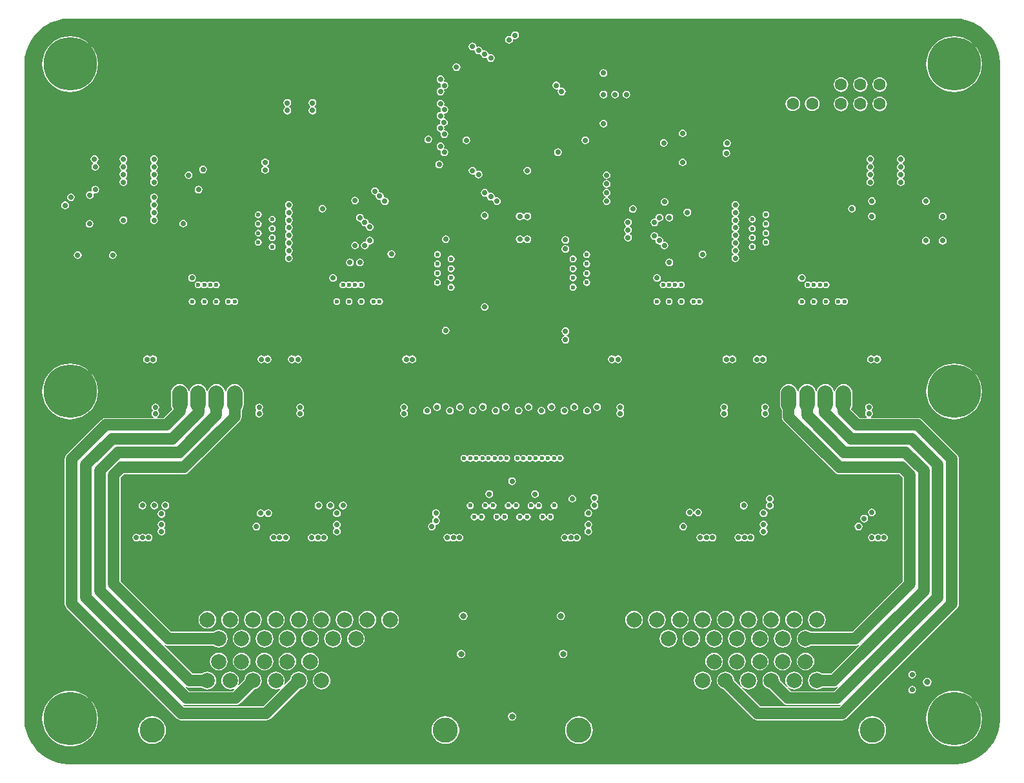
<source format=gbl>
G04 Layer_Physical_Order=4*
G04 Layer_Color=16711680*
%FSLAX25Y25*%
%MOIN*%
G70*
G01*
G75*
%ADD48C,0.05905*%
%ADD49C,0.07874*%
%ADD54C,0.06299*%
%ADD55C,0.12992*%
%ADD56C,0.07874*%
%ADD57C,0.27559*%
%ADD58C,0.03150*%
%ADD59C,0.02756*%
%ADD60C,0.02362*%
%ADD68R,0.28347X0.18898*%
%ADD69R,0.28347X0.18898*%
%ADD70R,0.21260X0.29921*%
%ADD71R,0.21260X0.29921*%
G36*
X487722Y389536D02*
X489999Y389084D01*
X492220Y388410D01*
X494364Y387522D01*
X496411Y386427D01*
X498341Y385138D01*
X500135Y383666D01*
X501776Y382025D01*
X503248Y380230D01*
X504538Y378300D01*
X505632Y376254D01*
X506520Y374109D01*
X507194Y371888D01*
X507647Y369612D01*
X507874Y367302D01*
Y366142D01*
Y27559D01*
X507874D01*
Y26399D01*
X507647Y24089D01*
X507194Y21812D01*
X506520Y19591D01*
X505632Y17447D01*
X504538Y15400D01*
X503248Y13470D01*
X501776Y11676D01*
X500135Y10035D01*
X498341Y8563D01*
X496411Y7273D01*
X494364Y6179D01*
X492220Y5291D01*
X489999Y4617D01*
X487722Y4165D01*
X485412Y3937D01*
X484252D01*
X27559Y3937D01*
X26399D01*
X24089Y4165D01*
X21812Y4617D01*
X19591Y5291D01*
X17447Y6179D01*
X15400Y7273D01*
X13470Y8563D01*
X11676Y10035D01*
X10035Y11676D01*
X8563Y13470D01*
X7273Y15400D01*
X6179Y17447D01*
X5291Y19591D01*
X4617Y21812D01*
X4165Y24089D01*
X3937Y26399D01*
X3937Y27559D01*
X3937Y366142D01*
Y367302D01*
X4165Y369612D01*
X4617Y371888D01*
X5291Y374109D01*
X6179Y376254D01*
X7273Y378300D01*
X8563Y380230D01*
X10035Y382024D01*
X11676Y383666D01*
X13470Y385138D01*
X15400Y386427D01*
X17447Y387522D01*
X19591Y388410D01*
X21812Y389084D01*
X24089Y389536D01*
X26399Y389764D01*
X27559D01*
X484252Y389764D01*
X485412D01*
X487722Y389536D01*
D02*
G37*
%LPC*%
G36*
X234252Y139610D02*
X233558Y139472D01*
X232969Y139078D01*
X232576Y138490D01*
X232438Y137795D01*
X232576Y137101D01*
X232969Y136512D01*
X233558Y136119D01*
X234252Y135981D01*
X234946Y136119D01*
X235535Y136512D01*
X235928Y137101D01*
X236066Y137795D01*
X235928Y138490D01*
X235535Y139078D01*
X234946Y139472D01*
X234252Y139610D01*
D02*
G37*
G36*
X277559Y139610D02*
X276865Y139471D01*
X276276Y139078D01*
X275883Y138490D01*
X275745Y137795D01*
X275883Y137101D01*
X276276Y136512D01*
X276865Y136119D01*
X277559Y135981D01*
X278253Y136119D01*
X278842Y136512D01*
X279235Y137101D01*
X279374Y137795D01*
X279235Y138490D01*
X278842Y139078D01*
X278253Y139471D01*
X277559Y139610D01*
D02*
G37*
G36*
X246063Y139610D02*
X245369Y139472D01*
X244780Y139078D01*
X244387Y138490D01*
X244349Y138302D01*
X243840D01*
X243802Y138490D01*
X243409Y139078D01*
X242820Y139472D01*
X242126Y139610D01*
X241432Y139472D01*
X240843Y139078D01*
X240450Y138490D01*
X240312Y137795D01*
X240450Y137101D01*
X240843Y136512D01*
X241432Y136119D01*
X242126Y135981D01*
X242820Y136119D01*
X243409Y136512D01*
X243802Y137101D01*
X243840Y137289D01*
X244349D01*
X244387Y137101D01*
X244780Y136512D01*
X245369Y136119D01*
X246063Y135981D01*
X246757Y136119D01*
X247346Y136512D01*
X247739Y137101D01*
X247877Y137795D01*
X247739Y138490D01*
X247346Y139078D01*
X246757Y139472D01*
X246063Y139610D01*
D02*
G37*
G36*
X269685Y139610D02*
X268991Y139471D01*
X268402Y139078D01*
X268009Y138490D01*
X267971Y138302D01*
X267462D01*
X267424Y138490D01*
X267031Y139078D01*
X266442Y139471D01*
X265748Y139610D01*
X265054Y139471D01*
X264465Y139078D01*
X264072Y138490D01*
X263934Y137795D01*
X264072Y137101D01*
X264465Y136512D01*
X265054Y136119D01*
X265748Y135981D01*
X266442Y136119D01*
X267031Y136512D01*
X267424Y137101D01*
X267462Y137289D01*
X267971D01*
X268009Y137101D01*
X268402Y136512D01*
X268991Y136119D01*
X269685Y135981D01*
X270379Y136119D01*
X270968Y136512D01*
X271361Y137101D01*
X271499Y137795D01*
X271361Y138490D01*
X270968Y139078D01*
X270379Y139471D01*
X269685Y139610D01*
D02*
G37*
G36*
X388976Y143354D02*
X388205Y143200D01*
X387551Y142763D01*
X387115Y142110D01*
X386961Y141339D01*
X387115Y140567D01*
X387551Y139914D01*
X387696Y139817D01*
Y139317D01*
X387551Y139220D01*
X387115Y138566D01*
X386961Y137795D01*
X387115Y137024D01*
X387551Y136370D01*
X388205Y135934D01*
X388976Y135780D01*
X389748Y135934D01*
X390401Y136370D01*
X390838Y137024D01*
X390991Y137795D01*
X390838Y138566D01*
X390401Y139220D01*
X390256Y139317D01*
Y139817D01*
X390401Y139914D01*
X390838Y140567D01*
X390991Y141339D01*
X390838Y142110D01*
X390401Y142763D01*
X389748Y143200D01*
X388976Y143354D01*
D02*
G37*
G36*
X168504Y139810D02*
X167733Y139657D01*
X167079Y139220D01*
X166642Y138566D01*
X166489Y137795D01*
X166642Y137024D01*
X167079Y136370D01*
X167733Y135934D01*
X168504Y135780D01*
X169275Y135934D01*
X169929Y136370D01*
X170366Y137024D01*
X170519Y137795D01*
X170366Y138566D01*
X169929Y139220D01*
X169275Y139657D01*
X168504Y139810D01*
D02*
G37*
G36*
X253937Y139610D02*
X253243Y139472D01*
X252654Y139078D01*
X252261Y138490D01*
X252123Y137795D01*
X252261Y137101D01*
X252654Y136512D01*
X253243Y136119D01*
X253937Y135981D01*
X254631Y136119D01*
X255220Y136512D01*
X255613Y137101D01*
X255651Y137289D01*
X256160D01*
X256198Y137101D01*
X256591Y136512D01*
X257180Y136119D01*
X257874Y135981D01*
X258568Y136119D01*
X259157Y136512D01*
X259550Y137101D01*
X259688Y137795D01*
X259550Y138490D01*
X259157Y139078D01*
X258568Y139471D01*
X257874Y139610D01*
X257180Y139471D01*
X256591Y139078D01*
X256198Y138490D01*
X256160Y138302D01*
X255651D01*
X255613Y138490D01*
X255220Y139078D01*
X254631Y139472D01*
X253937Y139610D01*
D02*
G37*
G36*
X298425Y143747D02*
X297654Y143594D01*
X297000Y143157D01*
X296564Y142503D01*
X296410Y141732D01*
X296564Y140961D01*
X297000Y140307D01*
X297364Y140065D01*
Y139463D01*
X297000Y139220D01*
X296564Y138567D01*
X296410Y137795D01*
X296564Y137024D01*
X297000Y136371D01*
X297654Y135934D01*
X298425Y135780D01*
X299196Y135934D01*
X299850Y136371D01*
X300287Y137024D01*
X300440Y137795D01*
X300287Y138567D01*
X299850Y139220D01*
X299487Y139463D01*
Y140065D01*
X299850Y140307D01*
X300287Y140961D01*
X300440Y141732D01*
X300287Y142503D01*
X299850Y143157D01*
X299196Y143594D01*
X298425Y143747D01*
D02*
G37*
G36*
X287008Y143354D02*
X286236Y143201D01*
X285583Y142764D01*
X285146Y142110D01*
X284993Y141339D01*
X285146Y140568D01*
X285583Y139914D01*
X286236Y139477D01*
X287008Y139324D01*
X287779Y139477D01*
X288433Y139914D01*
X288869Y140568D01*
X289023Y141339D01*
X288869Y142110D01*
X288433Y142764D01*
X287779Y143201D01*
X287008Y143354D01*
D02*
G37*
G36*
X27559Y211273D02*
X25303Y211095D01*
X23102Y210567D01*
X21011Y209701D01*
X19082Y208518D01*
X17361Y207049D01*
X15891Y205328D01*
X14709Y203398D01*
X13842Y201307D01*
X13314Y199107D01*
X13137Y196850D01*
X13314Y194594D01*
X13842Y192394D01*
X14709Y190303D01*
X15891Y188373D01*
X17361Y186652D01*
X19082Y185182D01*
X21011Y184000D01*
X23102Y183134D01*
X25303Y182606D01*
X27559Y182428D01*
X29815Y182606D01*
X32016Y183134D01*
X34107Y184000D01*
X36036Y185182D01*
X37757Y186652D01*
X39227Y188373D01*
X40409Y190303D01*
X41276Y192394D01*
X41804Y194594D01*
X41982Y196850D01*
X41804Y199107D01*
X41276Y201307D01*
X40409Y203398D01*
X39227Y205328D01*
X37757Y207049D01*
X36036Y208518D01*
X34107Y209701D01*
X32016Y210567D01*
X29815Y211095D01*
X27559Y211273D01*
D02*
G37*
G36*
X253150Y164019D02*
X252455Y163881D01*
X251879Y163496D01*
X251755Y163425D01*
X251395D01*
X251271Y163496D01*
X250694Y163881D01*
X250000Y164019D01*
X249306Y163881D01*
X248729Y163496D01*
X248605Y163425D01*
X248245D01*
X248121Y163496D01*
X247545Y163881D01*
X246850Y164019D01*
X246156Y163881D01*
X245580Y163496D01*
X245456Y163425D01*
X245096D01*
X244971Y163496D01*
X244395Y163881D01*
X243701Y164019D01*
X243006Y163881D01*
X242430Y163496D01*
X242306Y163425D01*
X241946D01*
X241822Y163496D01*
X241246Y163881D01*
X240551Y164019D01*
X239857Y163881D01*
X239280Y163496D01*
X239156Y163425D01*
X238796D01*
X238672Y163496D01*
X238096Y163881D01*
X237402Y164019D01*
X236707Y163881D01*
X236131Y163496D01*
X236007Y163425D01*
X235647D01*
X235523Y163496D01*
X234946Y163881D01*
X234252Y164019D01*
X233558Y163881D01*
X232981Y163496D01*
X232857Y163425D01*
X232497D01*
X232373Y163496D01*
X231797Y163881D01*
X231102Y164019D01*
X230408Y163881D01*
X229819Y163488D01*
X229426Y162899D01*
X229288Y162205D01*
X229426Y161510D01*
X229819Y160922D01*
X230408Y160529D01*
X231102Y160390D01*
X231797Y160529D01*
X232373Y160914D01*
X232497Y160984D01*
X232857D01*
X232981Y160914D01*
X233558Y160529D01*
X234252Y160390D01*
X234946Y160529D01*
X235523Y160914D01*
X235647Y160984D01*
X236007D01*
X236131Y160914D01*
X236707Y160529D01*
X237402Y160390D01*
X238096Y160529D01*
X238672Y160914D01*
X238796Y160984D01*
X239156D01*
X239280Y160914D01*
X239857Y160529D01*
X240551Y160390D01*
X241246Y160529D01*
X241822Y160914D01*
X241946Y160984D01*
X242306D01*
X242430Y160914D01*
X243006Y160529D01*
X243701Y160390D01*
X244395Y160529D01*
X244971Y160914D01*
X245096Y160984D01*
X245456D01*
X245580Y160914D01*
X246156Y160529D01*
X246850Y160390D01*
X247545Y160529D01*
X248121Y160914D01*
X248245Y160984D01*
X248605D01*
X248729Y160914D01*
X249306Y160529D01*
X250000Y160390D01*
X250694Y160529D01*
X251271Y160914D01*
X251395Y160984D01*
X251755D01*
X251879Y160914D01*
X252455Y160529D01*
X253150Y160390D01*
X253844Y160529D01*
X254433Y160922D01*
X254826Y161510D01*
X254964Y162205D01*
X254826Y162899D01*
X254433Y163488D01*
X253844Y163881D01*
X253150Y164019D01*
D02*
G37*
G36*
X386555Y190598D02*
X385784Y190444D01*
X385130Y190007D01*
X384694Y189354D01*
X384540Y188583D01*
X384694Y187812D01*
X385130Y187158D01*
Y186858D01*
X384694Y186204D01*
X384540Y185433D01*
X384694Y184662D01*
X385130Y184008D01*
X385784Y183571D01*
X386555Y183418D01*
X387326Y183571D01*
X387980Y184008D01*
X388417Y184662D01*
X388570Y185433D01*
X388417Y186204D01*
X387980Y186858D01*
Y187158D01*
X388417Y187812D01*
X388570Y188583D01*
X388417Y189354D01*
X387980Y190007D01*
X387326Y190444D01*
X386555Y190598D01*
D02*
G37*
G36*
X484252Y211273D02*
X481996Y211095D01*
X479795Y210567D01*
X477704Y209701D01*
X475775Y208518D01*
X474054Y207049D01*
X472584Y205328D01*
X471402Y203398D01*
X470535Y201307D01*
X470007Y199107D01*
X469830Y196850D01*
X470007Y194594D01*
X470535Y192394D01*
X471402Y190303D01*
X472584Y188373D01*
X474054Y186652D01*
X475775Y185182D01*
X477704Y184000D01*
X479795Y183134D01*
X481996Y182606D01*
X484252Y182428D01*
X486508Y182606D01*
X488709Y183134D01*
X490800Y184000D01*
X492729Y185182D01*
X494450Y186652D01*
X495920Y188373D01*
X497102Y190303D01*
X497968Y192394D01*
X498497Y194594D01*
X498674Y196850D01*
X498497Y199107D01*
X497968Y201307D01*
X497102Y203398D01*
X495920Y205328D01*
X494450Y207049D01*
X492729Y208518D01*
X490800Y209701D01*
X488709Y210567D01*
X486508Y211095D01*
X484252Y211273D01*
D02*
G37*
G36*
X244094Y145716D02*
X243323Y145563D01*
X242670Y145126D01*
X242233Y144472D01*
X242079Y143701D01*
X242233Y142930D01*
X242670Y142276D01*
X243323Y141839D01*
X244094Y141686D01*
X244866Y141839D01*
X245519Y142276D01*
X245956Y142930D01*
X246110Y143701D01*
X245956Y144472D01*
X245519Y145126D01*
X244866Y145563D01*
X244094Y145716D01*
D02*
G37*
G36*
X267717Y145716D02*
X266945Y145563D01*
X266292Y145126D01*
X265855Y144472D01*
X265701Y143701D01*
X265855Y142930D01*
X266292Y142276D01*
X266945Y141839D01*
X267717Y141686D01*
X268488Y141839D01*
X269141Y142276D01*
X269578Y142930D01*
X269732Y143701D01*
X269578Y144472D01*
X269141Y145126D01*
X268488Y145563D01*
X267717Y145716D01*
D02*
G37*
G36*
X280709Y164019D02*
X280014Y163881D01*
X279438Y163496D01*
X279314Y163425D01*
X278954D01*
X278830Y163496D01*
X278253Y163881D01*
X277559Y164019D01*
X276865Y163881D01*
X276288Y163496D01*
X276164Y163425D01*
X275804D01*
X275680Y163496D01*
X275104Y163881D01*
X274409Y164019D01*
X273715Y163881D01*
X273139Y163496D01*
X273015Y163425D01*
X272655D01*
X272531Y163496D01*
X271954Y163881D01*
X271260Y164019D01*
X270566Y163881D01*
X269989Y163496D01*
X269865Y163425D01*
X269505D01*
X269381Y163496D01*
X268805Y163881D01*
X268110Y164019D01*
X267416Y163881D01*
X266840Y163496D01*
X266715Y163425D01*
X266355D01*
X266231Y163496D01*
X265655Y163881D01*
X264961Y164019D01*
X264266Y163881D01*
X263690Y163496D01*
X263566Y163425D01*
X263206D01*
X263082Y163496D01*
X262505Y163881D01*
X261811Y164019D01*
X261117Y163881D01*
X260540Y163496D01*
X260416Y163425D01*
X260056D01*
X259932Y163496D01*
X259356Y163881D01*
X258661Y164019D01*
X257967Y163881D01*
X257379Y163488D01*
X256985Y162899D01*
X256847Y162205D01*
X256985Y161510D01*
X257379Y160922D01*
X257967Y160528D01*
X258661Y160390D01*
X259356Y160528D01*
X259932Y160914D01*
X260056Y160984D01*
X260416D01*
X260540Y160914D01*
X261117Y160528D01*
X261811Y160390D01*
X262505Y160528D01*
X263082Y160914D01*
X263206Y160984D01*
X263566D01*
X263690Y160914D01*
X264266Y160528D01*
X264961Y160390D01*
X265655Y160528D01*
X266231Y160914D01*
X266355Y160984D01*
X266715D01*
X266840Y160914D01*
X267416Y160528D01*
X268110Y160390D01*
X268805Y160528D01*
X269381Y160914D01*
X269505Y160984D01*
X269865D01*
X269989Y160914D01*
X270566Y160528D01*
X271260Y160390D01*
X271954Y160528D01*
X272531Y160914D01*
X272655Y160984D01*
X273015D01*
X273139Y160914D01*
X273715Y160528D01*
X274409Y160390D01*
X275104Y160528D01*
X275680Y160914D01*
X275804Y160984D01*
X276164D01*
X276288Y160914D01*
X276865Y160528D01*
X277559Y160390D01*
X278253Y160528D01*
X278830Y160914D01*
X278954Y160984D01*
X279314D01*
X279438Y160914D01*
X280014Y160528D01*
X280709Y160390D01*
X281403Y160528D01*
X281992Y160922D01*
X282385Y161510D01*
X282523Y162205D01*
X282385Y162899D01*
X281992Y163488D01*
X281403Y163881D01*
X280709Y164019D01*
D02*
G37*
G36*
X255906Y152409D02*
X255134Y152255D01*
X254481Y151819D01*
X254044Y151165D01*
X253890Y150394D01*
X254044Y149623D01*
X254481Y148969D01*
X255134Y148532D01*
X255906Y148379D01*
X256677Y148532D01*
X257330Y148969D01*
X257767Y149623D01*
X257921Y150394D01*
X257767Y151165D01*
X257330Y151819D01*
X256677Y152255D01*
X255906Y152409D01*
D02*
G37*
G36*
X162008Y139810D02*
X161237Y139657D01*
X160583Y139220D01*
X160146Y138566D01*
X159993Y137795D01*
X160146Y137024D01*
X160583Y136370D01*
X161237Y135934D01*
X162008Y135780D01*
X162779Y135934D01*
X163433Y136370D01*
X163870Y137024D01*
X164023Y137795D01*
X163870Y138566D01*
X163433Y139220D01*
X162779Y139657D01*
X162008Y139810D01*
D02*
G37*
G36*
X441732Y136267D02*
X440961Y136114D01*
X440307Y135677D01*
X439871Y135023D01*
X439717Y134252D01*
X439871Y133481D01*
X440307Y132827D01*
X440961Y132390D01*
X441732Y132237D01*
X442503Y132390D01*
X443157Y132827D01*
X443594Y133481D01*
X443747Y134252D01*
X443594Y135023D01*
X443157Y135677D01*
X442503Y136114D01*
X441732Y136267D01*
D02*
G37*
G36*
X385827Y135873D02*
X385056Y135720D01*
X384402Y135283D01*
X383965Y134629D01*
X383812Y133858D01*
X383965Y133087D01*
X384402Y132433D01*
X385056Y131997D01*
X385827Y131843D01*
X386598Y131997D01*
X387252Y132433D01*
X387688Y133087D01*
X387842Y133858D01*
X387688Y134629D01*
X387252Y135283D01*
X386598Y135720D01*
X385827Y135873D01*
D02*
G37*
G36*
X275590Y133704D02*
X274896Y133566D01*
X274308Y133173D01*
X273914Y132584D01*
X273877Y132396D01*
X273367D01*
X273330Y132584D01*
X272937Y133173D01*
X272348Y133566D01*
X271654Y133704D01*
X270959Y133566D01*
X270371Y133173D01*
X269977Y132584D01*
X269839Y131890D01*
X269977Y131195D01*
X270371Y130607D01*
X270959Y130213D01*
X271654Y130075D01*
X272348Y130213D01*
X272937Y130607D01*
X273330Y131195D01*
X273367Y131383D01*
X273877D01*
X273914Y131195D01*
X274308Y130607D01*
X274896Y130213D01*
X275590Y130075D01*
X276285Y130213D01*
X276873Y130607D01*
X277267Y131195D01*
X277405Y131890D01*
X277267Y132584D01*
X276873Y133173D01*
X276285Y133566D01*
X275590Y133704D01*
D02*
G37*
G36*
X263779D02*
X263085Y133566D01*
X262497Y133173D01*
X262103Y132584D01*
X262066Y132396D01*
X261556D01*
X261519Y132584D01*
X261125Y133173D01*
X260537Y133566D01*
X259842Y133704D01*
X259148Y133566D01*
X258559Y133173D01*
X258166Y132584D01*
X258028Y131890D01*
X258166Y131195D01*
X258559Y130607D01*
X259148Y130213D01*
X259842Y130075D01*
X260537Y130213D01*
X261125Y130607D01*
X261519Y131195D01*
X261556Y131383D01*
X262066D01*
X262103Y131195D01*
X262497Y130607D01*
X263085Y130213D01*
X263779Y130075D01*
X264474Y130213D01*
X265062Y130607D01*
X265456Y131195D01*
X265594Y131890D01*
X265456Y132584D01*
X265062Y133173D01*
X264474Y133566D01*
X263779Y133704D01*
D02*
G37*
G36*
X74803Y135480D02*
X74032Y135326D01*
X73378Y134889D01*
X72941Y134236D01*
X72788Y133465D01*
X72941Y132693D01*
X73378Y132040D01*
X74032Y131603D01*
X74803Y131449D01*
X75574Y131603D01*
X76228Y132040D01*
X76665Y132693D01*
X76818Y133465D01*
X76665Y134236D01*
X76228Y134889D01*
X75574Y135326D01*
X74803Y135480D01*
D02*
G37*
G36*
X437795Y133117D02*
X437024Y132964D01*
X436370Y132527D01*
X435934Y131874D01*
X435780Y131102D01*
X435934Y130331D01*
X436370Y129677D01*
X437024Y129241D01*
X437795Y129087D01*
X438566Y129241D01*
X439220Y129677D01*
X439657Y130331D01*
X439810Y131102D01*
X439657Y131874D01*
X439220Y132527D01*
X438566Y132964D01*
X437795Y133117D01*
D02*
G37*
G36*
X295276Y135873D02*
X294504Y135720D01*
X293851Y135283D01*
X293414Y134629D01*
X293261Y133858D01*
X293414Y133087D01*
X293851Y132433D01*
X294504Y131997D01*
X295276Y131843D01*
X296047Y131997D01*
X296701Y132433D01*
X297137Y133087D01*
X297291Y133858D01*
X297137Y134629D01*
X296701Y135283D01*
X296047Y135720D01*
X295276Y135873D01*
D02*
G37*
G36*
X165354D02*
X164583Y135720D01*
X163929Y135283D01*
X163493Y134629D01*
X163339Y133858D01*
X163493Y133087D01*
X163929Y132433D01*
X164583Y131997D01*
X165354Y131843D01*
X166126Y131997D01*
X166779Y132433D01*
X167216Y133087D01*
X167369Y133858D01*
X167216Y134629D01*
X166779Y135283D01*
X166126Y135720D01*
X165354Y135873D01*
D02*
G37*
G36*
X240158Y133704D02*
X239463Y133566D01*
X238875Y133173D01*
X238481Y132584D01*
X238444Y132396D01*
X237934D01*
X237897Y132584D01*
X237503Y133173D01*
X236915Y133566D01*
X236221Y133704D01*
X235526Y133566D01*
X234938Y133173D01*
X234544Y132584D01*
X234406Y131890D01*
X234544Y131195D01*
X234938Y130607D01*
X235526Y130213D01*
X236221Y130075D01*
X236915Y130213D01*
X237503Y130607D01*
X237897Y131195D01*
X237934Y131383D01*
X238444D01*
X238481Y131195D01*
X238875Y130607D01*
X239463Y130213D01*
X240158Y130075D01*
X240852Y130213D01*
X241441Y130607D01*
X241834Y131195D01*
X241972Y131890D01*
X241834Y132584D01*
X241441Y133173D01*
X240852Y133566D01*
X240158Y133704D01*
D02*
G37*
G36*
X64961Y139810D02*
X64189Y139657D01*
X63536Y139220D01*
X63099Y138566D01*
X62945Y137795D01*
X63099Y137024D01*
X63536Y136370D01*
X64189Y135934D01*
X64961Y135780D01*
X65732Y135934D01*
X66386Y136370D01*
X66822Y137024D01*
X66976Y137795D01*
X66822Y138566D01*
X66386Y139220D01*
X65732Y139657D01*
X64961Y139810D01*
D02*
G37*
G36*
X375590Y139810D02*
X374819Y139657D01*
X374165Y139220D01*
X373728Y138566D01*
X373575Y137795D01*
X373728Y137024D01*
X374165Y136370D01*
X374819Y135933D01*
X375590Y135780D01*
X376361Y135933D01*
X377015Y136370D01*
X377451Y137024D01*
X377605Y137795D01*
X377451Y138566D01*
X377015Y139220D01*
X376361Y139657D01*
X375590Y139810D01*
D02*
G37*
G36*
X76772Y139810D02*
X76000Y139657D01*
X75347Y139220D01*
X74910Y138566D01*
X74757Y137795D01*
X74910Y137024D01*
X75347Y136370D01*
X76000Y135934D01*
X76772Y135780D01*
X77543Y135934D01*
X78197Y136370D01*
X78633Y137024D01*
X78787Y137795D01*
X78633Y138566D01*
X78197Y139220D01*
X77543Y139657D01*
X76772Y139810D01*
D02*
G37*
G36*
X71063D02*
X70292Y139657D01*
X69638Y139220D01*
X69201Y138566D01*
X69048Y137795D01*
X69201Y137024D01*
X69638Y136370D01*
X70292Y135934D01*
X71063Y135780D01*
X71834Y135934D01*
X72488Y136370D01*
X72925Y137024D01*
X73078Y137795D01*
X72925Y138566D01*
X72488Y139220D01*
X71834Y139657D01*
X71063Y139810D01*
D02*
G37*
G36*
X351969Y136267D02*
X351197Y136114D01*
X350544Y135677D01*
X350107Y135023D01*
X350058Y134778D01*
X349548D01*
X349500Y135023D01*
X349063Y135677D01*
X348409Y136114D01*
X347638Y136267D01*
X346867Y136114D01*
X346213Y135677D01*
X345776Y135023D01*
X345623Y134252D01*
X345776Y133481D01*
X346213Y132827D01*
X346867Y132390D01*
X347638Y132237D01*
X348409Y132390D01*
X349063Y132827D01*
X349500Y133481D01*
X349548Y133726D01*
X350058D01*
X350107Y133481D01*
X350544Y132827D01*
X351197Y132390D01*
X351969Y132237D01*
X352740Y132390D01*
X353393Y132827D01*
X353830Y133481D01*
X353984Y134252D01*
X353830Y135023D01*
X353393Y135677D01*
X352740Y136114D01*
X351969Y136267D01*
D02*
G37*
G36*
X251969Y133704D02*
X251274Y133566D01*
X250686Y133173D01*
X250292Y132584D01*
X250255Y132396D01*
X249745D01*
X249708Y132584D01*
X249314Y133173D01*
X248726Y133566D01*
X248031Y133704D01*
X247337Y133566D01*
X246748Y133173D01*
X246355Y132584D01*
X246217Y131890D01*
X246355Y131195D01*
X246748Y130607D01*
X247337Y130213D01*
X248031Y130075D01*
X248726Y130213D01*
X249314Y130607D01*
X249708Y131195D01*
X249745Y131383D01*
X250255D01*
X250292Y131195D01*
X250686Y130607D01*
X251274Y130213D01*
X251969Y130075D01*
X252663Y130213D01*
X253252Y130607D01*
X253645Y131195D01*
X253783Y131890D01*
X253645Y132584D01*
X253252Y133173D01*
X252663Y133566D01*
X251969Y133704D01*
D02*
G37*
G36*
X155905Y139810D02*
X155134Y139657D01*
X154480Y139220D01*
X154043Y138566D01*
X153890Y137795D01*
X154043Y137024D01*
X154480Y136370D01*
X155134Y135933D01*
X155905Y135780D01*
X156676Y135933D01*
X157330Y136370D01*
X157767Y137024D01*
X157920Y137795D01*
X157767Y138566D01*
X157330Y139220D01*
X156676Y139657D01*
X155905Y139810D01*
D02*
G37*
G36*
X129921Y135873D02*
X129150Y135720D01*
X128496Y135283D01*
X128253Y134920D01*
X127652D01*
X127409Y135283D01*
X126755Y135720D01*
X125984Y135873D01*
X125213Y135720D01*
X124559Y135283D01*
X124123Y134629D01*
X123969Y133858D01*
X124123Y133087D01*
X124559Y132433D01*
X125213Y131997D01*
X125984Y131843D01*
X126755Y131997D01*
X127409Y132433D01*
X127652Y132797D01*
X128253D01*
X128496Y132433D01*
X129150Y131997D01*
X129921Y131843D01*
X130692Y131997D01*
X131346Y132433D01*
X131783Y133087D01*
X131936Y133858D01*
X131783Y134629D01*
X131346Y135283D01*
X130692Y135720D01*
X129921Y135873D01*
D02*
G37*
G36*
X200059Y190598D02*
X199288Y190444D01*
X198634Y190008D01*
X198197Y189354D01*
X198044Y188583D01*
X198197Y187812D01*
X198634Y187158D01*
Y186858D01*
X198197Y186204D01*
X198044Y185433D01*
X198197Y184662D01*
X198634Y184008D01*
X199288Y183571D01*
X200059Y183418D01*
X200830Y183571D01*
X201484Y184008D01*
X201921Y184662D01*
X202074Y185433D01*
X201921Y186204D01*
X201484Y186858D01*
Y187158D01*
X201921Y187812D01*
X202074Y188583D01*
X201921Y189354D01*
X201484Y190008D01*
X200830Y190444D01*
X200059Y190598D01*
D02*
G37*
G36*
X70473Y215460D02*
X69701Y215306D01*
X69048Y214870D01*
X68748D01*
X68094Y215306D01*
X67323Y215460D01*
X66552Y215306D01*
X65898Y214870D01*
X65461Y214216D01*
X65308Y213445D01*
X65461Y212674D01*
X65898Y212020D01*
X66552Y211583D01*
X67323Y211430D01*
X68094Y211583D01*
X68748Y212020D01*
X69048D01*
X69701Y211583D01*
X70473Y211430D01*
X71244Y211583D01*
X71897Y212020D01*
X72334Y212674D01*
X72488Y213445D01*
X72334Y214216D01*
X71897Y214870D01*
X71244Y215306D01*
X70473Y215460D01*
D02*
G37*
G36*
X385433Y215460D02*
X384662Y215306D01*
X384008Y214870D01*
X383708D01*
X383054Y215306D01*
X382283Y215460D01*
X381512Y215306D01*
X380858Y214870D01*
X380422Y214216D01*
X380268Y213445D01*
X380422Y212674D01*
X380858Y212020D01*
X381512Y211583D01*
X382283Y211430D01*
X383054Y211583D01*
X383708Y212020D01*
X384008D01*
X384662Y211583D01*
X385433Y211430D01*
X386204Y211583D01*
X386858Y212020D01*
X387295Y212674D01*
X387448Y213445D01*
X387295Y214216D01*
X386858Y214870D01*
X386204Y215306D01*
X385433Y215460D01*
D02*
G37*
G36*
X145275Y215460D02*
X144504Y215306D01*
X143851Y214870D01*
X143551D01*
X142897Y215306D01*
X142126Y215460D01*
X141355Y215306D01*
X140701Y214870D01*
X140264Y214216D01*
X140111Y213445D01*
X140264Y212674D01*
X140701Y212020D01*
X141355Y211583D01*
X142126Y211430D01*
X142897Y211583D01*
X143551Y212020D01*
X143851D01*
X144504Y211583D01*
X145275Y211430D01*
X146047Y211583D01*
X146700Y212020D01*
X147137Y212674D01*
X147291Y213445D01*
X147137Y214216D01*
X146700Y214870D01*
X146047Y215306D01*
X145275Y215460D01*
D02*
G37*
G36*
X129528D02*
X128756Y215306D01*
X128103Y214870D01*
X127803D01*
X127149Y215306D01*
X126378Y215460D01*
X125607Y215306D01*
X124953Y214870D01*
X124516Y214216D01*
X124363Y213445D01*
X124516Y212674D01*
X124953Y212020D01*
X125607Y211583D01*
X126378Y211430D01*
X127149Y211583D01*
X127803Y212020D01*
X128103D01*
X128756Y211583D01*
X129528Y211430D01*
X130299Y211583D01*
X130953Y212020D01*
X131389Y212674D01*
X131543Y213445D01*
X131389Y214216D01*
X130953Y214870D01*
X130299Y215306D01*
X129528Y215460D01*
D02*
G37*
G36*
X299803Y190795D02*
X299032Y190641D01*
X298378Y190204D01*
X297941Y189551D01*
X297788Y188780D01*
X297941Y188008D01*
X298378Y187355D01*
X299032Y186918D01*
X299803Y186765D01*
X300574Y186918D01*
X301228Y187355D01*
X301665Y188008D01*
X301818Y188780D01*
X301665Y189551D01*
X301228Y190204D01*
X300574Y190641D01*
X299803Y190795D01*
D02*
G37*
G36*
X287992D02*
X287221Y190641D01*
X286567Y190204D01*
X286130Y189551D01*
X285977Y188780D01*
X286130Y188008D01*
X286567Y187355D01*
X287221Y186918D01*
X287992Y186765D01*
X288763Y186918D01*
X289417Y187355D01*
X289854Y188008D01*
X290007Y188780D01*
X289854Y189551D01*
X289417Y190204D01*
X288763Y190641D01*
X287992Y190795D01*
D02*
G37*
G36*
X112598Y200638D02*
X111414Y200482D01*
X110311Y200025D01*
X109364Y199298D01*
X108637Y198350D01*
X108180Y197247D01*
X108126Y196840D01*
X107622D01*
X107568Y197247D01*
X107111Y198350D01*
X106384Y199298D01*
X105437Y200025D01*
X104334Y200482D01*
X103150Y200638D01*
X101966Y200482D01*
X100862Y200025D01*
X99915Y199298D01*
X99188Y198350D01*
X98731Y197247D01*
X98677Y196840D01*
X98173D01*
X98119Y197247D01*
X97663Y198350D01*
X96935Y199298D01*
X95988Y200025D01*
X94885Y200482D01*
X93701Y200638D01*
X92517Y200482D01*
X91413Y200025D01*
X90466Y199298D01*
X89739Y198350D01*
X89282Y197247D01*
X89228Y196840D01*
X88724D01*
X88671Y197247D01*
X88214Y198350D01*
X87487Y199298D01*
X86539Y200025D01*
X85436Y200482D01*
X84252Y200638D01*
X83068Y200482D01*
X81965Y200025D01*
X81017Y199298D01*
X80290Y198350D01*
X79833Y197247D01*
X79677Y196063D01*
Y193996D01*
Y190059D01*
X79833Y188875D01*
X80290Y187772D01*
X80356Y187686D01*
X75772Y183101D01*
X72739D01*
X72680Y183184D01*
X72803Y183864D01*
X73019Y184008D01*
X73456Y184662D01*
X73610Y185433D01*
X73456Y186204D01*
X73019Y186858D01*
Y187158D01*
X73456Y187812D01*
X73610Y188583D01*
X73456Y189354D01*
X73019Y190008D01*
X72366Y190444D01*
X71595Y190598D01*
X70823Y190444D01*
X70170Y190008D01*
X69733Y189354D01*
X69579Y188583D01*
X69733Y187812D01*
X70170Y187158D01*
Y186858D01*
X69733Y186204D01*
X69579Y185433D01*
X69733Y184662D01*
X70170Y184008D01*
X70386Y183864D01*
X70509Y183184D01*
X70450Y183101D01*
X46055D01*
X45128Y182979D01*
X44264Y182622D01*
X43522Y182052D01*
X25814Y164344D01*
X25245Y163602D01*
X24887Y162738D01*
X24765Y161811D01*
Y87008D01*
X24887Y86081D01*
X25245Y85217D01*
X25814Y84475D01*
X82507Y27782D01*
X83249Y27213D01*
X84112Y26855D01*
X85039Y26733D01*
X128740D01*
X129667Y26855D01*
X130531Y27213D01*
X131273Y27782D01*
X146235Y42744D01*
X146853Y42825D01*
X147957Y43282D01*
X148904Y44009D01*
X149631Y44957D01*
X150088Y46060D01*
X150244Y47244D01*
X150088Y48428D01*
X149631Y49531D01*
X148904Y50479D01*
X147957Y51206D01*
X146853Y51663D01*
X145669Y51819D01*
X144485Y51663D01*
X143382Y51206D01*
X142435Y50479D01*
X141708Y49531D01*
X141251Y48428D01*
X141169Y47809D01*
X138393Y45033D01*
X137969Y45316D01*
X138277Y46060D01*
X138433Y47244D01*
X138277Y48428D01*
X137820Y49531D01*
X137093Y50479D01*
X136145Y51206D01*
X135042Y51663D01*
X133858Y51819D01*
X132674Y51663D01*
X131571Y51206D01*
X130623Y50479D01*
X129896Y49531D01*
X129439Y48428D01*
X129284Y47244D01*
X129439Y46060D01*
X129896Y44957D01*
X130623Y44009D01*
X131571Y43282D01*
X132674Y42825D01*
X133858Y42669D01*
X135042Y42825D01*
X135786Y43133D01*
X136069Y42709D01*
X127257Y33897D01*
X86523D01*
X85740Y34680D01*
X86004Y35087D01*
X86868Y34729D01*
X87795Y34607D01*
X112992D01*
X113919Y34729D01*
X114783Y35087D01*
X115525Y35656D01*
X122613Y42744D01*
X123231Y42825D01*
X124335Y43282D01*
X125282Y44009D01*
X126009Y44957D01*
X126466Y46060D01*
X126622Y47244D01*
X126466Y48428D01*
X126009Y49531D01*
X125282Y50479D01*
X124335Y51206D01*
X123231Y51663D01*
X122047Y51819D01*
X120863Y51663D01*
X119760Y51206D01*
X118813Y50479D01*
X118086Y49531D01*
X117629Y48428D01*
X117547Y47809D01*
X114771Y45033D01*
X114347Y45316D01*
X114655Y46060D01*
X114811Y47244D01*
X114655Y48428D01*
X114198Y49531D01*
X113471Y50479D01*
X112523Y51206D01*
X111420Y51663D01*
X110236Y51819D01*
X109052Y51663D01*
X107949Y51206D01*
X107001Y50479D01*
X106274Y49531D01*
X105817Y48428D01*
X105662Y47244D01*
X105817Y46060D01*
X106274Y44957D01*
X107001Y44009D01*
X107949Y43282D01*
X109052Y42825D01*
X110236Y42669D01*
X111420Y42825D01*
X112164Y43133D01*
X112447Y42709D01*
X111509Y41771D01*
X89279D01*
X87315Y43735D01*
X87579Y44142D01*
X88443Y43784D01*
X89370Y43662D01*
X95643D01*
X96138Y43282D01*
X97241Y42825D01*
X98425Y42669D01*
X99609Y42825D01*
X100713Y43282D01*
X101660Y44009D01*
X102387Y44957D01*
X102844Y46060D01*
X103000Y47244D01*
X102844Y48428D01*
X102387Y49531D01*
X101660Y50479D01*
X100713Y51206D01*
X99609Y51663D01*
X98425Y51819D01*
X97241Y51663D01*
X96138Y51206D01*
X95643Y50826D01*
X90854D01*
X76291Y65388D01*
X76556Y65796D01*
X77419Y65438D01*
X78347Y65316D01*
X101548D01*
X102043Y64936D01*
X103147Y64479D01*
X104331Y64323D01*
X105515Y64479D01*
X106618Y64936D01*
X107565Y65663D01*
X108292Y66610D01*
X108749Y67714D01*
X108905Y68898D01*
X108749Y70082D01*
X108292Y71185D01*
X107565Y72132D01*
X106618Y72859D01*
X105515Y73316D01*
X104331Y73472D01*
X103147Y73316D01*
X102043Y72859D01*
X101548Y72479D01*
X79830D01*
X53582Y98728D01*
Y152060D01*
X55421Y153899D01*
X86319D01*
X87246Y154021D01*
X88110Y154378D01*
X88851Y154948D01*
X115131Y181227D01*
X115700Y181969D01*
X116058Y182833D01*
X116180Y183760D01*
Y187277D01*
X116560Y187772D01*
X117017Y188875D01*
X117173Y190059D01*
Y193996D01*
Y196063D01*
X117017Y197247D01*
X116560Y198350D01*
X115833Y199298D01*
X114886Y200025D01*
X113782Y200482D01*
X112598Y200638D01*
D02*
G37*
G36*
X427165Y200638D02*
X425982Y200482D01*
X424878Y200025D01*
X423931Y199298D01*
X423204Y198350D01*
X422747Y197247D01*
X422693Y196840D01*
X422189D01*
X422135Y197247D01*
X421678Y198350D01*
X420951Y199298D01*
X420004Y200025D01*
X418901Y200482D01*
X417717Y200638D01*
X416533Y200482D01*
X415429Y200025D01*
X414482Y199298D01*
X413755Y198350D01*
X413298Y197247D01*
X413244Y196840D01*
X412740D01*
X412686Y197247D01*
X412229Y198350D01*
X411503Y199298D01*
X410555Y200025D01*
X409452Y200482D01*
X408268Y200638D01*
X407084Y200482D01*
X405980Y200025D01*
X405033Y199298D01*
X404306Y198350D01*
X403849Y197247D01*
X403796Y196840D01*
X403291D01*
X403238Y197247D01*
X402781Y198350D01*
X402054Y199298D01*
X401106Y200025D01*
X400003Y200482D01*
X398819Y200638D01*
X397635Y200482D01*
X396532Y200025D01*
X395584Y199298D01*
X394857Y198350D01*
X394400Y197247D01*
X394244Y196063D01*
Y193996D01*
Y190059D01*
X394400Y188875D01*
X394857Y187772D01*
X395237Y187277D01*
Y183760D01*
X395359Y182833D01*
X395717Y181969D01*
X396286Y181227D01*
X422566Y154948D01*
X423308Y154378D01*
X424172Y154021D01*
X425099Y153899D01*
X455997D01*
X457836Y152060D01*
Y98728D01*
X431587Y72479D01*
X410263D01*
X409768Y72859D01*
X408664Y73316D01*
X407480Y73472D01*
X406296Y73316D01*
X405193Y72859D01*
X404246Y72132D01*
X403519Y71185D01*
X403062Y70082D01*
X402906Y68898D01*
X403062Y67714D01*
X403519Y66610D01*
X404246Y65663D01*
X405193Y64936D01*
X406296Y64479D01*
X407480Y64323D01*
X408664Y64479D01*
X409768Y64936D01*
X410263Y65316D01*
X433071D01*
X433998Y65438D01*
X434862Y65796D01*
X435126Y65388D01*
X420564Y50826D01*
X416168D01*
X415673Y51206D01*
X414570Y51663D01*
X413386Y51819D01*
X412202Y51663D01*
X411098Y51206D01*
X410151Y50479D01*
X409424Y49531D01*
X408967Y48428D01*
X408811Y47244D01*
X408967Y46060D01*
X409424Y44957D01*
X410151Y44009D01*
X411098Y43282D01*
X412202Y42825D01*
X413386Y42669D01*
X414570Y42825D01*
X415673Y43282D01*
X416168Y43662D01*
X422047D01*
X422974Y43784D01*
X423838Y44142D01*
X424102Y43735D01*
X422139Y41771D01*
X399909D01*
X398170Y43509D01*
X398501Y43886D01*
X398567Y43835D01*
X399288Y43282D01*
X400391Y42825D01*
X401575Y42669D01*
X402759Y42825D01*
X403862Y43282D01*
X404810Y44009D01*
X405537Y44957D01*
X405994Y46060D01*
X406149Y47244D01*
X405994Y48428D01*
X405537Y49531D01*
X404810Y50479D01*
X403862Y51206D01*
X402759Y51663D01*
X401575Y51819D01*
X400391Y51663D01*
X399288Y51206D01*
X398340Y50479D01*
X397613Y49531D01*
X397156Y48428D01*
X397000Y47244D01*
X397156Y46060D01*
X397613Y44957D01*
X398166Y44236D01*
X398217Y44170D01*
X397840Y43840D01*
X394324Y47356D01*
X394182Y48428D01*
X393725Y49531D01*
X392999Y50479D01*
X392051Y51206D01*
X390948Y51663D01*
X389764Y51819D01*
X388580Y51663D01*
X387476Y51206D01*
X386529Y50479D01*
X385802Y49531D01*
X385345Y48428D01*
X385189Y47244D01*
X385345Y46060D01*
X385802Y44957D01*
X386529Y44009D01*
X387476Y43282D01*
X388580Y42825D01*
X388745Y42803D01*
X395893Y35656D01*
X396634Y35087D01*
X397498Y34729D01*
X398425Y34607D01*
X423622D01*
X424549Y34729D01*
X425413Y35087D01*
X425677Y34680D01*
X424894Y33897D01*
X384161D01*
X374549Y43509D01*
X374879Y43886D01*
X374945Y43835D01*
X375665Y43282D01*
X376769Y42825D01*
X377953Y42669D01*
X379137Y42825D01*
X380240Y43282D01*
X381188Y44009D01*
X381914Y44957D01*
X382371Y46060D01*
X382527Y47244D01*
X382371Y48428D01*
X381914Y49531D01*
X381188Y50479D01*
X380240Y51206D01*
X379137Y51663D01*
X377953Y51819D01*
X376769Y51663D01*
X375665Y51206D01*
X374718Y50479D01*
X373991Y49531D01*
X373534Y48428D01*
X373378Y47244D01*
X373534Y46060D01*
X373991Y44957D01*
X374544Y44236D01*
X374595Y44170D01*
X374218Y43840D01*
X370702Y47356D01*
X370561Y48428D01*
X370104Y49531D01*
X369376Y50479D01*
X368429Y51206D01*
X367326Y51663D01*
X366142Y51819D01*
X364958Y51663D01*
X363855Y51206D01*
X362907Y50479D01*
X362180Y49531D01*
X361723Y48428D01*
X361567Y47244D01*
X361723Y46060D01*
X362180Y44957D01*
X362907Y44009D01*
X363855Y43282D01*
X364958Y42825D01*
X365123Y42803D01*
X380145Y27782D01*
X380886Y27213D01*
X381750Y26855D01*
X382677Y26733D01*
X426378D01*
X427305Y26855D01*
X428169Y27213D01*
X428911Y27782D01*
X485604Y84475D01*
X486173Y85217D01*
X486531Y86081D01*
X486653Y87008D01*
Y161811D01*
X486531Y162738D01*
X486173Y163602D01*
X485604Y164344D01*
X467895Y182052D01*
X467153Y182622D01*
X466289Y182979D01*
X465362Y183101D01*
X441362D01*
X441303Y183184D01*
X441425Y183864D01*
X441641Y184008D01*
X442078Y184662D01*
X442232Y185433D01*
X442078Y186204D01*
X441641Y186858D01*
Y187158D01*
X442078Y187812D01*
X442232Y188583D01*
X442078Y189354D01*
X441641Y190007D01*
X440988Y190444D01*
X440216Y190598D01*
X439445Y190444D01*
X438792Y190007D01*
X438355Y189354D01*
X438201Y188583D01*
X438355Y187812D01*
X438792Y187158D01*
Y186858D01*
X438355Y186204D01*
X438201Y185433D01*
X438355Y184662D01*
X438792Y184008D01*
X439008Y183864D01*
X439130Y183184D01*
X439071Y183101D01*
X435645D01*
X431061Y187686D01*
X431127Y187772D01*
X431584Y188875D01*
X431740Y190059D01*
Y193996D01*
Y196063D01*
X431584Y197247D01*
X431127Y198350D01*
X430400Y199298D01*
X429453Y200025D01*
X428349Y200482D01*
X427165Y200638D01*
D02*
G37*
G36*
X204331Y215460D02*
X203560Y215306D01*
X202906Y214870D01*
X202606D01*
X201952Y215306D01*
X201181Y215460D01*
X200410Y215306D01*
X199756Y214870D01*
X199319Y214216D01*
X199166Y213445D01*
X199319Y212674D01*
X199756Y212020D01*
X200410Y211583D01*
X201181Y211430D01*
X201952Y211583D01*
X202606Y212020D01*
X202906D01*
X203560Y211583D01*
X204331Y211430D01*
X205102Y211583D01*
X205756Y212020D01*
X206192Y212674D01*
X206346Y213445D01*
X206192Y214216D01*
X205756Y214870D01*
X205102Y215306D01*
X204331Y215460D01*
D02*
G37*
G36*
X241732Y242566D02*
X240961Y242413D01*
X240307Y241976D01*
X239871Y241322D01*
X239717Y240551D01*
X239871Y239780D01*
X240307Y239126D01*
X240961Y238689D01*
X241732Y238536D01*
X242503Y238689D01*
X243157Y239126D01*
X243594Y239780D01*
X243747Y240551D01*
X243594Y241322D01*
X243157Y241976D01*
X242503Y242413D01*
X241732Y242566D01*
D02*
G37*
G36*
X221595Y230362D02*
X220823Y230208D01*
X220170Y229771D01*
X219733Y229118D01*
X219579Y228346D01*
X219733Y227575D01*
X220170Y226922D01*
X220823Y226485D01*
X221595Y226331D01*
X222366Y226485D01*
X223019Y226922D01*
X223456Y227575D01*
X223610Y228346D01*
X223456Y229118D01*
X223019Y229771D01*
X222366Y230208D01*
X221595Y230362D01*
D02*
G37*
G36*
X184252Y245122D02*
X183558Y244983D01*
X182969Y244590D01*
X182576Y244001D01*
X182438Y243307D01*
X182576Y242613D01*
X182969Y242024D01*
X183558Y241631D01*
X184252Y241493D01*
X184946Y241631D01*
X185523Y242016D01*
X185647Y242087D01*
X186077D01*
X186119Y242024D01*
X186707Y241631D01*
X187401Y241493D01*
X188096Y241631D01*
X188684Y242024D01*
X189078Y242613D01*
X189216Y243307D01*
X189078Y244001D01*
X188684Y244590D01*
X188096Y244983D01*
X187401Y245121D01*
X186707Y244983D01*
X186131Y244598D01*
X186007Y244527D01*
X185577D01*
X185535Y244590D01*
X184946Y244983D01*
X184252Y245122D01*
D02*
G37*
G36*
X424409D02*
X423715Y244983D01*
X423127Y244590D01*
X422733Y244001D01*
X422595Y243307D01*
X422733Y242613D01*
X423127Y242024D01*
X423715Y241631D01*
X424409Y241493D01*
X425104Y241631D01*
X425692Y242024D01*
X425734Y242087D01*
X426164D01*
X426288Y242016D01*
X426865Y241631D01*
X427559Y241493D01*
X428253Y241631D01*
X428842Y242024D01*
X429235Y242613D01*
X429373Y243307D01*
X429235Y244001D01*
X428842Y244590D01*
X428253Y244983D01*
X427559Y245121D01*
X426865Y244983D01*
X426276Y244590D01*
X426234Y244527D01*
X425804D01*
X425680Y244598D01*
X425104Y244983D01*
X424409Y245122D01*
D02*
G37*
G36*
X310630Y215460D02*
X309859Y215307D01*
X309205Y214870D01*
X308905D01*
X308251Y215307D01*
X307480Y215460D01*
X306709Y215307D01*
X306055Y214870D01*
X305619Y214216D01*
X305465Y213445D01*
X305619Y212674D01*
X306055Y212020D01*
X306709Y211583D01*
X307480Y211430D01*
X308251Y211583D01*
X308905Y212020D01*
X309205D01*
X309859Y211583D01*
X310630Y211430D01*
X311401Y211583D01*
X312055Y212020D01*
X312492Y212674D01*
X312645Y213445D01*
X312492Y214216D01*
X312055Y214870D01*
X311401Y215307D01*
X310630Y215460D01*
D02*
G37*
G36*
X444488Y215460D02*
X443717Y215306D01*
X443063Y214870D01*
X442763D01*
X442110Y215306D01*
X441338Y215460D01*
X440567Y215306D01*
X439914Y214870D01*
X439477Y214216D01*
X439323Y213445D01*
X439477Y212674D01*
X439914Y212020D01*
X440567Y211583D01*
X441338Y211430D01*
X442110Y211583D01*
X442763Y212020D01*
X443063D01*
X443717Y211583D01*
X444488Y211430D01*
X445259Y211583D01*
X445913Y212020D01*
X446350Y212674D01*
X446503Y213445D01*
X446350Y214216D01*
X445913Y214870D01*
X445259Y215306D01*
X444488Y215460D01*
D02*
G37*
G36*
X283465Y229968D02*
X282693Y229815D01*
X282040Y229378D01*
X281603Y228724D01*
X281450Y227953D01*
X281603Y227182D01*
X282040Y226528D01*
X282693Y226091D01*
X282939Y226042D01*
Y225533D01*
X282693Y225484D01*
X282040Y225047D01*
X281603Y224393D01*
X281450Y223622D01*
X281603Y222851D01*
X282040Y222197D01*
X282693Y221760D01*
X283465Y221607D01*
X284236Y221760D01*
X284890Y222197D01*
X285326Y222851D01*
X285480Y223622D01*
X285326Y224393D01*
X284890Y225047D01*
X284236Y225484D01*
X283991Y225533D01*
Y226042D01*
X284236Y226091D01*
X284890Y226528D01*
X285326Y227182D01*
X285480Y227953D01*
X285326Y228724D01*
X284890Y229378D01*
X284236Y229815D01*
X283465Y229968D01*
D02*
G37*
G36*
X369685Y215460D02*
X368914Y215307D01*
X368260Y214870D01*
X367960D01*
X367307Y215307D01*
X366535Y215460D01*
X365764Y215307D01*
X365110Y214870D01*
X364674Y214216D01*
X364520Y213445D01*
X364674Y212674D01*
X365110Y212020D01*
X365764Y211583D01*
X366535Y211430D01*
X367307Y211583D01*
X367960Y212020D01*
X368260D01*
X368914Y211583D01*
X369685Y211430D01*
X370456Y211583D01*
X371110Y212020D01*
X371547Y212674D01*
X371700Y213445D01*
X371547Y214216D01*
X371110Y214870D01*
X370456Y215307D01*
X369685Y215460D01*
D02*
G37*
G36*
X276181Y190795D02*
X275410Y190641D01*
X274756Y190204D01*
X274319Y189551D01*
X274166Y188780D01*
X274319Y188008D01*
X274756Y187355D01*
X275410Y186918D01*
X276181Y186765D01*
X276952Y186918D01*
X277606Y187355D01*
X278043Y188008D01*
X278196Y188780D01*
X278043Y189551D01*
X277606Y190204D01*
X276952Y190641D01*
X276181Y190795D01*
D02*
G37*
G36*
X223819Y188826D02*
X223048Y188673D01*
X222394Y188236D01*
X221957Y187582D01*
X221804Y186811D01*
X221957Y186040D01*
X222394Y185386D01*
X223048Y184949D01*
X223819Y184796D01*
X224590Y184949D01*
X225244Y185386D01*
X225681Y186040D01*
X225834Y186811D01*
X225681Y187582D01*
X225244Y188236D01*
X224590Y188673D01*
X223819Y188826D01*
D02*
G37*
G36*
X212008D02*
X211237Y188673D01*
X210583Y188236D01*
X210146Y187582D01*
X209993Y186811D01*
X210146Y186040D01*
X210583Y185386D01*
X211237Y184949D01*
X212008Y184796D01*
X212779Y184949D01*
X213433Y185386D01*
X213870Y186040D01*
X214023Y186811D01*
X213870Y187582D01*
X213433Y188236D01*
X212779Y188673D01*
X212008Y188826D01*
D02*
G37*
G36*
X247441D02*
X246670Y188673D01*
X246016Y188236D01*
X245579Y187582D01*
X245426Y186811D01*
X245579Y186040D01*
X246016Y185386D01*
X246670Y184949D01*
X247441Y184796D01*
X248212Y184949D01*
X248866Y185386D01*
X249303Y186040D01*
X249456Y186811D01*
X249303Y187582D01*
X248866Y188236D01*
X248212Y188673D01*
X247441Y188826D01*
D02*
G37*
G36*
X235630D02*
X234859Y188673D01*
X234205Y188236D01*
X233768Y187582D01*
X233615Y186811D01*
X233768Y186040D01*
X234205Y185386D01*
X234859Y184949D01*
X235630Y184796D01*
X236401Y184949D01*
X237055Y185386D01*
X237492Y186040D01*
X237645Y186811D01*
X237492Y187582D01*
X237055Y188236D01*
X236401Y188673D01*
X235630Y188826D01*
D02*
G37*
G36*
X365413Y190598D02*
X364642Y190444D01*
X363988Y190008D01*
X363552Y189354D01*
X363398Y188583D01*
X363552Y187812D01*
X363988Y187158D01*
Y186858D01*
X363552Y186204D01*
X363398Y185433D01*
X363552Y184662D01*
X363988Y184008D01*
X364642Y183571D01*
X365413Y183418D01*
X366184Y183571D01*
X366838Y184008D01*
X367275Y184662D01*
X367428Y185433D01*
X367275Y186204D01*
X366838Y186858D01*
Y187158D01*
X367275Y187812D01*
X367428Y188583D01*
X367275Y189354D01*
X366838Y190008D01*
X366184Y190444D01*
X365413Y190598D01*
D02*
G37*
G36*
X125256Y190598D02*
X124485Y190444D01*
X123831Y190008D01*
X123394Y189354D01*
X123241Y188583D01*
X123394Y187812D01*
X123831Y187158D01*
Y186858D01*
X123394Y186204D01*
X123241Y185433D01*
X123394Y184662D01*
X123831Y184008D01*
X124485Y183571D01*
X125256Y183418D01*
X126027Y183571D01*
X126681Y184008D01*
X127118Y184662D01*
X127271Y185433D01*
X127118Y186204D01*
X126681Y186858D01*
Y187158D01*
X127118Y187812D01*
X127271Y188583D01*
X127118Y189354D01*
X126681Y190008D01*
X126027Y190444D01*
X125256Y190598D01*
D02*
G37*
G36*
X311752Y190598D02*
X310981Y190445D01*
X310327Y190008D01*
X309890Y189354D01*
X309737Y188583D01*
X309890Y187812D01*
X310327Y187158D01*
Y186858D01*
X309890Y186204D01*
X309737Y185433D01*
X309890Y184662D01*
X310327Y184008D01*
X310981Y183572D01*
X311752Y183418D01*
X312523Y183572D01*
X313177Y184008D01*
X313614Y184662D01*
X313767Y185433D01*
X313614Y186204D01*
X313177Y186858D01*
Y187158D01*
X313614Y187812D01*
X313767Y188583D01*
X313614Y189354D01*
X313177Y190008D01*
X312523Y190445D01*
X311752Y190598D01*
D02*
G37*
G36*
X146398Y190598D02*
X145627Y190445D01*
X144973Y190008D01*
X144536Y189354D01*
X144383Y188583D01*
X144536Y187812D01*
X144973Y187158D01*
Y186858D01*
X144536Y186204D01*
X144383Y185433D01*
X144536Y184662D01*
X144973Y184008D01*
X145627Y183571D01*
X146398Y183418D01*
X147169Y183571D01*
X147823Y184008D01*
X148259Y184662D01*
X148413Y185433D01*
X148259Y186204D01*
X147823Y186858D01*
Y187158D01*
X148259Y187812D01*
X148413Y188583D01*
X148259Y189354D01*
X147823Y190008D01*
X147169Y190445D01*
X146398Y190598D01*
D02*
G37*
G36*
X259252Y188826D02*
X258481Y188673D01*
X257827Y188236D01*
X257390Y187582D01*
X257237Y186811D01*
X257390Y186040D01*
X257827Y185386D01*
X258481Y184949D01*
X259252Y184796D01*
X260023Y184949D01*
X260677Y185386D01*
X261114Y186040D01*
X261267Y186811D01*
X261114Y187582D01*
X260677Y188236D01*
X260023Y188673D01*
X259252Y188826D01*
D02*
G37*
G36*
X240748Y190795D02*
X239977Y190641D01*
X239323Y190204D01*
X238886Y189551D01*
X238733Y188780D01*
X238886Y188008D01*
X239323Y187355D01*
X239977Y186918D01*
X240748Y186765D01*
X241519Y186918D01*
X242173Y187355D01*
X242610Y188008D01*
X242763Y188780D01*
X242610Y189551D01*
X242173Y190204D01*
X241519Y190641D01*
X240748Y190795D01*
D02*
G37*
G36*
X228937D02*
X228166Y190641D01*
X227512Y190204D01*
X227075Y189551D01*
X226922Y188780D01*
X227075Y188008D01*
X227512Y187355D01*
X228166Y186918D01*
X228937Y186765D01*
X229708Y186918D01*
X230362Y187355D01*
X230799Y188008D01*
X230952Y188780D01*
X230799Y189551D01*
X230362Y190204D01*
X229708Y190641D01*
X228937Y190795D01*
D02*
G37*
G36*
X264370D02*
X263599Y190641D01*
X262945Y190204D01*
X262508Y189551D01*
X262355Y188780D01*
X262508Y188008D01*
X262945Y187355D01*
X263599Y186918D01*
X264370Y186765D01*
X265141Y186918D01*
X265795Y187355D01*
X266232Y188008D01*
X266385Y188780D01*
X266232Y189551D01*
X265795Y190204D01*
X265141Y190641D01*
X264370Y190795D01*
D02*
G37*
G36*
X252559D02*
X251788Y190641D01*
X251134Y190204D01*
X250697Y189551D01*
X250544Y188780D01*
X250697Y188008D01*
X251134Y187355D01*
X251788Y186918D01*
X252559Y186765D01*
X253330Y186918D01*
X253984Y187355D01*
X254421Y188008D01*
X254574Y188780D01*
X254421Y189551D01*
X253984Y190204D01*
X253330Y190641D01*
X252559Y190795D01*
D02*
G37*
G36*
X282874Y188826D02*
X282103Y188673D01*
X281449Y188236D01*
X281012Y187582D01*
X280859Y186811D01*
X281012Y186040D01*
X281449Y185386D01*
X282103Y184949D01*
X282874Y184796D01*
X283645Y184949D01*
X284299Y185386D01*
X284736Y186040D01*
X284889Y186811D01*
X284736Y187582D01*
X284299Y188236D01*
X283645Y188673D01*
X282874Y188826D01*
D02*
G37*
G36*
X271063D02*
X270292Y188673D01*
X269638Y188236D01*
X269201Y187582D01*
X269048Y186811D01*
X269201Y186040D01*
X269638Y185386D01*
X270292Y184949D01*
X271063Y184796D01*
X271834Y184949D01*
X272488Y185386D01*
X272925Y186040D01*
X273078Y186811D01*
X272925Y187582D01*
X272488Y188236D01*
X271834Y188673D01*
X271063Y188826D01*
D02*
G37*
G36*
X217126Y190795D02*
X216355Y190641D01*
X215701Y190204D01*
X215264Y189551D01*
X215111Y188780D01*
X215264Y188008D01*
X215701Y187355D01*
X216355Y186918D01*
X217126Y186765D01*
X217897Y186918D01*
X218551Y187355D01*
X218988Y188008D01*
X219141Y188780D01*
X218988Y189551D01*
X218551Y190204D01*
X217897Y190641D01*
X217126Y190795D01*
D02*
G37*
G36*
X294685Y188826D02*
X293914Y188673D01*
X293260Y188236D01*
X292823Y187582D01*
X292670Y186811D01*
X292823Y186040D01*
X293260Y185386D01*
X293914Y184949D01*
X294685Y184796D01*
X295456Y184949D01*
X296110Y185386D01*
X296547Y186040D01*
X296700Y186811D01*
X296547Y187582D01*
X296110Y188236D01*
X295456Y188673D01*
X294685Y188826D01*
D02*
G37*
G36*
X344291Y128984D02*
X343520Y128830D01*
X342867Y128393D01*
X342430Y127740D01*
X342276Y126969D01*
X342430Y126198D01*
X342867Y125544D01*
X343520Y125107D01*
X344291Y124953D01*
X345063Y125107D01*
X345716Y125544D01*
X346153Y126198D01*
X346307Y126969D01*
X346153Y127740D01*
X345716Y128393D01*
X345063Y128830D01*
X344291Y128984D01*
D02*
G37*
G36*
X229528Y63239D02*
X228680Y63071D01*
X227961Y62590D01*
X227480Y61872D01*
X227312Y61024D01*
X227480Y60176D01*
X227961Y59457D01*
X228680Y58977D01*
X229528Y58808D01*
X230376Y58977D01*
X231094Y59457D01*
X231575Y60176D01*
X231743Y61024D01*
X231575Y61872D01*
X231094Y62590D01*
X230376Y63071D01*
X229528Y63239D01*
D02*
G37*
G36*
X282283Y63239D02*
X281436Y63071D01*
X280717Y62590D01*
X280236Y61871D01*
X280068Y61024D01*
X280236Y60176D01*
X280717Y59457D01*
X281436Y58976D01*
X282283Y58808D01*
X283132Y58976D01*
X283850Y59457D01*
X284331Y60176D01*
X284499Y61024D01*
X284331Y61871D01*
X283850Y62590D01*
X283132Y63071D01*
X282283Y63239D01*
D02*
G37*
G36*
X127953Y73472D02*
X126769Y73316D01*
X125665Y72859D01*
X124718Y72132D01*
X123991Y71185D01*
X123534Y70082D01*
X123378Y68898D01*
X123534Y67714D01*
X123991Y66610D01*
X124718Y65663D01*
X125665Y64936D01*
X126769Y64479D01*
X127953Y64323D01*
X129137Y64479D01*
X130240Y64936D01*
X131187Y65663D01*
X131914Y66610D01*
X132371Y67714D01*
X132527Y68898D01*
X132371Y70082D01*
X131914Y71185D01*
X131187Y72132D01*
X130240Y72859D01*
X129137Y73316D01*
X127953Y73472D01*
D02*
G37*
G36*
X116142D02*
X114958Y73316D01*
X113855Y72859D01*
X112907Y72132D01*
X112180Y71185D01*
X111723Y70082D01*
X111567Y68898D01*
X111723Y67714D01*
X112180Y66610D01*
X112907Y65663D01*
X113855Y64936D01*
X114958Y64479D01*
X116142Y64323D01*
X117326Y64479D01*
X118429Y64936D01*
X119377Y65663D01*
X120104Y66610D01*
X120561Y67714D01*
X120716Y68898D01*
X120561Y70082D01*
X120104Y71185D01*
X119377Y72132D01*
X118429Y72859D01*
X117326Y73316D01*
X116142Y73472D01*
D02*
G37*
G36*
X383858Y61661D02*
X382674Y61505D01*
X381571Y61048D01*
X380624Y60321D01*
X379896Y59374D01*
X379439Y58271D01*
X379284Y57087D01*
X379439Y55903D01*
X379896Y54799D01*
X380624Y53852D01*
X381571Y53125D01*
X382674Y52668D01*
X383858Y52512D01*
X385042Y52668D01*
X386145Y53125D01*
X387093Y53852D01*
X387820Y54799D01*
X388277Y55903D01*
X388433Y57087D01*
X388277Y58271D01*
X387820Y59374D01*
X387093Y60321D01*
X386145Y61048D01*
X385042Y61505D01*
X383858Y61661D01*
D02*
G37*
G36*
X372047D02*
X370863Y61505D01*
X369760Y61048D01*
X368812Y60321D01*
X368086Y59374D01*
X367629Y58271D01*
X367473Y57087D01*
X367629Y55903D01*
X368086Y54799D01*
X368812Y53852D01*
X369760Y53125D01*
X370863Y52668D01*
X372047Y52512D01*
X373231Y52668D01*
X374335Y53125D01*
X375282Y53852D01*
X376009Y54799D01*
X376466Y55903D01*
X376622Y57087D01*
X376466Y58271D01*
X376009Y59374D01*
X375282Y60321D01*
X374335Y61048D01*
X373231Y61505D01*
X372047Y61661D01*
D02*
G37*
G36*
X407480D02*
X406296Y61505D01*
X405193Y61048D01*
X404246Y60321D01*
X403519Y59374D01*
X403062Y58271D01*
X402906Y57087D01*
X403062Y55903D01*
X403519Y54799D01*
X404246Y53852D01*
X405193Y53125D01*
X406296Y52668D01*
X407480Y52512D01*
X408664Y52668D01*
X409768Y53125D01*
X410715Y53852D01*
X411442Y54799D01*
X411899Y55903D01*
X412055Y57087D01*
X411899Y58271D01*
X411442Y59374D01*
X410715Y60321D01*
X409768Y61048D01*
X408664Y61505D01*
X407480Y61661D01*
D02*
G37*
G36*
X395669D02*
X394485Y61505D01*
X393382Y61048D01*
X392435Y60321D01*
X391708Y59374D01*
X391251Y58271D01*
X391095Y57087D01*
X391251Y55903D01*
X391708Y54799D01*
X392435Y53852D01*
X393382Y53125D01*
X394485Y52668D01*
X395669Y52512D01*
X396853Y52668D01*
X397957Y53125D01*
X398904Y53852D01*
X399631Y54799D01*
X400088Y55903D01*
X400244Y57087D01*
X400088Y58271D01*
X399631Y59374D01*
X398904Y60321D01*
X397957Y61048D01*
X396853Y61505D01*
X395669Y61661D01*
D02*
G37*
G36*
X139764Y73472D02*
X138580Y73316D01*
X137477Y72859D01*
X136529Y72132D01*
X135802Y71185D01*
X135345Y70082D01*
X135189Y68898D01*
X135345Y67714D01*
X135802Y66610D01*
X136529Y65663D01*
X137477Y64936D01*
X138580Y64479D01*
X139764Y64323D01*
X140948Y64479D01*
X142051Y64936D01*
X142999Y65663D01*
X143726Y66610D01*
X144183Y67714D01*
X144338Y68898D01*
X144183Y70082D01*
X143726Y71185D01*
X142999Y72132D01*
X142051Y72859D01*
X140948Y73316D01*
X139764Y73472D01*
D02*
G37*
G36*
X360236D02*
X359052Y73316D01*
X357949Y72859D01*
X357001Y72132D01*
X356275Y71185D01*
X355818Y70082D01*
X355662Y68898D01*
X355818Y67714D01*
X356275Y66610D01*
X357001Y65663D01*
X357949Y64936D01*
X359052Y64479D01*
X360236Y64323D01*
X361420Y64479D01*
X362524Y64936D01*
X363471Y65663D01*
X364198Y66610D01*
X364655Y67714D01*
X364811Y68898D01*
X364655Y70082D01*
X364198Y71185D01*
X363471Y72132D01*
X362524Y72859D01*
X361420Y73316D01*
X360236Y73472D01*
D02*
G37*
G36*
X348425D02*
X347241Y73316D01*
X346138Y72859D01*
X345191Y72132D01*
X344463Y71185D01*
X344006Y70082D01*
X343851Y68898D01*
X344006Y67714D01*
X344463Y66610D01*
X345191Y65663D01*
X346138Y64936D01*
X347241Y64479D01*
X348425Y64323D01*
X349609Y64479D01*
X350712Y64936D01*
X351660Y65663D01*
X352387Y66610D01*
X352844Y67714D01*
X353000Y68898D01*
X352844Y70082D01*
X352387Y71185D01*
X351660Y72132D01*
X350712Y72859D01*
X349609Y73316D01*
X348425Y73472D01*
D02*
G37*
G36*
X383858D02*
X382674Y73316D01*
X381571Y72859D01*
X380624Y72132D01*
X379896Y71185D01*
X379439Y70082D01*
X379284Y68898D01*
X379439Y67714D01*
X379896Y66610D01*
X380624Y65663D01*
X381571Y64936D01*
X382674Y64479D01*
X383858Y64323D01*
X385042Y64479D01*
X386145Y64936D01*
X387093Y65663D01*
X387820Y66610D01*
X388277Y67714D01*
X388433Y68898D01*
X388277Y70082D01*
X387820Y71185D01*
X387093Y72132D01*
X386145Y72859D01*
X385042Y73316D01*
X383858Y73472D01*
D02*
G37*
G36*
X372047D02*
X370863Y73316D01*
X369760Y72859D01*
X368812Y72132D01*
X368086Y71185D01*
X367629Y70082D01*
X367473Y68898D01*
X367629Y67714D01*
X368086Y66610D01*
X368812Y65663D01*
X369760Y64936D01*
X370863Y64479D01*
X372047Y64323D01*
X373231Y64479D01*
X374335Y64936D01*
X375282Y65663D01*
X376009Y66610D01*
X376466Y67714D01*
X376622Y68898D01*
X376466Y70082D01*
X376009Y71185D01*
X375282Y72132D01*
X374335Y72859D01*
X373231Y73316D01*
X372047Y73472D01*
D02*
G37*
G36*
X163386D02*
X162202Y73316D01*
X161099Y72859D01*
X160151Y72132D01*
X159424Y71185D01*
X158967Y70082D01*
X158811Y68898D01*
X158967Y67714D01*
X159424Y66610D01*
X160151Y65663D01*
X161099Y64936D01*
X162202Y64479D01*
X163386Y64323D01*
X164570Y64479D01*
X165673Y64936D01*
X166621Y65663D01*
X167348Y66610D01*
X167805Y67714D01*
X167960Y68898D01*
X167805Y70082D01*
X167348Y71185D01*
X166621Y72132D01*
X165673Y72859D01*
X164570Y73316D01*
X163386Y73472D01*
D02*
G37*
G36*
X151575D02*
X150391Y73316D01*
X149287Y72859D01*
X148340Y72132D01*
X147613Y71185D01*
X147156Y70082D01*
X147000Y68898D01*
X147156Y67714D01*
X147613Y66610D01*
X148340Y65663D01*
X149287Y64936D01*
X150391Y64479D01*
X151575Y64323D01*
X152759Y64479D01*
X153862Y64936D01*
X154809Y65663D01*
X155536Y66610D01*
X155993Y67714D01*
X156149Y68898D01*
X155993Y70082D01*
X155536Y71185D01*
X154809Y72132D01*
X153862Y72859D01*
X152759Y73316D01*
X151575Y73472D01*
D02*
G37*
G36*
X336614D02*
X335430Y73316D01*
X334327Y72859D01*
X333380Y72132D01*
X332652Y71185D01*
X332195Y70082D01*
X332040Y68898D01*
X332195Y67714D01*
X332652Y66610D01*
X333380Y65663D01*
X334327Y64936D01*
X335430Y64479D01*
X336614Y64323D01*
X337798Y64479D01*
X338901Y64936D01*
X339849Y65663D01*
X340576Y66610D01*
X341033Y67714D01*
X341189Y68898D01*
X341033Y70082D01*
X340576Y71185D01*
X339849Y72132D01*
X338901Y72859D01*
X337798Y73316D01*
X336614Y73472D01*
D02*
G37*
G36*
X175197D02*
X174013Y73316D01*
X172909Y72859D01*
X171962Y72132D01*
X171235Y71185D01*
X170778Y70082D01*
X170622Y68898D01*
X170778Y67714D01*
X171235Y66610D01*
X171962Y65663D01*
X172909Y64936D01*
X174013Y64479D01*
X175197Y64323D01*
X176381Y64479D01*
X177484Y64936D01*
X178431Y65663D01*
X179158Y66610D01*
X179615Y67714D01*
X179771Y68898D01*
X179615Y70082D01*
X179158Y71185D01*
X178431Y72132D01*
X177484Y72859D01*
X176381Y73316D01*
X175197Y73472D01*
D02*
G37*
G36*
X360236Y61661D02*
X359052Y61505D01*
X357949Y61048D01*
X357001Y60321D01*
X356275Y59374D01*
X355818Y58271D01*
X355662Y57087D01*
X355818Y55903D01*
X356275Y54799D01*
X357001Y53852D01*
X357949Y53125D01*
X359052Y52668D01*
X360236Y52512D01*
X361420Y52668D01*
X362524Y53125D01*
X363471Y53852D01*
X364198Y54799D01*
X364655Y55903D01*
X364811Y57087D01*
X364655Y58271D01*
X364198Y59374D01*
X363471Y60321D01*
X362524Y61048D01*
X361420Y61505D01*
X360236Y61661D01*
D02*
G37*
G36*
X290354Y28829D02*
X290323Y28816D01*
X290291Y28826D01*
X289017Y28700D01*
X288959Y28669D01*
X288893Y28675D01*
X287668Y28304D01*
X287617Y28262D01*
X287551Y28256D01*
X286423Y27652D01*
X286381Y27601D01*
X286317Y27582D01*
X285328Y26770D01*
X285297Y26711D01*
X285238Y26680D01*
X284426Y25691D01*
X284407Y25627D01*
X284356Y25585D01*
X283752Y24457D01*
X283746Y24391D01*
X283704Y24340D01*
X283332Y23115D01*
X283339Y23049D01*
X283308Y22990D01*
X283182Y21717D01*
X283202Y21654D01*
X283182Y21590D01*
X283308Y20317D01*
X283339Y20258D01*
X283332Y20192D01*
X283704Y18968D01*
X283746Y18916D01*
X283752Y18850D01*
X284356Y17722D01*
X284407Y17680D01*
X284426Y17616D01*
X285238Y16627D01*
X285297Y16596D01*
X285328Y16537D01*
X286317Y15725D01*
X286381Y15706D01*
X286423Y15655D01*
X287551Y15052D01*
X287617Y15045D01*
X287668Y15003D01*
X288893Y14632D01*
X288959Y14638D01*
X289017Y14607D01*
X290291Y14481D01*
X290323Y14491D01*
X290354Y14478D01*
X290386Y14491D01*
X290418Y14481D01*
X291691Y14607D01*
X291750Y14638D01*
X291816Y14632D01*
X293040Y15003D01*
X293092Y15045D01*
X293158Y15052D01*
X294286Y15655D01*
X294328Y15706D01*
X294392Y15725D01*
X295381Y16537D01*
X295412Y16596D01*
X295471Y16627D01*
X296283Y17616D01*
X296302Y17680D01*
X296353Y17722D01*
X296956Y18850D01*
X296963Y18916D01*
X297005Y18968D01*
X297376Y20192D01*
X297370Y20258D01*
X297401Y20317D01*
X297527Y21590D01*
X297507Y21654D01*
X297527Y21717D01*
X297401Y22990D01*
X297370Y23049D01*
X297376Y23115D01*
X297005Y24340D01*
X296963Y24391D01*
X296956Y24457D01*
X296353Y25585D01*
X296302Y25627D01*
X296283Y25691D01*
X295471Y26680D01*
X295412Y26711D01*
X295381Y26770D01*
X294392Y27582D01*
X294328Y27601D01*
X294286Y27652D01*
X293158Y28256D01*
X293092Y28262D01*
X293040Y28304D01*
X291816Y28675D01*
X291750Y28669D01*
X291691Y28700D01*
X290418Y28826D01*
X290386Y28816D01*
X290354Y28829D01*
D02*
G37*
G36*
X221457D02*
X221425Y28816D01*
X221393Y28826D01*
X220120Y28700D01*
X220061Y28669D01*
X219995Y28675D01*
X218771Y28304D01*
X218719Y28262D01*
X218653Y28256D01*
X217525Y27652D01*
X217483Y27601D01*
X217419Y27582D01*
X216430Y26770D01*
X216399Y26711D01*
X216340Y26680D01*
X215528Y25691D01*
X215509Y25627D01*
X215458Y25585D01*
X214855Y24457D01*
X214848Y24391D01*
X214806Y24340D01*
X214435Y23115D01*
X214441Y23049D01*
X214410Y22990D01*
X214284Y21717D01*
X214304Y21654D01*
X214284Y21590D01*
X214410Y20317D01*
X214441Y20258D01*
X214435Y20192D01*
X214806Y18968D01*
X214848Y18916D01*
X214855Y18850D01*
X215458Y17722D01*
X215509Y17680D01*
X215528Y17616D01*
X216340Y16627D01*
X216399Y16596D01*
X216430Y16537D01*
X217419Y15725D01*
X217483Y15706D01*
X217525Y15655D01*
X218653Y15052D01*
X218719Y15045D01*
X218771Y15003D01*
X219995Y14632D01*
X220061Y14638D01*
X220120Y14607D01*
X221393Y14481D01*
X221425Y14491D01*
X221457Y14478D01*
X221488Y14491D01*
X221520Y14481D01*
X222794Y14607D01*
X222852Y14638D01*
X222918Y14632D01*
X224143Y15003D01*
X224194Y15045D01*
X224260Y15052D01*
X225388Y15655D01*
X225430Y15706D01*
X225494Y15725D01*
X226483Y16537D01*
X226514Y16596D01*
X226573Y16627D01*
X227385Y17616D01*
X227404Y17680D01*
X227455Y17722D01*
X228059Y18850D01*
X228065Y18916D01*
X228107Y18968D01*
X228479Y20192D01*
X228472Y20258D01*
X228503Y20317D01*
X228629Y21590D01*
X228609Y21654D01*
X228629Y21717D01*
X228503Y22990D01*
X228472Y23049D01*
X228479Y23115D01*
X228107Y24340D01*
X228065Y24391D01*
X228059Y24457D01*
X227455Y25585D01*
X227404Y25627D01*
X227385Y25691D01*
X226573Y26680D01*
X226514Y26711D01*
X226483Y26770D01*
X225494Y27582D01*
X225430Y27601D01*
X225388Y27652D01*
X224260Y28256D01*
X224194Y28262D01*
X224143Y28304D01*
X222918Y28675D01*
X222852Y28669D01*
X222794Y28700D01*
X221520Y28826D01*
X221488Y28816D01*
X221457Y28829D01*
D02*
G37*
G36*
X462598Y44535D02*
X461827Y44381D01*
X461173Y43945D01*
X460737Y43291D01*
X460583Y42520D01*
X460737Y41749D01*
X461173Y41095D01*
X461827Y40658D01*
X462598Y40505D01*
X463370Y40658D01*
X464023Y41095D01*
X464460Y41749D01*
X464613Y42520D01*
X464460Y43291D01*
X464023Y43945D01*
X463370Y44381D01*
X462598Y44535D01*
D02*
G37*
G36*
X441929Y28829D02*
X441898Y28816D01*
X441866Y28826D01*
X440592Y28700D01*
X440534Y28669D01*
X440468Y28675D01*
X439243Y28304D01*
X439192Y28262D01*
X439126Y28256D01*
X437997Y27652D01*
X437955Y27601D01*
X437892Y27582D01*
X436903Y26770D01*
X436871Y26711D01*
X436813Y26680D01*
X436001Y25691D01*
X435982Y25627D01*
X435930Y25585D01*
X435327Y24457D01*
X435321Y24391D01*
X435279Y24340D01*
X434907Y23115D01*
X434914Y23049D01*
X434882Y22990D01*
X434757Y21717D01*
X434776Y21654D01*
X434757Y21590D01*
X434882Y20317D01*
X434914Y20258D01*
X434907Y20192D01*
X435279Y18968D01*
X435321Y18916D01*
X435327Y18850D01*
X435930Y17722D01*
X435982Y17680D01*
X436001Y17616D01*
X436813Y16627D01*
X436871Y16596D01*
X436903Y16537D01*
X437892Y15725D01*
X437955Y15706D01*
X437997Y15655D01*
X439126Y15052D01*
X439192Y15045D01*
X439243Y15003D01*
X440468Y14632D01*
X440534Y14638D01*
X440592Y14607D01*
X441866Y14481D01*
X441898Y14491D01*
X441929Y14478D01*
X441960Y14491D01*
X441993Y14481D01*
X443266Y14607D01*
X443325Y14638D01*
X443391Y14632D01*
X444615Y15003D01*
X444666Y15045D01*
X444733Y15052D01*
X445861Y15655D01*
X445903Y15706D01*
X445967Y15725D01*
X446956Y16537D01*
X446987Y16596D01*
X447046Y16627D01*
X447857Y17616D01*
X447877Y17680D01*
X447928Y17722D01*
X448531Y18850D01*
X448538Y18916D01*
X448580Y18968D01*
X448951Y20192D01*
X448945Y20258D01*
X448976Y20317D01*
X449101Y21590D01*
X449082Y21654D01*
X449101Y21717D01*
X448976Y22990D01*
X448945Y23049D01*
X448951Y23115D01*
X448580Y24340D01*
X448538Y24391D01*
X448531Y24457D01*
X447928Y25585D01*
X447877Y25627D01*
X447857Y25691D01*
X447046Y26680D01*
X446987Y26711D01*
X446956Y26770D01*
X445967Y27582D01*
X445903Y27601D01*
X445861Y27652D01*
X444733Y28256D01*
X444666Y28262D01*
X444615Y28304D01*
X443391Y28675D01*
X443325Y28669D01*
X443266Y28700D01*
X441993Y28826D01*
X441960Y28816D01*
X441929Y28829D01*
D02*
G37*
G36*
X484252Y41982D02*
X481996Y41804D01*
X479795Y41276D01*
X477704Y40409D01*
X475775Y39227D01*
X474054Y37757D01*
X472584Y36036D01*
X471402Y34107D01*
X470535Y32016D01*
X470007Y29815D01*
X469830Y27559D01*
X470007Y25303D01*
X470535Y23102D01*
X471402Y21011D01*
X472584Y19082D01*
X474054Y17361D01*
X475775Y15891D01*
X477704Y14709D01*
X479795Y13842D01*
X481996Y13314D01*
X484252Y13137D01*
X486508Y13314D01*
X488709Y13842D01*
X490800Y14709D01*
X492729Y15891D01*
X494450Y17361D01*
X495920Y19082D01*
X497102Y21011D01*
X497968Y23102D01*
X498497Y25303D01*
X498674Y27559D01*
X498497Y29815D01*
X497968Y32016D01*
X497102Y34107D01*
X495920Y36036D01*
X494450Y37757D01*
X492729Y39227D01*
X490800Y40409D01*
X488709Y41276D01*
X486508Y41804D01*
X484252Y41982D01*
D02*
G37*
G36*
X27559D02*
X25303Y41804D01*
X23102Y41276D01*
X21011Y40409D01*
X19082Y39227D01*
X17361Y37757D01*
X15891Y36036D01*
X14709Y34107D01*
X13842Y32016D01*
X13314Y29815D01*
X13137Y27559D01*
X13314Y25303D01*
X13842Y23102D01*
X14709Y21011D01*
X15891Y19082D01*
X17361Y17361D01*
X19082Y15891D01*
X21011Y14709D01*
X23102Y13842D01*
X25303Y13314D01*
X27559Y13137D01*
X29815Y13314D01*
X32016Y13842D01*
X34107Y14709D01*
X36036Y15891D01*
X37757Y17361D01*
X39227Y19082D01*
X40409Y21011D01*
X41276Y23102D01*
X41804Y25303D01*
X41982Y27559D01*
X41804Y29815D01*
X41276Y32016D01*
X40409Y34107D01*
X39227Y36036D01*
X37757Y37757D01*
X36036Y39227D01*
X34107Y40409D01*
X32016Y41276D01*
X29815Y41804D01*
X27559Y41982D01*
D02*
G37*
G36*
X69882Y28829D02*
X69851Y28816D01*
X69818Y28826D01*
X68545Y28700D01*
X68486Y28669D01*
X68420Y28675D01*
X67196Y28304D01*
X67145Y28262D01*
X67079Y28256D01*
X65950Y27652D01*
X65908Y27601D01*
X65844Y27582D01*
X64855Y26770D01*
X64824Y26711D01*
X64766Y26680D01*
X63954Y25691D01*
X63934Y25627D01*
X63883Y25585D01*
X63280Y24457D01*
X63273Y24391D01*
X63231Y24340D01*
X62860Y23115D01*
X62866Y23049D01*
X62835Y22990D01*
X62710Y21717D01*
X62729Y21654D01*
X62710Y21590D01*
X62835Y20317D01*
X62866Y20258D01*
X62860Y20192D01*
X63231Y18968D01*
X63273Y18916D01*
X63280Y18850D01*
X63883Y17722D01*
X63934Y17680D01*
X63954Y17616D01*
X64766Y16627D01*
X64824Y16596D01*
X64855Y16537D01*
X65844Y15725D01*
X65908Y15706D01*
X65950Y15655D01*
X67079Y15052D01*
X67145Y15045D01*
X67196Y15003D01*
X68420Y14632D01*
X68486Y14638D01*
X68545Y14607D01*
X69818Y14481D01*
X69851Y14491D01*
X69882Y14478D01*
X69913Y14491D01*
X69945Y14481D01*
X71219Y14607D01*
X71277Y14638D01*
X71343Y14632D01*
X72568Y15003D01*
X72619Y15045D01*
X72685Y15052D01*
X73814Y15655D01*
X73856Y15706D01*
X73919Y15725D01*
X74908Y16537D01*
X74940Y16596D01*
X74998Y16627D01*
X75810Y17616D01*
X75829Y17680D01*
X75880Y17722D01*
X76484Y18850D01*
X76490Y18916D01*
X76532Y18968D01*
X76904Y20192D01*
X76897Y20258D01*
X76929Y20317D01*
X77054Y21590D01*
X77035Y21654D01*
X77054Y21717D01*
X76929Y22990D01*
X76897Y23049D01*
X76904Y23115D01*
X76532Y24340D01*
X76490Y24391D01*
X76484Y24457D01*
X75880Y25585D01*
X75829Y25627D01*
X75810Y25691D01*
X74998Y26680D01*
X74940Y26711D01*
X74908Y26770D01*
X73919Y27582D01*
X73856Y27601D01*
X73814Y27652D01*
X72685Y28256D01*
X72619Y28262D01*
X72568Y28304D01*
X71343Y28675D01*
X71277Y28669D01*
X71219Y28700D01*
X69945Y28826D01*
X69913Y28816D01*
X69882Y28829D01*
D02*
G37*
G36*
X255906Y30956D02*
X255058Y30787D01*
X254339Y30307D01*
X253858Y29588D01*
X253690Y28740D01*
X253858Y27892D01*
X254339Y27173D01*
X255058Y26693D01*
X255906Y26524D01*
X256753Y26693D01*
X257472Y27173D01*
X257953Y27892D01*
X258121Y28740D01*
X257953Y29588D01*
X257472Y30307D01*
X256753Y30787D01*
X255906Y30956D01*
D02*
G37*
G36*
X157480Y51819D02*
X156296Y51663D01*
X155193Y51206D01*
X154246Y50479D01*
X153519Y49531D01*
X153062Y48428D01*
X152906Y47244D01*
X153062Y46060D01*
X153519Y44957D01*
X154246Y44009D01*
X155193Y43282D01*
X156296Y42825D01*
X157480Y42669D01*
X158664Y42825D01*
X159768Y43282D01*
X160715Y44009D01*
X161442Y44957D01*
X161899Y46060D01*
X162055Y47244D01*
X161899Y48428D01*
X161442Y49531D01*
X160715Y50479D01*
X159768Y51206D01*
X158664Y51663D01*
X157480Y51819D01*
D02*
G37*
G36*
X127953Y61661D02*
X126769Y61505D01*
X125665Y61048D01*
X124718Y60321D01*
X123991Y59374D01*
X123534Y58271D01*
X123378Y57087D01*
X123534Y55903D01*
X123991Y54799D01*
X124718Y53852D01*
X125665Y53125D01*
X126769Y52668D01*
X127953Y52512D01*
X129137Y52668D01*
X130240Y53125D01*
X131187Y53852D01*
X131914Y54799D01*
X132371Y55903D01*
X132527Y57087D01*
X132371Y58271D01*
X131914Y59374D01*
X131187Y60321D01*
X130240Y61048D01*
X129137Y61505D01*
X127953Y61661D01*
D02*
G37*
G36*
X116142D02*
X114958Y61505D01*
X113855Y61048D01*
X112907Y60321D01*
X112180Y59374D01*
X111723Y58271D01*
X111567Y57087D01*
X111723Y55903D01*
X112180Y54799D01*
X112907Y53852D01*
X113855Y53125D01*
X114958Y52668D01*
X116142Y52512D01*
X117326Y52668D01*
X118429Y53125D01*
X119377Y53852D01*
X120104Y54799D01*
X120561Y55903D01*
X120716Y57087D01*
X120561Y58271D01*
X120104Y59374D01*
X119377Y60321D01*
X118429Y61048D01*
X117326Y61505D01*
X116142Y61661D01*
D02*
G37*
G36*
X151575D02*
X150391Y61505D01*
X149287Y61048D01*
X148340Y60321D01*
X147613Y59374D01*
X147156Y58271D01*
X147000Y57087D01*
X147156Y55903D01*
X147613Y54799D01*
X148340Y53852D01*
X149287Y53125D01*
X150391Y52668D01*
X151575Y52512D01*
X152759Y52668D01*
X153862Y53125D01*
X154809Y53852D01*
X155536Y54799D01*
X155993Y55903D01*
X156149Y57087D01*
X155993Y58271D01*
X155536Y59374D01*
X154809Y60321D01*
X153862Y61048D01*
X152759Y61505D01*
X151575Y61661D01*
D02*
G37*
G36*
X139764D02*
X138580Y61505D01*
X137477Y61048D01*
X136529Y60321D01*
X135802Y59374D01*
X135345Y58271D01*
X135189Y57087D01*
X135345Y55903D01*
X135802Y54799D01*
X136529Y53852D01*
X137477Y53125D01*
X138580Y52668D01*
X139764Y52512D01*
X140948Y52668D01*
X142051Y53125D01*
X142999Y53852D01*
X143726Y54799D01*
X144183Y55903D01*
X144338Y57087D01*
X144183Y58271D01*
X143726Y59374D01*
X142999Y60321D01*
X142051Y61048D01*
X140948Y61505D01*
X139764Y61661D01*
D02*
G37*
G36*
X470374Y48672D02*
X469526Y48504D01*
X468807Y48023D01*
X468327Y47305D01*
X468158Y46457D01*
X468327Y45609D01*
X468807Y44890D01*
X469526Y44409D01*
X470374Y44241D01*
X471222Y44409D01*
X471941Y44890D01*
X472421Y45609D01*
X472590Y46457D01*
X472421Y47305D01*
X471941Y48023D01*
X471222Y48504D01*
X470374Y48672D01*
D02*
G37*
G36*
X354331Y51819D02*
X353147Y51663D01*
X352044Y51206D01*
X351096Y50479D01*
X350369Y49531D01*
X349912Y48428D01*
X349756Y47244D01*
X349912Y46060D01*
X350369Y44957D01*
X351096Y44009D01*
X352044Y43282D01*
X353147Y42825D01*
X354331Y42669D01*
X355515Y42825D01*
X356618Y43282D01*
X357565Y44009D01*
X358293Y44957D01*
X358750Y46060D01*
X358905Y47244D01*
X358750Y48428D01*
X358293Y49531D01*
X357565Y50479D01*
X356618Y51206D01*
X355515Y51663D01*
X354331Y51819D01*
D02*
G37*
G36*
X104331Y61661D02*
X103147Y61505D01*
X102043Y61048D01*
X101096Y60321D01*
X100369Y59374D01*
X99912Y58271D01*
X99756Y57087D01*
X99912Y55903D01*
X100369Y54799D01*
X101096Y53852D01*
X102043Y53125D01*
X103147Y52668D01*
X104331Y52512D01*
X105515Y52668D01*
X106618Y53125D01*
X107565Y53852D01*
X108292Y54799D01*
X108749Y55903D01*
X108905Y57087D01*
X108749Y58271D01*
X108292Y59374D01*
X107565Y60321D01*
X106618Y61048D01*
X105515Y61505D01*
X104331Y61661D01*
D02*
G37*
G36*
X462598Y52409D02*
X461827Y52255D01*
X461173Y51819D01*
X460737Y51165D01*
X460583Y50394D01*
X460737Y49623D01*
X461173Y48969D01*
X461827Y48532D01*
X462598Y48379D01*
X463370Y48532D01*
X464023Y48969D01*
X464460Y49623D01*
X464613Y50394D01*
X464460Y51165D01*
X464023Y51819D01*
X463370Y52255D01*
X462598Y52409D01*
D02*
G37*
G36*
X395669Y73472D02*
X394485Y73316D01*
X393382Y72859D01*
X392435Y72132D01*
X391708Y71185D01*
X391251Y70082D01*
X391095Y68898D01*
X391251Y67714D01*
X391708Y66610D01*
X392435Y65663D01*
X393382Y64936D01*
X394485Y64479D01*
X395669Y64323D01*
X396853Y64479D01*
X397957Y64936D01*
X398904Y65663D01*
X399631Y66610D01*
X400088Y67714D01*
X400244Y68898D01*
X400088Y70082D01*
X399631Y71185D01*
X398904Y72132D01*
X397957Y72859D01*
X396853Y73316D01*
X395669Y73472D01*
D02*
G37*
G36*
X295276Y129968D02*
X294504Y129815D01*
X293851Y129378D01*
X293414Y128724D01*
X293261Y127953D01*
X293414Y127182D01*
X293851Y126528D01*
X293995Y126431D01*
Y125931D01*
X293851Y125834D01*
X293414Y125181D01*
X293261Y124409D01*
X293414Y123638D01*
X293851Y122985D01*
X294504Y122548D01*
X295276Y122394D01*
X296047Y122548D01*
X296701Y122985D01*
X297137Y123638D01*
X297291Y124409D01*
X297137Y125181D01*
X296701Y125834D01*
X296556Y125931D01*
Y126431D01*
X296701Y126528D01*
X297137Y127182D01*
X297291Y127953D01*
X297137Y128724D01*
X296701Y129378D01*
X296047Y129815D01*
X295276Y129968D01*
D02*
G37*
G36*
X385827Y129968D02*
X385056Y129815D01*
X384402Y129378D01*
X383965Y128724D01*
X383812Y127953D01*
X383965Y127182D01*
X384402Y126528D01*
X384547Y126431D01*
Y125931D01*
X384402Y125834D01*
X383965Y125181D01*
X383812Y124409D01*
X383965Y123638D01*
X384402Y122985D01*
X385056Y122548D01*
X385827Y122394D01*
X386598Y122548D01*
X387252Y122985D01*
X387688Y123638D01*
X387842Y124409D01*
X387688Y125181D01*
X387252Y125834D01*
X387107Y125931D01*
Y126431D01*
X387252Y126528D01*
X387688Y127182D01*
X387842Y127953D01*
X387688Y128724D01*
X387252Y129378D01*
X386598Y129815D01*
X385827Y129968D01*
D02*
G37*
G36*
X228740Y123275D02*
X227969Y123122D01*
X227524Y122824D01*
X227165Y122726D01*
X226807Y122824D01*
X226362Y123122D01*
X225590Y123275D01*
X224819Y123122D01*
X224166Y122685D01*
X223866D01*
X223212Y123122D01*
X222441Y123275D01*
X221670Y123122D01*
X221016Y122685D01*
X220579Y122031D01*
X220426Y121260D01*
X220579Y120489D01*
X221016Y119835D01*
X221670Y119398D01*
X222441Y119245D01*
X223212Y119398D01*
X223866Y119835D01*
X224166D01*
X224819Y119398D01*
X225590Y119245D01*
X226362Y119398D01*
X226807Y119696D01*
X227165Y119794D01*
X227524Y119696D01*
X227969Y119398D01*
X228740Y119245D01*
X229511Y119398D01*
X230165Y119835D01*
X230602Y120489D01*
X230755Y121260D01*
X230602Y122031D01*
X230165Y122685D01*
X229511Y123122D01*
X228740Y123275D01*
D02*
G37*
G36*
X158661Y123275D02*
X157890Y123122D01*
X157237Y122685D01*
X156937D01*
X156283Y123122D01*
X155512Y123275D01*
X154741Y123122D01*
X154087Y122685D01*
X153787D01*
X153133Y123122D01*
X152362Y123275D01*
X151591Y123122D01*
X150937Y122685D01*
X150501Y122031D01*
X150347Y121260D01*
X150501Y120489D01*
X150937Y119835D01*
X151591Y119398D01*
X152362Y119245D01*
X153133Y119398D01*
X153787Y119835D01*
X154087D01*
X154741Y119398D01*
X155512Y119245D01*
X156283Y119398D01*
X156728Y119696D01*
X157087Y119794D01*
X157445Y119696D01*
X157890Y119398D01*
X158661Y119245D01*
X159433Y119398D01*
X160086Y119835D01*
X160523Y120489D01*
X160677Y121260D01*
X160523Y122031D01*
X160086Y122685D01*
X159433Y123122D01*
X158661Y123275D01*
D02*
G37*
G36*
X230709Y82924D02*
X229861Y82756D01*
X229142Y82275D01*
X228661Y81557D01*
X228493Y80709D01*
X228661Y79861D01*
X229142Y79142D01*
X229861Y78662D01*
X230709Y78493D01*
X231557Y78662D01*
X232276Y79142D01*
X232756Y79861D01*
X232925Y80709D01*
X232756Y81557D01*
X232276Y82275D01*
X231557Y82756D01*
X230709Y82924D01*
D02*
G37*
G36*
X281102Y82924D02*
X280254Y82756D01*
X279536Y82275D01*
X279055Y81557D01*
X278887Y80709D01*
X279055Y79861D01*
X279536Y79142D01*
X280254Y78662D01*
X281102Y78493D01*
X281950Y78662D01*
X282669Y79142D01*
X283150Y79861D01*
X283318Y80709D01*
X283150Y81557D01*
X282669Y82275D01*
X281950Y82756D01*
X281102Y82924D01*
D02*
G37*
G36*
X165354Y129968D02*
X164583Y129815D01*
X163929Y129378D01*
X163493Y128724D01*
X163339Y127953D01*
X163493Y127182D01*
X163929Y126528D01*
X164074Y126431D01*
Y125931D01*
X163929Y125834D01*
X163493Y125181D01*
X163339Y124409D01*
X163493Y123638D01*
X163929Y122985D01*
X164583Y122548D01*
X165354Y122394D01*
X166126Y122548D01*
X166779Y122985D01*
X167216Y123638D01*
X167369Y124409D01*
X167216Y125181D01*
X166779Y125834D01*
X166634Y125931D01*
Y126431D01*
X166779Y126528D01*
X167216Y127182D01*
X167369Y127953D01*
X167216Y128724D01*
X166779Y129378D01*
X166126Y129815D01*
X165354Y129968D01*
D02*
G37*
G36*
X74803D02*
X74032Y129815D01*
X73378Y129378D01*
X72941Y128724D01*
X72788Y127953D01*
X72941Y127182D01*
X73378Y126528D01*
X73523Y126431D01*
Y125931D01*
X73378Y125834D01*
X72941Y125181D01*
X72788Y124409D01*
X72941Y123638D01*
X73378Y122985D01*
X74032Y122548D01*
X74803Y122394D01*
X75574Y122548D01*
X76228Y122985D01*
X76665Y123638D01*
X76818Y124409D01*
X76665Y125181D01*
X76228Y125834D01*
X76083Y125931D01*
Y126431D01*
X76228Y126528D01*
X76665Y127182D01*
X76818Y127953D01*
X76665Y128724D01*
X76228Y129378D01*
X75574Y129815D01*
X74803Y129968D01*
D02*
G37*
G36*
X138976Y123275D02*
X138205Y123122D01*
X137760Y122824D01*
X137401Y122726D01*
X137043Y122824D01*
X136598Y123122D01*
X135827Y123275D01*
X135056Y123122D01*
X134402Y122685D01*
X134102D01*
X133448Y123122D01*
X132677Y123275D01*
X131906Y123122D01*
X131252Y122685D01*
X130815Y122031D01*
X130662Y121260D01*
X130815Y120489D01*
X131252Y119835D01*
X131906Y119398D01*
X132677Y119245D01*
X133448Y119398D01*
X134102Y119835D01*
X134402D01*
X135056Y119398D01*
X135827Y119245D01*
X136598Y119398D01*
X137252Y119835D01*
X137551D01*
X138205Y119398D01*
X138976Y119245D01*
X139748Y119398D01*
X140401Y119835D01*
X140838Y120489D01*
X140991Y121260D01*
X140838Y122031D01*
X140401Y122685D01*
X139748Y123122D01*
X138976Y123275D01*
D02*
G37*
G36*
X123819Y128984D02*
X123048Y128830D01*
X122394Y128393D01*
X121957Y127740D01*
X121804Y126969D01*
X121957Y126197D01*
X122394Y125544D01*
X123048Y125107D01*
X123819Y124953D01*
X124590Y125107D01*
X125244Y125544D01*
X125681Y126197D01*
X125834Y126969D01*
X125681Y127740D01*
X125244Y128393D01*
X124590Y128830D01*
X123819Y128984D01*
D02*
G37*
G36*
X379134Y123275D02*
X378363Y123122D01*
X377917Y122824D01*
X377559Y122726D01*
X377201Y122824D01*
X376755Y123122D01*
X375984Y123275D01*
X375213Y123122D01*
X374559Y122685D01*
X374259D01*
X373606Y123122D01*
X372835Y123275D01*
X372063Y123122D01*
X371410Y122685D01*
X370973Y122031D01*
X370819Y121260D01*
X370973Y120489D01*
X371410Y119835D01*
X372063Y119398D01*
X372835Y119245D01*
X373606Y119398D01*
X374259Y119835D01*
X374559D01*
X375213Y119398D01*
X375984Y119245D01*
X376755Y119398D01*
X377201Y119696D01*
X377559Y119794D01*
X377917Y119696D01*
X378363Y119398D01*
X379134Y119245D01*
X379905Y119398D01*
X380559Y119835D01*
X380996Y120489D01*
X381149Y121260D01*
X380996Y122031D01*
X380559Y122685D01*
X379905Y123122D01*
X379134Y123275D01*
D02*
G37*
G36*
X434842Y128984D02*
X434071Y128830D01*
X433418Y128393D01*
X432981Y127740D01*
X432827Y126969D01*
X432981Y126197D01*
X433418Y125544D01*
X434071Y125107D01*
X434842Y124953D01*
X435614Y125107D01*
X436267Y125544D01*
X436704Y126197D01*
X436858Y126969D01*
X436704Y127740D01*
X436267Y128393D01*
X435614Y128830D01*
X434842Y128984D01*
D02*
G37*
G36*
X216535Y135873D02*
X215764Y135720D01*
X215111Y135283D01*
X214674Y134629D01*
X214520Y133858D01*
X214674Y133087D01*
X215111Y132433D01*
X215474Y132190D01*
Y131589D01*
X215111Y131346D01*
X214674Y130692D01*
X214520Y129921D01*
X214615Y129445D01*
X214392Y129025D01*
X214241Y128958D01*
X213599Y128830D01*
X212945Y128393D01*
X212508Y127740D01*
X212355Y126969D01*
X212508Y126197D01*
X212945Y125544D01*
X213599Y125107D01*
X214370Y124953D01*
X215141Y125107D01*
X215795Y125544D01*
X216232Y126197D01*
X216385Y126969D01*
X216290Y127445D01*
X216513Y127865D01*
X216665Y127932D01*
X217307Y128059D01*
X217960Y128496D01*
X218397Y129150D01*
X218551Y129921D01*
X218397Y130692D01*
X217960Y131346D01*
X217597Y131589D01*
Y132190D01*
X217960Y132433D01*
X218397Y133087D01*
X218551Y133858D01*
X218397Y134629D01*
X217960Y135283D01*
X217307Y135720D01*
X216535Y135873D01*
D02*
G37*
G36*
X448032Y123275D02*
X447260Y123122D01*
X446815Y122824D01*
X446457Y122726D01*
X446098Y122824D01*
X445653Y123122D01*
X444882Y123275D01*
X444111Y123122D01*
X443457Y122685D01*
X443157D01*
X442503Y123122D01*
X441732Y123275D01*
X440961Y123122D01*
X440307Y122685D01*
X439871Y122031D01*
X439717Y121260D01*
X439871Y120489D01*
X440307Y119835D01*
X440961Y119398D01*
X441732Y119245D01*
X442503Y119398D01*
X443157Y119835D01*
X443457D01*
X444111Y119398D01*
X444882Y119245D01*
X445653Y119398D01*
X446098Y119696D01*
X446457Y119794D01*
X446815Y119696D01*
X447260Y119398D01*
X448032Y119245D01*
X448803Y119398D01*
X449456Y119835D01*
X449893Y120489D01*
X450047Y121260D01*
X449893Y122031D01*
X449456Y122685D01*
X448803Y123122D01*
X448032Y123275D01*
D02*
G37*
G36*
X68110Y123275D02*
X67339Y123122D01*
X66894Y122824D01*
X66536Y122726D01*
X66177Y122824D01*
X65732Y123122D01*
X64961Y123275D01*
X64189Y123122D01*
X63536Y122685D01*
X63236D01*
X62582Y123122D01*
X61811Y123275D01*
X61040Y123122D01*
X60386Y122685D01*
X59949Y122031D01*
X59796Y121260D01*
X59949Y120489D01*
X60386Y119835D01*
X61040Y119398D01*
X61811Y119245D01*
X62582Y119398D01*
X63236Y119835D01*
X63536D01*
X64189Y119398D01*
X64961Y119245D01*
X65732Y119398D01*
X66177Y119696D01*
X66536Y119794D01*
X66894Y119696D01*
X67339Y119398D01*
X68110Y119245D01*
X68881Y119398D01*
X69535Y119835D01*
X69972Y120489D01*
X70125Y121260D01*
X69972Y122031D01*
X69535Y122685D01*
X68881Y123122D01*
X68110Y123275D01*
D02*
G37*
G36*
X289370Y123275D02*
X288599Y123122D01*
X288154Y122824D01*
X287795Y122726D01*
X287437Y122824D01*
X286992Y123122D01*
X286221Y123275D01*
X285449Y123122D01*
X284796Y122685D01*
X284496D01*
X283842Y123122D01*
X283071Y123275D01*
X282300Y123122D01*
X281646Y122685D01*
X281209Y122031D01*
X281056Y121260D01*
X281209Y120489D01*
X281646Y119835D01*
X282300Y119398D01*
X283071Y119245D01*
X283842Y119398D01*
X284496Y119835D01*
X284796D01*
X285449Y119398D01*
X286221Y119245D01*
X286992Y119398D01*
X287437Y119696D01*
X287795Y119794D01*
X288154Y119696D01*
X288599Y119398D01*
X289370Y119245D01*
X290141Y119398D01*
X290795Y119835D01*
X291232Y120489D01*
X291385Y121260D01*
X291232Y122031D01*
X290795Y122685D01*
X290141Y123122D01*
X289370Y123275D01*
D02*
G37*
G36*
X359449Y123275D02*
X358678Y123122D01*
X358232Y122824D01*
X357874Y122726D01*
X357516Y122824D01*
X357070Y123122D01*
X356299Y123275D01*
X355528Y123122D01*
X354874Y122685D01*
X354574D01*
X353921Y123122D01*
X353150Y123275D01*
X352378Y123122D01*
X351725Y122685D01*
X351288Y122031D01*
X351134Y121260D01*
X351288Y120489D01*
X351725Y119835D01*
X352378Y119398D01*
X353150Y119245D01*
X353921Y119398D01*
X354574Y119835D01*
X354874D01*
X355528Y119398D01*
X356299Y119245D01*
X357070Y119398D01*
X357516Y119696D01*
X357874Y119794D01*
X358232Y119696D01*
X358678Y119398D01*
X359449Y119245D01*
X360220Y119398D01*
X360874Y119835D01*
X361311Y120489D01*
X361464Y121260D01*
X361311Y122031D01*
X360874Y122685D01*
X360220Y123122D01*
X359449Y123275D01*
D02*
G37*
G36*
X413386Y83315D02*
X412202Y83159D01*
X411098Y82702D01*
X410151Y81975D01*
X409424Y81028D01*
X408967Y79924D01*
X408811Y78740D01*
X408967Y77556D01*
X409424Y76453D01*
X410151Y75506D01*
X411098Y74778D01*
X412202Y74322D01*
X413386Y74166D01*
X414570Y74322D01*
X415673Y74778D01*
X416620Y75506D01*
X417347Y76453D01*
X417804Y77556D01*
X417960Y78740D01*
X417804Y79924D01*
X417347Y81028D01*
X416620Y81975D01*
X415673Y82702D01*
X414570Y83159D01*
X413386Y83315D01*
D02*
G37*
G36*
X157480D02*
X156296Y83159D01*
X155193Y82702D01*
X154246Y81975D01*
X153519Y81028D01*
X153062Y79924D01*
X152906Y78740D01*
X153062Y77556D01*
X153519Y76453D01*
X154246Y75506D01*
X155193Y74778D01*
X156296Y74322D01*
X157480Y74166D01*
X158664Y74322D01*
X159768Y74778D01*
X160715Y75506D01*
X161442Y76453D01*
X161899Y77556D01*
X162055Y78740D01*
X161899Y79924D01*
X161442Y81028D01*
X160715Y81975D01*
X159768Y82702D01*
X158664Y83159D01*
X157480Y83315D01*
D02*
G37*
G36*
X145669D02*
X144485Y83159D01*
X143382Y82702D01*
X142435Y81975D01*
X141708Y81028D01*
X141251Y79924D01*
X141095Y78740D01*
X141251Y77556D01*
X141708Y76453D01*
X142435Y75506D01*
X143382Y74778D01*
X144485Y74322D01*
X145669Y74166D01*
X146853Y74322D01*
X147957Y74778D01*
X148904Y75506D01*
X149631Y76453D01*
X150088Y77556D01*
X150244Y78740D01*
X150088Y79924D01*
X149631Y81028D01*
X148904Y81975D01*
X147957Y82702D01*
X146853Y83159D01*
X145669Y83315D01*
D02*
G37*
G36*
X181102D02*
X179918Y83159D01*
X178815Y82702D01*
X177868Y81975D01*
X177141Y81028D01*
X176684Y79924D01*
X176528Y78740D01*
X176684Y77556D01*
X177141Y76453D01*
X177868Y75506D01*
X178815Y74778D01*
X179918Y74322D01*
X181102Y74166D01*
X182286Y74322D01*
X183390Y74778D01*
X184337Y75506D01*
X185064Y76453D01*
X185521Y77556D01*
X185677Y78740D01*
X185521Y79924D01*
X185064Y81028D01*
X184337Y81975D01*
X183390Y82702D01*
X182286Y83159D01*
X181102Y83315D01*
D02*
G37*
G36*
X169291D02*
X168107Y83159D01*
X167004Y82702D01*
X166057Y81975D01*
X165330Y81028D01*
X164873Y79924D01*
X164717Y78740D01*
X164873Y77556D01*
X165330Y76453D01*
X166057Y75506D01*
X167004Y74778D01*
X168107Y74322D01*
X169291Y74166D01*
X170475Y74322D01*
X171579Y74778D01*
X172526Y75506D01*
X173253Y76453D01*
X173710Y77556D01*
X173866Y78740D01*
X173710Y79924D01*
X173253Y81028D01*
X172526Y81975D01*
X171579Y82702D01*
X170475Y83159D01*
X169291Y83315D01*
D02*
G37*
G36*
X110236D02*
X109052Y83159D01*
X107949Y82702D01*
X107001Y81975D01*
X106274Y81028D01*
X105817Y79924D01*
X105662Y78740D01*
X105817Y77556D01*
X106274Y76453D01*
X107001Y75506D01*
X107949Y74778D01*
X109052Y74322D01*
X110236Y74166D01*
X111420Y74322D01*
X112523Y74778D01*
X113471Y75506D01*
X114198Y76453D01*
X114655Y77556D01*
X114811Y78740D01*
X114655Y79924D01*
X114198Y81028D01*
X113471Y81975D01*
X112523Y82702D01*
X111420Y83159D01*
X110236Y83315D01*
D02*
G37*
G36*
X98425D02*
X97241Y83159D01*
X96138Y82702D01*
X95191Y81975D01*
X94463Y81028D01*
X94007Y79924D01*
X93851Y78740D01*
X94007Y77556D01*
X94463Y76453D01*
X95191Y75506D01*
X96138Y74778D01*
X97241Y74322D01*
X98425Y74166D01*
X99609Y74322D01*
X100713Y74778D01*
X101660Y75506D01*
X102387Y76453D01*
X102844Y77556D01*
X103000Y78740D01*
X102844Y79924D01*
X102387Y81028D01*
X101660Y81975D01*
X100713Y82702D01*
X99609Y83159D01*
X98425Y83315D01*
D02*
G37*
G36*
X133858D02*
X132674Y83159D01*
X131571Y82702D01*
X130623Y81975D01*
X129896Y81028D01*
X129439Y79924D01*
X129284Y78740D01*
X129439Y77556D01*
X129896Y76453D01*
X130623Y75506D01*
X131571Y74778D01*
X132674Y74322D01*
X133858Y74166D01*
X135042Y74322D01*
X136145Y74778D01*
X137093Y75506D01*
X137820Y76453D01*
X138277Y77556D01*
X138433Y78740D01*
X138277Y79924D01*
X137820Y81028D01*
X137093Y81975D01*
X136145Y82702D01*
X135042Y83159D01*
X133858Y83315D01*
D02*
G37*
G36*
X122047D02*
X120863Y83159D01*
X119760Y82702D01*
X118813Y81975D01*
X118086Y81028D01*
X117629Y79924D01*
X117473Y78740D01*
X117629Y77556D01*
X118086Y76453D01*
X118813Y75506D01*
X119760Y74778D01*
X120863Y74322D01*
X122047Y74166D01*
X123231Y74322D01*
X124335Y74778D01*
X125282Y75506D01*
X126009Y76453D01*
X126466Y77556D01*
X126622Y78740D01*
X126466Y79924D01*
X126009Y81028D01*
X125282Y81975D01*
X124335Y82702D01*
X123231Y83159D01*
X122047Y83315D01*
D02*
G37*
G36*
X192913D02*
X191729Y83159D01*
X190626Y82702D01*
X189679Y81975D01*
X188952Y81028D01*
X188495Y79924D01*
X188339Y78740D01*
X188495Y77556D01*
X188952Y76453D01*
X189679Y75506D01*
X190626Y74778D01*
X191729Y74322D01*
X192913Y74166D01*
X194097Y74322D01*
X195201Y74778D01*
X196148Y75506D01*
X196875Y76453D01*
X197332Y77556D01*
X197488Y78740D01*
X197332Y79924D01*
X196875Y81028D01*
X196148Y81975D01*
X195201Y82702D01*
X194097Y83159D01*
X192913Y83315D01*
D02*
G37*
G36*
X377953D02*
X376769Y83159D01*
X375665Y82702D01*
X374718Y81975D01*
X373991Y81028D01*
X373534Y79924D01*
X373378Y78740D01*
X373534Y77556D01*
X373991Y76453D01*
X374718Y75506D01*
X375665Y74778D01*
X376769Y74322D01*
X377953Y74166D01*
X379137Y74322D01*
X380240Y74778D01*
X381188Y75506D01*
X381914Y76453D01*
X382371Y77556D01*
X382527Y78740D01*
X382371Y79924D01*
X381914Y81028D01*
X381188Y81975D01*
X380240Y82702D01*
X379137Y83159D01*
X377953Y83315D01*
D02*
G37*
G36*
X366142D02*
X364958Y83159D01*
X363855Y82702D01*
X362907Y81975D01*
X362180Y81028D01*
X361723Y79924D01*
X361567Y78740D01*
X361723Y77556D01*
X362180Y76453D01*
X362907Y75506D01*
X363855Y74778D01*
X364958Y74322D01*
X366142Y74166D01*
X367326Y74322D01*
X368429Y74778D01*
X369376Y75506D01*
X370104Y76453D01*
X370561Y77556D01*
X370716Y78740D01*
X370561Y79924D01*
X370104Y81028D01*
X369376Y81975D01*
X368429Y82702D01*
X367326Y83159D01*
X366142Y83315D01*
D02*
G37*
G36*
X401575D02*
X400391Y83159D01*
X399288Y82702D01*
X398340Y81975D01*
X397613Y81028D01*
X397156Y79924D01*
X397000Y78740D01*
X397156Y77556D01*
X397613Y76453D01*
X398340Y75506D01*
X399288Y74778D01*
X400391Y74322D01*
X401575Y74166D01*
X402759Y74322D01*
X403862Y74778D01*
X404810Y75506D01*
X405537Y76453D01*
X405994Y77556D01*
X406149Y78740D01*
X405994Y79924D01*
X405537Y81028D01*
X404810Y81975D01*
X403862Y82702D01*
X402759Y83159D01*
X401575Y83315D01*
D02*
G37*
G36*
X389764D02*
X388580Y83159D01*
X387476Y82702D01*
X386529Y81975D01*
X385802Y81028D01*
X385345Y79924D01*
X385189Y78740D01*
X385345Y77556D01*
X385802Y76453D01*
X386529Y75506D01*
X387476Y74778D01*
X388580Y74322D01*
X389764Y74166D01*
X390948Y74322D01*
X392051Y74778D01*
X392999Y75506D01*
X393725Y76453D01*
X394182Y77556D01*
X394338Y78740D01*
X394182Y79924D01*
X393725Y81028D01*
X392999Y81975D01*
X392051Y82702D01*
X390948Y83159D01*
X389764Y83315D01*
D02*
G37*
G36*
X330709D02*
X329525Y83159D01*
X328421Y82702D01*
X327474Y81975D01*
X326747Y81028D01*
X326290Y79924D01*
X326134Y78740D01*
X326290Y77556D01*
X326747Y76453D01*
X327474Y75506D01*
X328421Y74778D01*
X329525Y74322D01*
X330709Y74166D01*
X331893Y74322D01*
X332996Y74778D01*
X333943Y75506D01*
X334670Y76453D01*
X335127Y77556D01*
X335283Y78740D01*
X335127Y79924D01*
X334670Y81028D01*
X333943Y81975D01*
X332996Y82702D01*
X331893Y83159D01*
X330709Y83315D01*
D02*
G37*
G36*
X318898D02*
X317714Y83159D01*
X316610Y82702D01*
X315663Y81975D01*
X314936Y81028D01*
X314479Y79924D01*
X314323Y78740D01*
X314479Y77556D01*
X314936Y76453D01*
X315663Y75506D01*
X316610Y74778D01*
X317714Y74322D01*
X318898Y74166D01*
X320082Y74322D01*
X321185Y74778D01*
X322132Y75506D01*
X322859Y76453D01*
X323316Y77556D01*
X323472Y78740D01*
X323316Y79924D01*
X322859Y81028D01*
X322132Y81975D01*
X321185Y82702D01*
X320082Y83159D01*
X318898Y83315D01*
D02*
G37*
G36*
X354331D02*
X353147Y83159D01*
X352044Y82702D01*
X351096Y81975D01*
X350369Y81028D01*
X349912Y79924D01*
X349756Y78740D01*
X349912Y77556D01*
X350369Y76453D01*
X351096Y75506D01*
X352044Y74778D01*
X353147Y74322D01*
X354331Y74166D01*
X355515Y74322D01*
X356618Y74778D01*
X357565Y75506D01*
X358293Y76453D01*
X358750Y77556D01*
X358905Y78740D01*
X358750Y79924D01*
X358293Y81028D01*
X357565Y81975D01*
X356618Y82702D01*
X355515Y83159D01*
X354331Y83315D01*
D02*
G37*
G36*
X342520D02*
X341336Y83159D01*
X340232Y82702D01*
X339285Y81975D01*
X338558Y81028D01*
X338101Y79924D01*
X337945Y78740D01*
X338101Y77556D01*
X338558Y76453D01*
X339285Y75506D01*
X340232Y74778D01*
X341336Y74322D01*
X342520Y74166D01*
X343704Y74322D01*
X344807Y74778D01*
X345755Y75506D01*
X346481Y76453D01*
X346938Y77556D01*
X347094Y78740D01*
X346938Y79924D01*
X346481Y81028D01*
X345755Y81975D01*
X344807Y82702D01*
X343704Y83159D01*
X342520Y83315D01*
D02*
G37*
G36*
X109449Y245122D02*
X108755Y244983D01*
X108166Y244590D01*
X107773Y244001D01*
X107634Y243307D01*
X107773Y242613D01*
X108166Y242024D01*
X108755Y241631D01*
X109449Y241493D01*
X110143Y241631D01*
X110732Y242024D01*
X110774Y242087D01*
X111274D01*
X111315Y242024D01*
X111904Y241631D01*
X112598Y241493D01*
X113293Y241631D01*
X113881Y242024D01*
X114275Y242613D01*
X114413Y243307D01*
X114275Y244001D01*
X113881Y244590D01*
X113293Y244983D01*
X112598Y245121D01*
X111904Y244983D01*
X111315Y244590D01*
X111274Y244528D01*
X110774D01*
X110732Y244590D01*
X110143Y244983D01*
X109449Y245122D01*
D02*
G37*
G36*
X93898Y303196D02*
X93126Y303043D01*
X92473Y302606D01*
X92036Y301952D01*
X91882Y301181D01*
X92036Y300410D01*
X92473Y299756D01*
X93126Y299319D01*
X93898Y299166D01*
X94669Y299319D01*
X95323Y299756D01*
X95759Y300410D01*
X95913Y301181D01*
X95759Y301952D01*
X95323Y302606D01*
X94669Y303043D01*
X93898Y303196D01*
D02*
G37*
G36*
X27953Y299259D02*
X27182Y299106D01*
X26528Y298669D01*
X26091Y298015D01*
X25938Y297244D01*
X26091Y296473D01*
X26528Y295819D01*
X27182Y295382D01*
X27953Y295229D01*
X28724Y295382D01*
X29378Y295819D01*
X29814Y296473D01*
X29968Y297244D01*
X29814Y298015D01*
X29378Y298669D01*
X28724Y299106D01*
X27953Y299259D01*
D02*
G37*
G36*
X304724Y306149D02*
X303953Y305996D01*
X303299Y305559D01*
X302863Y304905D01*
X302709Y304134D01*
X302863Y303363D01*
X303299Y302709D01*
X303953Y302272D01*
X304724Y302119D01*
X305496Y302272D01*
X306149Y302709D01*
X306586Y303363D01*
X306739Y304134D01*
X306586Y304905D01*
X306149Y305559D01*
X305496Y305996D01*
X304724Y306149D01*
D02*
G37*
G36*
X40551Y303196D02*
X39780Y303043D01*
X39126Y302606D01*
X38690Y301952D01*
X38536Y301181D01*
X38614Y300787D01*
X38189Y300362D01*
X37795Y300440D01*
X37024Y300287D01*
X36370Y299850D01*
X35934Y299196D01*
X35780Y298425D01*
X35934Y297654D01*
X36370Y297000D01*
X37024Y296564D01*
X37795Y296410D01*
X38566Y296564D01*
X39220Y297000D01*
X39657Y297654D01*
X39810Y298425D01*
X39732Y298819D01*
X40157Y299244D01*
X40551Y299166D01*
X41322Y299319D01*
X41976Y299756D01*
X42413Y300410D01*
X42566Y301181D01*
X42413Y301952D01*
X41976Y302606D01*
X41322Y303043D01*
X40551Y303196D01*
D02*
G37*
G36*
X174705Y297586D02*
X173934Y297433D01*
X173280Y296996D01*
X172843Y296342D01*
X172690Y295571D01*
X172843Y294800D01*
X173280Y294146D01*
X173934Y293709D01*
X174705Y293556D01*
X175476Y293709D01*
X176130Y294146D01*
X176566Y294800D01*
X176720Y295571D01*
X176566Y296342D01*
X176130Y296996D01*
X175476Y297433D01*
X174705Y297586D01*
D02*
G37*
G36*
X304724Y301621D02*
X303953Y301468D01*
X303299Y301031D01*
X302863Y300377D01*
X302709Y299606D01*
X302863Y298835D01*
X303299Y298181D01*
X303953Y297745D01*
X304198Y297696D01*
Y297186D01*
X303953Y297137D01*
X303299Y296701D01*
X302863Y296047D01*
X302709Y295276D01*
X302863Y294504D01*
X303299Y293851D01*
X303953Y293414D01*
X304724Y293261D01*
X305496Y293414D01*
X306149Y293851D01*
X306586Y294504D01*
X306739Y295276D01*
X306586Y296047D01*
X306149Y296701D01*
X305496Y297137D01*
X305251Y297186D01*
Y297696D01*
X305496Y297745D01*
X306149Y298181D01*
X306586Y298835D01*
X306739Y299606D01*
X306586Y300377D01*
X306149Y301031D01*
X305496Y301468D01*
X304724Y301621D01*
D02*
G37*
G36*
X241732Y301622D02*
X240961Y301469D01*
X240307Y301032D01*
X239870Y300378D01*
X239717Y299607D01*
X239870Y298836D01*
X240307Y298182D01*
X240961Y297745D01*
X241732Y297592D01*
X242379Y297721D01*
X242575Y297688D01*
X242911Y297417D01*
X243020Y296867D01*
X243457Y296213D01*
X244111Y295776D01*
X244882Y295623D01*
X245604Y295767D01*
X245810Y295642D01*
X246049Y295440D01*
X246016Y295276D01*
X246170Y294504D01*
X246607Y293851D01*
X247260Y293414D01*
X248031Y293261D01*
X248803Y293414D01*
X249456Y293851D01*
X249893Y294504D01*
X250047Y295276D01*
X249893Y296047D01*
X249456Y296701D01*
X248803Y297137D01*
X248031Y297291D01*
X247309Y297147D01*
X247103Y297271D01*
X246864Y297474D01*
X246897Y297638D01*
X246743Y298409D01*
X246307Y299063D01*
X245653Y299500D01*
X244882Y299653D01*
X244234Y299524D01*
X244039Y299557D01*
X243703Y299829D01*
X243593Y300378D01*
X243157Y301032D01*
X242503Y301469D01*
X241732Y301622D01*
D02*
G37*
G36*
X469685Y297291D02*
X468914Y297137D01*
X468260Y296701D01*
X467823Y296047D01*
X467670Y295276D01*
X467823Y294504D01*
X468260Y293851D01*
X468914Y293414D01*
X469685Y293261D01*
X470456Y293414D01*
X471110Y293851D01*
X471547Y294504D01*
X471700Y295276D01*
X471547Y296047D01*
X471110Y296701D01*
X470456Y297137D01*
X469685Y297291D01*
D02*
G37*
G36*
X441732D02*
X440961Y297137D01*
X440307Y296701D01*
X439871Y296047D01*
X439717Y295276D01*
X439871Y294504D01*
X440307Y293851D01*
X440961Y293414D01*
X441732Y293261D01*
X442503Y293414D01*
X443157Y293851D01*
X443594Y294504D01*
X443747Y295276D01*
X443594Y296047D01*
X443157Y296701D01*
X442503Y297137D01*
X441732Y297291D01*
D02*
G37*
G36*
X235433Y313039D02*
X234662Y312885D01*
X234008Y312449D01*
X233571Y311795D01*
X233418Y311024D01*
X233571Y310252D01*
X234008Y309599D01*
X234662Y309162D01*
X235433Y309009D01*
X236081Y309137D01*
X236276Y309104D01*
X236612Y308833D01*
X236721Y308283D01*
X237158Y307630D01*
X237812Y307193D01*
X238583Y307039D01*
X239354Y307193D01*
X240008Y307630D01*
X240445Y308283D01*
X240598Y309054D01*
X240445Y309826D01*
X240008Y310479D01*
X239354Y310916D01*
X238583Y311070D01*
X237936Y310941D01*
X237740Y310974D01*
X237404Y311245D01*
X237295Y311795D01*
X236858Y312449D01*
X236204Y312885D01*
X235433Y313039D01*
D02*
G37*
G36*
X304724Y310677D02*
X303953Y310523D01*
X303299Y310086D01*
X302863Y309433D01*
X302709Y308661D01*
X302863Y307890D01*
X303299Y307237D01*
X303953Y306800D01*
X304724Y306646D01*
X305496Y306800D01*
X306149Y307237D01*
X306586Y307890D01*
X306739Y308661D01*
X306586Y309433D01*
X306149Y310086D01*
X305496Y310523D01*
X304724Y310677D01*
D02*
G37*
G36*
X128347Y317369D02*
X127575Y317216D01*
X126922Y316779D01*
X126485Y316125D01*
X126331Y315354D01*
X126485Y314583D01*
X126922Y313929D01*
X127285Y313686D01*
Y313085D01*
X126922Y312842D01*
X126485Y312189D01*
X126331Y311417D01*
X126485Y310646D01*
X126922Y309992D01*
X127575Y309556D01*
X128347Y309402D01*
X129118Y309556D01*
X129771Y309992D01*
X130208Y310646D01*
X130362Y311417D01*
X130208Y312189D01*
X129771Y312842D01*
X129408Y313085D01*
Y313686D01*
X129771Y313929D01*
X130208Y314583D01*
X130362Y315354D01*
X130208Y316125D01*
X129771Y316779D01*
X129118Y317216D01*
X128347Y317369D01*
D02*
G37*
G36*
X263780Y313039D02*
X263008Y312885D01*
X262355Y312449D01*
X261918Y311795D01*
X261765Y311024D01*
X261918Y310252D01*
X262355Y309599D01*
X263008Y309162D01*
X263780Y309009D01*
X264551Y309162D01*
X265205Y309599D01*
X265641Y310252D01*
X265795Y311024D01*
X265641Y311795D01*
X265205Y312449D01*
X264551Y312885D01*
X263780Y313039D01*
D02*
G37*
G36*
X88779Y310677D02*
X88008Y310523D01*
X87355Y310086D01*
X86918Y309433D01*
X86764Y308661D01*
X86918Y307890D01*
X87355Y307237D01*
X88008Y306800D01*
X88779Y306646D01*
X89551Y306800D01*
X90204Y307237D01*
X90641Y307890D01*
X90795Y308661D01*
X90641Y309433D01*
X90204Y310086D01*
X89551Y310523D01*
X88779Y310677D01*
D02*
G37*
G36*
X70866Y318944D02*
X70095Y318791D01*
X69441Y318354D01*
X69004Y317700D01*
X68851Y316929D01*
X69004Y316158D01*
X69441Y315504D01*
X69805Y315261D01*
Y314660D01*
X69441Y314417D01*
X69004Y313763D01*
X68851Y312992D01*
X69004Y312221D01*
X69441Y311567D01*
X69805Y311324D01*
Y310723D01*
X69441Y310480D01*
X69004Y309826D01*
X68851Y309055D01*
X69004Y308284D01*
X69441Y307630D01*
X69805Y307387D01*
Y306786D01*
X69441Y306543D01*
X69004Y305889D01*
X68851Y305118D01*
X69004Y304347D01*
X69441Y303693D01*
X70095Y303256D01*
X70866Y303103D01*
X71637Y303256D01*
X72291Y303693D01*
X72728Y304347D01*
X72881Y305118D01*
X72728Y305889D01*
X72291Y306543D01*
X71927Y306786D01*
Y307387D01*
X72291Y307630D01*
X72728Y308284D01*
X72881Y309055D01*
X72728Y309826D01*
X72291Y310480D01*
X71927Y310723D01*
Y311324D01*
X72291Y311567D01*
X72728Y312221D01*
X72881Y312992D01*
X72728Y313763D01*
X72291Y314417D01*
X71927Y314660D01*
Y315261D01*
X72291Y315504D01*
X72728Y316158D01*
X72881Y316929D01*
X72728Y317700D01*
X72291Y318354D01*
X71637Y318791D01*
X70866Y318944D01*
D02*
G37*
G36*
X55118D02*
X54347Y318791D01*
X53693Y318354D01*
X53256Y317700D01*
X53103Y316929D01*
X53256Y316158D01*
X53693Y315504D01*
X54057Y315261D01*
Y314660D01*
X53693Y314417D01*
X53256Y313763D01*
X53103Y312992D01*
X53256Y312221D01*
X53693Y311567D01*
X54057Y311324D01*
Y310723D01*
X53693Y310480D01*
X53256Y309826D01*
X53103Y309055D01*
X53256Y308284D01*
X53693Y307630D01*
X54057Y307387D01*
Y306786D01*
X53693Y306543D01*
X53256Y305889D01*
X53103Y305118D01*
X53256Y304347D01*
X53693Y303693D01*
X54347Y303256D01*
X55118Y303103D01*
X55889Y303256D01*
X56543Y303693D01*
X56980Y304347D01*
X57133Y305118D01*
X56980Y305889D01*
X56543Y306543D01*
X56179Y306786D01*
Y307387D01*
X56543Y307630D01*
X56980Y308284D01*
X57133Y309055D01*
X56980Y309826D01*
X56543Y310480D01*
X56179Y310723D01*
Y311324D01*
X56543Y311567D01*
X56980Y312221D01*
X57133Y312992D01*
X56980Y313763D01*
X56543Y314417D01*
X56179Y314660D01*
Y315261D01*
X56543Y315504D01*
X56980Y316158D01*
X57133Y316929D01*
X56980Y317700D01*
X56543Y318354D01*
X55889Y318791D01*
X55118Y318944D01*
D02*
G37*
G36*
X456693D02*
X455922Y318791D01*
X455268Y318354D01*
X454831Y317700D01*
X454678Y316929D01*
X454831Y316158D01*
X455268Y315504D01*
X455632Y315261D01*
Y314660D01*
X455268Y314417D01*
X454831Y313763D01*
X454678Y312992D01*
X454831Y312221D01*
X455268Y311567D01*
X455632Y311324D01*
Y310723D01*
X455268Y310480D01*
X454831Y309826D01*
X454678Y309055D01*
X454831Y308284D01*
X455268Y307630D01*
X455632Y307387D01*
Y306786D01*
X455268Y306543D01*
X454831Y305889D01*
X454678Y305118D01*
X454831Y304347D01*
X455268Y303693D01*
X455922Y303256D01*
X456693Y303103D01*
X457464Y303256D01*
X458118Y303693D01*
X458555Y304347D01*
X458708Y305118D01*
X458555Y305889D01*
X458118Y306543D01*
X457754Y306786D01*
Y307387D01*
X458118Y307630D01*
X458555Y308284D01*
X458708Y309055D01*
X458555Y309826D01*
X458118Y310480D01*
X457754Y310723D01*
Y311324D01*
X458118Y311567D01*
X458555Y312221D01*
X458708Y312992D01*
X458555Y313763D01*
X458118Y314417D01*
X457754Y314660D01*
Y315261D01*
X458118Y315504D01*
X458555Y316158D01*
X458708Y316929D01*
X458555Y317700D01*
X458118Y318354D01*
X457464Y318791D01*
X456693Y318944D01*
D02*
G37*
G36*
X440945D02*
X440174Y318791D01*
X439520Y318354D01*
X439083Y317700D01*
X438930Y316929D01*
X439083Y316158D01*
X439520Y315504D01*
X439884Y315261D01*
Y314660D01*
X439520Y314417D01*
X439083Y313763D01*
X438930Y312992D01*
X439083Y312221D01*
X439520Y311567D01*
X439884Y311324D01*
Y310723D01*
X439520Y310480D01*
X439083Y309826D01*
X438930Y309055D01*
X439083Y308284D01*
X439520Y307630D01*
X439884Y307387D01*
Y306786D01*
X439520Y306543D01*
X439083Y305889D01*
X438930Y305118D01*
X439083Y304347D01*
X439520Y303693D01*
X440174Y303256D01*
X440945Y303103D01*
X441716Y303256D01*
X442370Y303693D01*
X442807Y304347D01*
X442960Y305118D01*
X442807Y305889D01*
X442370Y306543D01*
X442006Y306786D01*
Y307387D01*
X442370Y307630D01*
X442807Y308284D01*
X442960Y309055D01*
X442807Y309826D01*
X442370Y310480D01*
X442006Y310723D01*
Y311324D01*
X442370Y311567D01*
X442807Y312221D01*
X442960Y312992D01*
X442807Y313763D01*
X442370Y314417D01*
X442006Y314660D01*
Y315261D01*
X442370Y315504D01*
X442807Y316158D01*
X442960Y316929D01*
X442807Y317700D01*
X442370Y318354D01*
X441716Y318791D01*
X440945Y318944D01*
D02*
G37*
G36*
X241732Y289810D02*
X240961Y289657D01*
X240307Y289220D01*
X239871Y288566D01*
X239717Y287795D01*
X239871Y287024D01*
X240307Y286370D01*
X240961Y285934D01*
X241732Y285780D01*
X242503Y285934D01*
X243157Y286370D01*
X243594Y287024D01*
X243747Y287795D01*
X243594Y288566D01*
X243157Y289220D01*
X242503Y289657D01*
X241732Y289810D01*
D02*
G37*
G36*
X478346Y289417D02*
X477575Y289263D01*
X476922Y288826D01*
X476485Y288173D01*
X476331Y287402D01*
X476485Y286630D01*
X476922Y285977D01*
X477575Y285540D01*
X478346Y285386D01*
X479118Y285540D01*
X479771Y285977D01*
X480208Y286630D01*
X480362Y287402D01*
X480208Y288173D01*
X479771Y288826D01*
X479118Y289263D01*
X478346Y289417D01*
D02*
G37*
G36*
X124803Y290003D02*
X124109Y289865D01*
X123520Y289472D01*
X123127Y288883D01*
X122989Y288189D01*
X123127Y287495D01*
X123520Y286906D01*
X124109Y286513D01*
X124803Y286375D01*
X125497Y286513D01*
X126086Y286906D01*
X126479Y287495D01*
X126618Y288189D01*
X126479Y288883D01*
X126086Y289472D01*
X125497Y289865D01*
X124803Y290003D01*
D02*
G37*
G36*
X331988Y288728D02*
X331217Y288574D01*
X330563Y288138D01*
X330127Y287484D01*
X329973Y286713D01*
X330000Y286577D01*
X329646Y286224D01*
X329429Y286267D01*
X328658Y286114D01*
X328004Y285677D01*
X327567Y285023D01*
X327414Y284252D01*
X327567Y283481D01*
X328004Y282827D01*
X328658Y282390D01*
X329429Y282237D01*
X330200Y282390D01*
X330854Y282827D01*
X331291Y283481D01*
X331444Y284252D01*
X331417Y284387D01*
X331771Y284741D01*
X331988Y284698D01*
X332759Y284851D01*
X333413Y285288D01*
X333850Y285941D01*
X334003Y286713D01*
X333850Y287484D01*
X333413Y288138D01*
X332759Y288574D01*
X331988Y288728D01*
D02*
G37*
G36*
X441732Y289417D02*
X440961Y289263D01*
X440307Y288826D01*
X439871Y288173D01*
X439717Y287402D01*
X439871Y286630D01*
X440307Y285977D01*
X440961Y285540D01*
X441732Y285386D01*
X442503Y285540D01*
X443157Y285977D01*
X443594Y286630D01*
X443747Y287402D01*
X443594Y288173D01*
X443157Y288826D01*
X442503Y289263D01*
X441732Y289417D01*
D02*
G37*
G36*
X131890Y287641D02*
X131195Y287503D01*
X130607Y287110D01*
X130213Y286521D01*
X130075Y285827D01*
X130213Y285132D01*
X130607Y284544D01*
X131195Y284151D01*
X131890Y284012D01*
X132584Y284151D01*
X133173Y284544D01*
X133566Y285132D01*
X133704Y285827D01*
X133566Y286521D01*
X133173Y287110D01*
X132584Y287503D01*
X131890Y287641D01*
D02*
G37*
G36*
X70866Y299259D02*
X70095Y299106D01*
X69441Y298669D01*
X69004Y298015D01*
X68851Y297244D01*
X69004Y296473D01*
X69441Y295819D01*
X69805Y295576D01*
Y294975D01*
X69441Y294732D01*
X69004Y294078D01*
X68851Y293307D01*
X69004Y292536D01*
X69441Y291882D01*
X69805Y291639D01*
Y291038D01*
X69441Y290795D01*
X69004Y290141D01*
X68851Y289370D01*
X69004Y288599D01*
X69441Y287945D01*
X69805Y287702D01*
Y287101D01*
X69441Y286858D01*
X69004Y286204D01*
X68851Y285433D01*
X69004Y284662D01*
X69441Y284008D01*
X70095Y283571D01*
X70866Y283418D01*
X71637Y283571D01*
X72291Y284008D01*
X72728Y284662D01*
X72881Y285433D01*
X72728Y286204D01*
X72291Y286858D01*
X71927Y287101D01*
Y287702D01*
X72291Y287945D01*
X72728Y288599D01*
X72881Y289370D01*
X72728Y290141D01*
X72291Y290795D01*
X71927Y291038D01*
Y291639D01*
X72291Y291882D01*
X72728Y292536D01*
X72881Y293307D01*
X72728Y294078D01*
X72291Y294732D01*
X71927Y294975D01*
Y295576D01*
X72291Y295819D01*
X72728Y296473D01*
X72881Y297244D01*
X72728Y298015D01*
X72291Y298669D01*
X71637Y299106D01*
X70866Y299259D01*
D02*
G37*
G36*
X337106Y288728D02*
X336335Y288574D01*
X335681Y288138D01*
X335245Y287484D01*
X335091Y286713D01*
X335245Y285941D01*
X335681Y285288D01*
X336335Y284851D01*
X337106Y284698D01*
X337877Y284851D01*
X338531Y285288D01*
X338968Y285941D01*
X339121Y286713D01*
X338968Y287484D01*
X338531Y288138D01*
X337877Y288574D01*
X337106Y288728D01*
D02*
G37*
G36*
X379921Y287641D02*
X379227Y287503D01*
X378638Y287110D01*
X378245Y286521D01*
X378107Y285827D01*
X378245Y285132D01*
X378638Y284544D01*
X379227Y284151D01*
X379921Y284012D01*
X380616Y284151D01*
X381204Y284544D01*
X381597Y285132D01*
X381736Y285827D01*
X381597Y286521D01*
X381204Y287110D01*
X380616Y287503D01*
X379921Y287641D01*
D02*
G37*
G36*
X25000Y295125D02*
X24229Y294972D01*
X23575Y294535D01*
X23138Y293881D01*
X22985Y293110D01*
X23138Y292339D01*
X23575Y291685D01*
X24229Y291248D01*
X25000Y291095D01*
X25771Y291248D01*
X26425Y291685D01*
X26862Y292339D01*
X27015Y293110D01*
X26862Y293881D01*
X26425Y294535D01*
X25771Y294972D01*
X25000Y295125D01*
D02*
G37*
G36*
X431457Y293354D02*
X430686Y293200D01*
X430032Y292763D01*
X429595Y292110D01*
X429442Y291339D01*
X429595Y290567D01*
X430032Y289914D01*
X430686Y289477D01*
X431457Y289323D01*
X432228Y289477D01*
X432882Y289914D01*
X433318Y290567D01*
X433472Y291339D01*
X433318Y292110D01*
X432882Y292763D01*
X432228Y293200D01*
X431457Y293354D01*
D02*
G37*
G36*
X185039Y302408D02*
X184268Y302255D01*
X183614Y301818D01*
X183177Y301164D01*
X183024Y300393D01*
X183177Y299622D01*
X183614Y298968D01*
X184268Y298531D01*
X185039Y298378D01*
X185175Y298405D01*
X185528Y298051D01*
X185485Y297834D01*
X185638Y297063D01*
X186075Y296410D01*
X186729Y295973D01*
X187500Y295819D01*
X187771Y295873D01*
X188196Y295448D01*
X188142Y295177D01*
X188296Y294406D01*
X188733Y293752D01*
X189386Y293316D01*
X190157Y293162D01*
X190929Y293316D01*
X191582Y293752D01*
X192019Y294406D01*
X192173Y295177D01*
X192019Y295948D01*
X191582Y296602D01*
X190929Y297039D01*
X190157Y297192D01*
X189886Y297138D01*
X189461Y297564D01*
X189515Y297834D01*
X189362Y298606D01*
X188925Y299259D01*
X188271Y299696D01*
X187500Y299850D01*
X187364Y299823D01*
X187011Y300176D01*
X187054Y300393D01*
X186901Y301164D01*
X186464Y301818D01*
X185810Y302255D01*
X185039Y302408D01*
D02*
G37*
G36*
X334645Y296896D02*
X333874Y296743D01*
X333220Y296306D01*
X332783Y295652D01*
X332630Y294881D01*
X332783Y294110D01*
X333220Y293456D01*
X333874Y293020D01*
X334645Y292866D01*
X335416Y293020D01*
X336070Y293456D01*
X336507Y294110D01*
X336660Y294881D01*
X336507Y295652D01*
X336070Y296306D01*
X335416Y296743D01*
X334645Y296896D01*
D02*
G37*
G36*
X157894Y293354D02*
X157123Y293200D01*
X156469Y292763D01*
X156032Y292110D01*
X155879Y291339D01*
X156032Y290567D01*
X156469Y289914D01*
X157123Y289477D01*
X157894Y289323D01*
X158665Y289477D01*
X159319Y289914D01*
X159756Y290567D01*
X159909Y291339D01*
X159756Y292110D01*
X159319Y292763D01*
X158665Y293200D01*
X157894Y293354D01*
D02*
G37*
G36*
X346457Y291385D02*
X345686Y291232D01*
X345032Y290795D01*
X344595Y290141D01*
X344442Y289370D01*
X344595Y288599D01*
X345032Y287945D01*
X345686Y287508D01*
X346457Y287355D01*
X347228Y287508D01*
X347882Y287945D01*
X348318Y288599D01*
X348472Y289370D01*
X348318Y290141D01*
X347882Y290795D01*
X347228Y291232D01*
X346457Y291385D01*
D02*
G37*
G36*
X387008Y290003D02*
X386314Y289865D01*
X385725Y289472D01*
X385332Y288883D01*
X385193Y288189D01*
X385332Y287495D01*
X385725Y286906D01*
X386314Y286513D01*
X387008Y286375D01*
X387702Y286513D01*
X388291Y286906D01*
X388684Y287495D01*
X388822Y288189D01*
X388684Y288883D01*
X388291Y289472D01*
X387702Y289865D01*
X387008Y290003D01*
D02*
G37*
G36*
X318307Y293157D02*
X317536Y293003D01*
X316882Y292567D01*
X316445Y291913D01*
X316292Y291142D01*
X316445Y290371D01*
X316882Y289717D01*
X317536Y289280D01*
X318307Y289127D01*
X319078Y289280D01*
X319732Y289717D01*
X320169Y290371D01*
X320322Y291142D01*
X320169Y291913D01*
X319732Y292567D01*
X319078Y293003D01*
X318307Y293157D01*
D02*
G37*
G36*
X263779Y289417D02*
X263008Y289263D01*
X262355Y288826D01*
X262112Y288463D01*
X261510D01*
X261267Y288826D01*
X260614Y289263D01*
X259842Y289417D01*
X259071Y289263D01*
X258418Y288826D01*
X257981Y288173D01*
X257827Y287402D01*
X257981Y286630D01*
X258418Y285977D01*
X259071Y285540D01*
X259842Y285386D01*
X260614Y285540D01*
X261267Y285977D01*
X261510Y286340D01*
X262112D01*
X262355Y285977D01*
X263008Y285540D01*
X263779Y285386D01*
X264551Y285540D01*
X265204Y285977D01*
X265641Y286630D01*
X265795Y287402D01*
X265641Y288173D01*
X265204Y288826D01*
X264551Y289263D01*
X263779Y289417D01*
D02*
G37*
G36*
X314961Y352409D02*
X314190Y352255D01*
X313536Y351819D01*
X313099Y351165D01*
X312946Y350394D01*
X313099Y349623D01*
X313536Y348969D01*
X314190Y348532D01*
X314961Y348379D01*
X315732Y348532D01*
X316386Y348969D01*
X316822Y349623D01*
X316976Y350394D01*
X316822Y351165D01*
X316386Y351819D01*
X315732Y352255D01*
X314961Y352409D01*
D02*
G37*
G36*
X309055D02*
X308284Y352255D01*
X307630Y351819D01*
X307193Y351165D01*
X307040Y350394D01*
X307193Y349623D01*
X307630Y348969D01*
X308284Y348532D01*
X309055Y348379D01*
X309826Y348532D01*
X310480Y348969D01*
X310917Y349623D01*
X311070Y350394D01*
X310917Y351165D01*
X310480Y351819D01*
X309826Y352255D01*
X309055Y352409D01*
D02*
G37*
G36*
X278740Y357133D02*
X277969Y356980D01*
X277315Y356543D01*
X276878Y355889D01*
X276725Y355118D01*
X276878Y354347D01*
X277315Y353693D01*
X277969Y353256D01*
X278740Y353103D01*
X279358Y353226D01*
X279687Y352818D01*
X279634Y352740D01*
X279481Y351969D01*
X279634Y351197D01*
X280071Y350544D01*
X280725Y350107D01*
X281496Y349953D01*
X282267Y350107D01*
X282921Y350544D01*
X283358Y351197D01*
X283511Y351969D01*
X283358Y352740D01*
X282921Y353393D01*
X282267Y353830D01*
X281496Y353984D01*
X280878Y353861D01*
X280550Y354269D01*
X280602Y354347D01*
X280755Y355118D01*
X280602Y355889D01*
X280165Y356543D01*
X279511Y356980D01*
X278740Y357133D01*
D02*
G37*
G36*
X218897Y360282D02*
X218126Y360129D01*
X217472Y359692D01*
X217036Y359038D01*
X216882Y358267D01*
X217036Y357496D01*
X217472Y356842D01*
X218126Y356405D01*
X218675Y356296D01*
X218947Y355961D01*
X218980Y355765D01*
X218851Y355118D01*
X218980Y354471D01*
X218947Y354276D01*
X218676Y353939D01*
X218126Y353830D01*
X217472Y353393D01*
X217036Y352739D01*
X216882Y351968D01*
X217036Y351197D01*
X217472Y350543D01*
X218126Y350106D01*
X218897Y349953D01*
X219668Y350106D01*
X220322Y350543D01*
X220759Y351197D01*
X220912Y351968D01*
X220783Y352616D01*
X220817Y352811D01*
X221088Y353147D01*
X221637Y353257D01*
X222291Y353693D01*
X222728Y354347D01*
X222881Y355118D01*
X222728Y355889D01*
X222291Y356543D01*
X221637Y356980D01*
X221088Y357089D01*
X220817Y357424D01*
X220784Y357621D01*
X220912Y358267D01*
X220759Y359038D01*
X220322Y359692D01*
X219668Y360129D01*
X218897Y360282D01*
D02*
G37*
G36*
X303150Y352409D02*
X302379Y352255D01*
X301725Y351819D01*
X301288Y351165D01*
X301134Y350394D01*
X301288Y349623D01*
X301725Y348969D01*
X302379Y348532D01*
X303150Y348379D01*
X303921Y348532D01*
X304574Y348969D01*
X305011Y349623D01*
X305165Y350394D01*
X305011Y351165D01*
X304574Y351819D01*
X303921Y352255D01*
X303150Y352409D01*
D02*
G37*
G36*
X445827Y349292D02*
X444848Y349163D01*
X443937Y348786D01*
X443154Y348185D01*
X442553Y347402D01*
X442175Y346490D01*
X442046Y345512D01*
X442175Y344533D01*
X442553Y343622D01*
X443154Y342839D01*
X443937Y342238D01*
X444848Y341860D01*
X445827Y341731D01*
X446805Y341860D01*
X447717Y342238D01*
X448500Y342839D01*
X449101Y343622D01*
X449478Y344533D01*
X449607Y345512D01*
X449478Y346490D01*
X449101Y347402D01*
X448500Y348185D01*
X447717Y348786D01*
X446805Y349163D01*
X445827Y349292D01*
D02*
G37*
G36*
X435827D02*
X434848Y349163D01*
X433937Y348786D01*
X433154Y348185D01*
X432553Y347402D01*
X432175Y346490D01*
X432046Y345512D01*
X432175Y344533D01*
X432553Y343622D01*
X433154Y342839D01*
X433937Y342238D01*
X434848Y341860D01*
X435827Y341731D01*
X436805Y341860D01*
X437717Y342238D01*
X438500Y342839D01*
X439101Y343622D01*
X439478Y344533D01*
X439607Y345512D01*
X439478Y346490D01*
X439101Y347402D01*
X438500Y348185D01*
X437717Y348786D01*
X436805Y349163D01*
X435827Y349292D01*
D02*
G37*
G36*
X410906Y349450D02*
X409927Y349321D01*
X409015Y348943D01*
X408232Y348342D01*
X407632Y347559D01*
X407254Y346648D01*
X407125Y345669D01*
X407254Y344691D01*
X407632Y343779D01*
X408232Y342996D01*
X409015Y342395D01*
X409927Y342018D01*
X410906Y341889D01*
X411884Y342018D01*
X412796Y342395D01*
X413579Y342996D01*
X414179Y343779D01*
X414557Y344691D01*
X414686Y345669D01*
X414557Y346648D01*
X414179Y347559D01*
X413579Y348342D01*
X412796Y348943D01*
X411884Y349321D01*
X410906Y349450D01*
D02*
G37*
G36*
X400906D02*
X399927Y349321D01*
X399015Y348943D01*
X398232Y348342D01*
X397632Y347559D01*
X397254Y346648D01*
X397125Y345669D01*
X397254Y344691D01*
X397632Y343779D01*
X398232Y342996D01*
X399015Y342395D01*
X399927Y342018D01*
X400906Y341889D01*
X401884Y342018D01*
X402796Y342395D01*
X403579Y342996D01*
X404179Y343779D01*
X404557Y344691D01*
X404686Y345669D01*
X404557Y346648D01*
X404179Y347559D01*
X403579Y348342D01*
X402796Y348943D01*
X401884Y349321D01*
X400906Y349450D01*
D02*
G37*
G36*
X227165Y366582D02*
X226394Y366429D01*
X225741Y365992D01*
X225304Y365338D01*
X225150Y364567D01*
X225304Y363796D01*
X225741Y363142D01*
X226394Y362705D01*
X227165Y362552D01*
X227937Y362705D01*
X228590Y363142D01*
X229027Y363796D01*
X229181Y364567D01*
X229027Y365338D01*
X228590Y365992D01*
X227937Y366429D01*
X227165Y366582D01*
D02*
G37*
G36*
X303150Y363511D02*
X302379Y363358D01*
X301725Y362921D01*
X301288Y362267D01*
X301134Y361496D01*
X301288Y360725D01*
X301725Y360071D01*
X302379Y359634D01*
X303150Y359481D01*
X303921Y359634D01*
X304574Y360071D01*
X305011Y360725D01*
X305165Y361496D01*
X305011Y362267D01*
X304574Y362921D01*
X303921Y363358D01*
X303150Y363511D01*
D02*
G37*
G36*
X257480Y383118D02*
X256709Y382964D01*
X256055Y382527D01*
X255619Y381873D01*
X255465Y381102D01*
X255498Y380939D01*
X255259Y380736D01*
X255053Y380612D01*
X254331Y380755D01*
X253560Y380602D01*
X252906Y380165D01*
X252469Y379511D01*
X252316Y378740D01*
X252469Y377969D01*
X252906Y377315D01*
X253560Y376878D01*
X254331Y376725D01*
X255102Y376878D01*
X255756Y377315D01*
X256192Y377969D01*
X256346Y378740D01*
X256313Y378904D01*
X256552Y379106D01*
X256758Y379231D01*
X257480Y379087D01*
X258252Y379241D01*
X258905Y379678D01*
X259342Y380331D01*
X259495Y381102D01*
X259342Y381873D01*
X258905Y382527D01*
X258252Y382964D01*
X257480Y383118D01*
D02*
G37*
G36*
X235433Y377211D02*
X234662Y377058D01*
X234008Y376621D01*
X233571Y375967D01*
X233418Y375196D01*
X233571Y374425D01*
X234008Y373771D01*
X234662Y373334D01*
X235433Y373181D01*
X236080Y373310D01*
X236275Y373277D01*
X236611Y373005D01*
X236720Y372456D01*
X237157Y371803D01*
X237811Y371366D01*
X238582Y371213D01*
X239229Y371341D01*
X239425Y371308D01*
X239761Y371037D01*
X239870Y370488D01*
X240307Y369834D01*
X240961Y369397D01*
X241732Y369244D01*
X242380Y369373D01*
X242574Y369340D01*
X242911Y369069D01*
X243020Y368520D01*
X243457Y367866D01*
X244111Y367430D01*
X244882Y367276D01*
X245653Y367430D01*
X246307Y367866D01*
X246744Y368520D01*
X246897Y369291D01*
X246744Y370062D01*
X246307Y370716D01*
X245653Y371153D01*
X244882Y371306D01*
X244234Y371178D01*
X244040Y371210D01*
X243703Y371482D01*
X243594Y372030D01*
X243157Y372684D01*
X242503Y373121D01*
X241732Y373274D01*
X241085Y373146D01*
X240889Y373178D01*
X240553Y373450D01*
X240444Y373999D01*
X240007Y374653D01*
X239353Y375089D01*
X238582Y375243D01*
X237935Y375114D01*
X237740Y375147D01*
X237403Y375418D01*
X237294Y375967D01*
X236858Y376621D01*
X236204Y377058D01*
X235433Y377211D01*
D02*
G37*
G36*
X445827Y359292D02*
X444848Y359163D01*
X443937Y358786D01*
X443154Y358185D01*
X442553Y357402D01*
X442175Y356490D01*
X442046Y355512D01*
X442175Y354533D01*
X442553Y353622D01*
X443154Y352839D01*
X443937Y352238D01*
X444848Y351860D01*
X445827Y351731D01*
X446805Y351860D01*
X447717Y352238D01*
X448500Y352839D01*
X449101Y353622D01*
X449478Y354533D01*
X449607Y355512D01*
X449478Y356490D01*
X449101Y357402D01*
X448500Y358185D01*
X447717Y358786D01*
X446805Y359163D01*
X445827Y359292D01*
D02*
G37*
G36*
X484252Y380564D02*
X481996Y380387D01*
X479795Y379858D01*
X477704Y378992D01*
X475775Y377810D01*
X474054Y376340D01*
X472584Y374619D01*
X471402Y372689D01*
X470535Y370599D01*
X470007Y368398D01*
X469830Y366142D01*
X470007Y363886D01*
X470535Y361685D01*
X471402Y359594D01*
X472584Y357664D01*
X474054Y355943D01*
X475775Y354474D01*
X477704Y353291D01*
X479795Y352425D01*
X481996Y351897D01*
X484252Y351719D01*
X486508Y351897D01*
X488709Y352425D01*
X490800Y353291D01*
X492729Y354474D01*
X494450Y355943D01*
X495920Y357664D01*
X497102Y359594D01*
X497968Y361685D01*
X498497Y363886D01*
X498674Y366142D01*
X498497Y368398D01*
X497968Y370599D01*
X497102Y372689D01*
X495920Y374619D01*
X494450Y376340D01*
X492729Y377810D01*
X490800Y378992D01*
X488709Y379858D01*
X486508Y380387D01*
X484252Y380564D01*
D02*
G37*
G36*
X27559D02*
X25303Y380387D01*
X23102Y379858D01*
X21011Y378992D01*
X19082Y377810D01*
X17361Y376340D01*
X15891Y374619D01*
X14709Y372689D01*
X13842Y370599D01*
X13314Y368398D01*
X13137Y366142D01*
X13314Y363886D01*
X13842Y361685D01*
X14709Y359594D01*
X15891Y357664D01*
X17361Y355943D01*
X19082Y354474D01*
X21011Y353291D01*
X23102Y352425D01*
X25303Y351897D01*
X27559Y351719D01*
X29815Y351897D01*
X32016Y352425D01*
X34107Y353291D01*
X36036Y354474D01*
X37757Y355943D01*
X39227Y357664D01*
X40409Y359594D01*
X41276Y361685D01*
X41804Y363886D01*
X41982Y366142D01*
X41804Y368398D01*
X41276Y370599D01*
X40409Y372689D01*
X39227Y374619D01*
X37757Y376340D01*
X36036Y377810D01*
X34107Y378992D01*
X32016Y379858D01*
X29815Y380387D01*
X27559Y380564D01*
D02*
G37*
G36*
X435827Y359292D02*
X434848Y359163D01*
X433937Y358786D01*
X433154Y358185D01*
X432553Y357402D01*
X432175Y356490D01*
X432046Y355512D01*
X432175Y354533D01*
X432553Y353622D01*
X433154Y352839D01*
X433937Y352238D01*
X434848Y351860D01*
X435827Y351731D01*
X436805Y351860D01*
X437717Y352238D01*
X438500Y352839D01*
X439101Y353622D01*
X439478Y354533D01*
X439607Y355512D01*
X439478Y356490D01*
X439101Y357402D01*
X438500Y358185D01*
X437717Y358786D01*
X436805Y359163D01*
X435827Y359292D01*
D02*
G37*
G36*
X425827D02*
X424848Y359163D01*
X423937Y358786D01*
X423154Y358185D01*
X422553Y357402D01*
X422175Y356490D01*
X422046Y355512D01*
X422175Y354533D01*
X422553Y353622D01*
X423154Y352839D01*
X423937Y352238D01*
X424848Y351860D01*
X425827Y351731D01*
X426805Y351860D01*
X427717Y352238D01*
X428500Y352839D01*
X429101Y353622D01*
X429478Y354533D01*
X429607Y355512D01*
X429478Y356490D01*
X429101Y357402D01*
X428500Y358185D01*
X427717Y358786D01*
X426805Y359163D01*
X425827Y359292D01*
D02*
G37*
G36*
X279528Y322487D02*
X278756Y322334D01*
X278103Y321897D01*
X277666Y321244D01*
X277513Y320472D01*
X277666Y319701D01*
X278103Y319047D01*
X278756Y318611D01*
X279528Y318457D01*
X280299Y318611D01*
X280953Y319047D01*
X281389Y319701D01*
X281543Y320472D01*
X281389Y321244D01*
X280953Y321897D01*
X280299Y322334D01*
X279528Y322487D01*
D02*
G37*
G36*
X218897Y325637D02*
X218126Y325483D01*
X217472Y325046D01*
X217036Y324393D01*
X216882Y323621D01*
X217036Y322850D01*
X217472Y322197D01*
X218126Y321760D01*
X218675Y321651D01*
X218947Y321315D01*
X218980Y321119D01*
X218851Y320472D01*
X219005Y319701D01*
X219441Y319047D01*
X220095Y318611D01*
X220866Y318457D01*
X221637Y318611D01*
X222291Y319047D01*
X222728Y319701D01*
X222881Y320472D01*
X222728Y321243D01*
X222291Y321897D01*
X221637Y322334D01*
X221088Y322443D01*
X220817Y322779D01*
X220784Y322975D01*
X220912Y323621D01*
X220759Y324393D01*
X220322Y325046D01*
X219668Y325483D01*
X218897Y325637D01*
D02*
G37*
G36*
X334252Y327350D02*
X333481Y327196D01*
X332827Y326760D01*
X332390Y326106D01*
X332237Y325335D01*
X332390Y324563D01*
X332827Y323910D01*
X333481Y323473D01*
X334252Y323320D01*
X335023Y323473D01*
X335677Y323910D01*
X336114Y324563D01*
X336267Y325335D01*
X336114Y326106D01*
X335677Y326760D01*
X335023Y327196D01*
X334252Y327350D01*
D02*
G37*
G36*
X366929Y327212D02*
X366158Y327059D01*
X365504Y326622D01*
X365067Y325968D01*
X364914Y325197D01*
X365067Y324426D01*
X365504Y323772D01*
X366158Y323335D01*
X366929Y323182D01*
X367700Y323335D01*
X368354Y323772D01*
X368791Y324426D01*
X368944Y325197D01*
X368791Y325968D01*
X368354Y326622D01*
X367700Y327059D01*
X366929Y327212D01*
D02*
G37*
G36*
X366535Y322094D02*
X365764Y321940D01*
X365110Y321504D01*
X364674Y320850D01*
X364520Y320079D01*
X364674Y319308D01*
X365110Y318654D01*
X365764Y318217D01*
X366535Y318064D01*
X367307Y318217D01*
X367960Y318654D01*
X368397Y319308D01*
X368550Y320079D01*
X368397Y320850D01*
X367960Y321504D01*
X367307Y321940D01*
X366535Y322094D01*
D02*
G37*
G36*
X40157Y318944D02*
X39386Y318791D01*
X38733Y318354D01*
X38296Y317700D01*
X38142Y316929D01*
X38296Y316158D01*
X38733Y315504D01*
X39293Y315130D01*
X39363Y314757D01*
X39348Y314565D01*
X39126Y314417D01*
X38690Y313763D01*
X38536Y312992D01*
X38690Y312221D01*
X39126Y311567D01*
X39780Y311130D01*
X40551Y310977D01*
X41322Y311130D01*
X41976Y311567D01*
X42413Y312221D01*
X42566Y312992D01*
X42413Y313763D01*
X41976Y314417D01*
X41416Y314791D01*
X41346Y315164D01*
X41361Y315356D01*
X41582Y315504D01*
X42019Y316158D01*
X42173Y316929D01*
X42019Y317700D01*
X41582Y318354D01*
X40929Y318791D01*
X40157Y318944D01*
D02*
G37*
G36*
X96260Y313629D02*
X95489Y313476D01*
X94835Y313039D01*
X94398Y312385D01*
X94245Y311614D01*
X94398Y310843D01*
X94835Y310189D01*
X95489Y309752D01*
X96260Y309599D01*
X97031Y309752D01*
X97685Y310189D01*
X98122Y310843D01*
X98275Y311614D01*
X98122Y312385D01*
X97685Y313039D01*
X97031Y313476D01*
X96260Y313629D01*
D02*
G37*
G36*
X343996Y317350D02*
X343225Y317196D01*
X342571Y316759D01*
X342134Y316106D01*
X341981Y315335D01*
X342134Y314563D01*
X342571Y313910D01*
X343225Y313473D01*
X343996Y313319D01*
X344767Y313473D01*
X345421Y313910D01*
X345858Y314563D01*
X346011Y315335D01*
X345858Y316106D01*
X345421Y316759D01*
X344767Y317196D01*
X343996Y317350D01*
D02*
G37*
G36*
X218206Y316188D02*
X217435Y316035D01*
X216781Y315598D01*
X216344Y314944D01*
X216191Y314173D01*
X216344Y313402D01*
X216781Y312748D01*
X217435Y312312D01*
X218206Y312158D01*
X218977Y312312D01*
X219631Y312748D01*
X220068Y313402D01*
X220221Y314173D01*
X220068Y314944D01*
X219631Y315598D01*
X218977Y316035D01*
X218206Y316188D01*
D02*
G37*
G36*
X139764Y348078D02*
X138993Y347925D01*
X138339Y347488D01*
X137902Y346834D01*
X137749Y346063D01*
X137902Y345292D01*
X138339Y344638D01*
X138702Y344395D01*
Y343794D01*
X138339Y343551D01*
X137902Y342897D01*
X137749Y342126D01*
X137902Y341355D01*
X138339Y340701D01*
X138993Y340264D01*
X139764Y340111D01*
X140535Y340264D01*
X141189Y340701D01*
X141625Y341355D01*
X141779Y342126D01*
X141625Y342897D01*
X141189Y343551D01*
X140825Y343794D01*
Y344395D01*
X141189Y344638D01*
X141625Y345292D01*
X141779Y346063D01*
X141625Y346834D01*
X141189Y347488D01*
X140535Y347925D01*
X139764Y348078D01*
D02*
G37*
G36*
X303150Y337370D02*
X302379Y337216D01*
X301725Y336779D01*
X301288Y336126D01*
X301134Y335354D01*
X301288Y334583D01*
X301725Y333930D01*
X302379Y333493D01*
X303150Y333339D01*
X303921Y333493D01*
X304574Y333930D01*
X305011Y334583D01*
X305165Y335354D01*
X305011Y336126D01*
X304574Y336779D01*
X303921Y337216D01*
X303150Y337370D01*
D02*
G37*
G36*
X425827Y349292D02*
X424848Y349163D01*
X423937Y348786D01*
X423154Y348185D01*
X422553Y347402D01*
X422175Y346490D01*
X422046Y345512D01*
X422175Y344533D01*
X422553Y343622D01*
X423154Y342839D01*
X423937Y342238D01*
X424848Y341860D01*
X425827Y341731D01*
X426805Y341860D01*
X427717Y342238D01*
X428500Y342839D01*
X429101Y343622D01*
X429478Y344533D01*
X429607Y345512D01*
X429478Y346490D01*
X429101Y347402D01*
X428500Y348185D01*
X427717Y348786D01*
X426805Y349163D01*
X425827Y349292D01*
D02*
G37*
G36*
X152756Y348078D02*
X151985Y347925D01*
X151331Y347488D01*
X150894Y346834D01*
X150741Y346063D01*
X150894Y345292D01*
X151331Y344638D01*
X151695Y344395D01*
Y343794D01*
X151331Y343551D01*
X150894Y342897D01*
X150741Y342126D01*
X150894Y341355D01*
X151331Y340701D01*
X151985Y340264D01*
X152756Y340111D01*
X153527Y340264D01*
X154181Y340701D01*
X154618Y341355D01*
X154771Y342126D01*
X154618Y342897D01*
X154181Y343551D01*
X153817Y343794D01*
Y344395D01*
X154181Y344638D01*
X154618Y345292D01*
X154771Y346063D01*
X154618Y346834D01*
X154181Y347488D01*
X153527Y347925D01*
X152756Y348078D01*
D02*
G37*
G36*
X343996Y332350D02*
X343225Y332196D01*
X342571Y331760D01*
X342134Y331106D01*
X341981Y330335D01*
X342134Y329563D01*
X342571Y328910D01*
X343225Y328473D01*
X343996Y328320D01*
X344767Y328473D01*
X345421Y328910D01*
X345858Y329563D01*
X346011Y330335D01*
X345858Y331106D01*
X345421Y331760D01*
X344767Y332196D01*
X343996Y332350D01*
D02*
G37*
G36*
X293701Y328787D02*
X292930Y328633D01*
X292276Y328197D01*
X291839Y327543D01*
X291686Y326772D01*
X291839Y326000D01*
X292276Y325347D01*
X292930Y324910D01*
X293701Y324757D01*
X294472Y324910D01*
X295126Y325347D01*
X295563Y326000D01*
X295716Y326772D01*
X295563Y327543D01*
X295126Y328197D01*
X294472Y328633D01*
X293701Y328787D01*
D02*
G37*
G36*
X232283D02*
X231512Y328633D01*
X230859Y328197D01*
X230422Y327543D01*
X230268Y326772D01*
X230422Y326000D01*
X230859Y325347D01*
X231512Y324910D01*
X232283Y324757D01*
X233055Y324910D01*
X233708Y325347D01*
X234145Y326000D01*
X234299Y326772D01*
X234145Y327543D01*
X233708Y328197D01*
X233055Y328633D01*
X232283Y328787D01*
D02*
G37*
G36*
X218897Y347684D02*
X218126Y347531D01*
X217472Y347094D01*
X217036Y346440D01*
X216882Y345669D01*
X217036Y344898D01*
X217472Y344244D01*
X218126Y343807D01*
X218675Y343698D01*
X218947Y343363D01*
X218980Y343166D01*
X218851Y342520D01*
X218980Y341872D01*
X218947Y341677D01*
X218676Y341340D01*
X218126Y341231D01*
X217472Y340794D01*
X217036Y340141D01*
X216882Y339369D01*
X217036Y338598D01*
X217472Y337945D01*
X218126Y337508D01*
X218645Y337404D01*
X218899Y336884D01*
X218834Y336787D01*
X218681Y336016D01*
X218777Y335532D01*
X218834Y335244D01*
X218414Y334989D01*
X218126Y334932D01*
X217472Y334495D01*
X217036Y333841D01*
X216882Y333070D01*
X217036Y332299D01*
X217472Y331645D01*
X218126Y331208D01*
X218675Y331099D01*
X218947Y330764D01*
X218980Y330568D01*
X218851Y329921D01*
X219005Y329150D01*
X219441Y328496D01*
X220095Y328059D01*
X220866Y327906D01*
X221637Y328059D01*
X222291Y328496D01*
X222728Y329150D01*
X222881Y329921D01*
X222728Y330692D01*
X222291Y331346D01*
X221637Y331783D01*
X221088Y331892D01*
X220817Y332227D01*
X220784Y332424D01*
X220912Y333070D01*
X220816Y333554D01*
X220759Y333841D01*
X221179Y334097D01*
X221467Y334154D01*
X222120Y334591D01*
X222557Y335244D01*
X222711Y336016D01*
X222557Y336787D01*
X222120Y337440D01*
X221467Y337877D01*
X220948Y337981D01*
X220694Y338501D01*
X220759Y338598D01*
X220912Y339369D01*
X220783Y340017D01*
X220817Y340212D01*
X221088Y340549D01*
X221637Y340658D01*
X222291Y341095D01*
X222728Y341748D01*
X222881Y342520D01*
X222728Y343291D01*
X222291Y343945D01*
X221637Y344381D01*
X221088Y344491D01*
X220817Y344826D01*
X220784Y345022D01*
X220912Y345669D01*
X220759Y346440D01*
X220322Y347094D01*
X219668Y347531D01*
X218897Y347684D01*
D02*
G37*
G36*
X212598Y329181D02*
X211827Y329028D01*
X211173Y328591D01*
X210736Y327937D01*
X210583Y327166D01*
X210736Y326395D01*
X211173Y325741D01*
X211827Y325304D01*
X212598Y325151D01*
X213369Y325304D01*
X214023Y325741D01*
X214459Y326395D01*
X214613Y327166D01*
X214459Y327937D01*
X214023Y328591D01*
X213369Y329028D01*
X212598Y329181D01*
D02*
G37*
G36*
X405512Y257527D02*
X404741Y257373D01*
X404087Y256937D01*
X403650Y256283D01*
X403497Y255512D01*
X403650Y254741D01*
X404087Y254087D01*
X404741Y253650D01*
X405512Y253497D01*
X406283Y253650D01*
X406937Y254087D01*
X407374Y254741D01*
X407527Y255512D01*
X407374Y256283D01*
X406937Y256937D01*
X406283Y257373D01*
X405512Y257527D01*
D02*
G37*
G36*
X330709D02*
X329938Y257373D01*
X329284Y256937D01*
X328847Y256283D01*
X328694Y255512D01*
X328847Y254741D01*
X329284Y254087D01*
X329938Y253650D01*
X330709Y253497D01*
X331480Y253650D01*
X332134Y254087D01*
X332570Y254741D01*
X332724Y255512D01*
X332570Y256283D01*
X332134Y256937D01*
X331480Y257373D01*
X330709Y257527D01*
D02*
G37*
G36*
X287402Y257326D02*
X286707Y257188D01*
X286119Y256795D01*
X285725Y256206D01*
X285587Y255512D01*
X285725Y254818D01*
X286119Y254229D01*
X286707Y253836D01*
X287402Y253697D01*
X288096Y253836D01*
X288685Y254229D01*
X289078Y254818D01*
X289216Y255512D01*
X289078Y256206D01*
X288685Y256795D01*
X288096Y257188D01*
X287402Y257326D01*
D02*
G37*
G36*
X224410D02*
X223715Y257188D01*
X223127Y256795D01*
X222733Y256206D01*
X222595Y255512D01*
X222733Y254818D01*
X223127Y254229D01*
X223715Y253836D01*
X224410Y253697D01*
X225104Y253836D01*
X225692Y254229D01*
X226086Y254818D01*
X226224Y255512D01*
X226086Y256206D01*
X225692Y256795D01*
X225104Y257188D01*
X224410Y257326D01*
D02*
G37*
G36*
X163386Y257527D02*
X162615Y257373D01*
X161961Y256937D01*
X161524Y256283D01*
X161371Y255512D01*
X161524Y254741D01*
X161961Y254087D01*
X162615Y253650D01*
X163386Y253497D01*
X164157Y253650D01*
X164811Y254087D01*
X165247Y254741D01*
X165401Y255512D01*
X165247Y256283D01*
X164811Y256937D01*
X164157Y257373D01*
X163386Y257527D01*
D02*
G37*
G36*
X343307Y253783D02*
X342613Y253645D01*
X342024Y253252D01*
X341983Y253189D01*
X341482D01*
X341441Y253252D01*
X340852Y253645D01*
X340158Y253783D01*
X339463Y253645D01*
X338875Y253252D01*
X338833Y253189D01*
X338403D01*
X338279Y253260D01*
X337702Y253645D01*
X337008Y253783D01*
X336314Y253645D01*
X335725Y253252D01*
X335683Y253189D01*
X335183D01*
X335141Y253252D01*
X334553Y253645D01*
X333858Y253783D01*
X333164Y253645D01*
X332575Y253252D01*
X332182Y252663D01*
X332044Y251969D01*
X332182Y251274D01*
X332575Y250686D01*
X333164Y250292D01*
X333858Y250154D01*
X334553Y250292D01*
X335129Y250677D01*
X335253Y250748D01*
X335613D01*
X335737Y250677D01*
X336314Y250292D01*
X337008Y250154D01*
X337702Y250292D01*
X338291Y250686D01*
X338333Y250748D01*
X338763D01*
X338887Y250677D01*
X339463Y250292D01*
X340158Y250154D01*
X340852Y250292D01*
X341441Y250686D01*
X341482Y250748D01*
X341983D01*
X342024Y250686D01*
X342613Y250292D01*
X343307Y250154D01*
X344002Y250292D01*
X344590Y250686D01*
X344984Y251274D01*
X345122Y251969D01*
X344984Y252663D01*
X344590Y253252D01*
X344002Y253645D01*
X343307Y253783D01*
D02*
G37*
G36*
X418111Y253783D02*
X417416Y253645D01*
X416840Y253260D01*
X416716Y253189D01*
X416356D01*
X416232Y253260D01*
X415655Y253645D01*
X414961Y253783D01*
X414266Y253645D01*
X413678Y253251D01*
X413636Y253189D01*
X413136D01*
X413094Y253252D01*
X412506Y253645D01*
X411811Y253783D01*
X411117Y253645D01*
X410540Y253260D01*
X410416Y253189D01*
X410056D01*
X409932Y253260D01*
X409356Y253645D01*
X408662Y253783D01*
X407967Y253645D01*
X407379Y253252D01*
X406985Y252663D01*
X406847Y251969D01*
X406985Y251274D01*
X407379Y250686D01*
X407967Y250292D01*
X408662Y250154D01*
X409356Y250292D01*
X409932Y250677D01*
X410056Y250748D01*
X410416D01*
X410540Y250677D01*
X411117Y250292D01*
X411811Y250154D01*
X412506Y250292D01*
X413094Y250686D01*
X413136Y250748D01*
X413566D01*
X413690Y250677D01*
X414266Y250292D01*
X414961Y250154D01*
X415655Y250292D01*
X416232Y250677D01*
X416356Y250748D01*
X416786D01*
X416827Y250686D01*
X417416Y250292D01*
X418111Y250154D01*
X418805Y250292D01*
X419393Y250686D01*
X419787Y251274D01*
X419925Y251969D01*
X419787Y252663D01*
X419393Y253252D01*
X418805Y253645D01*
X418111Y253783D01*
D02*
G37*
G36*
X90551Y257527D02*
X89780Y257373D01*
X89126Y256937D01*
X88690Y256283D01*
X88536Y255512D01*
X88690Y254741D01*
X89126Y254087D01*
X89780Y253650D01*
X90551Y253497D01*
X91322Y253650D01*
X91976Y254087D01*
X92413Y254741D01*
X92566Y255512D01*
X92413Y256283D01*
X91976Y256937D01*
X91322Y257373D01*
X90551Y257527D01*
D02*
G37*
G36*
X177953Y253783D02*
X177259Y253645D01*
X176682Y253260D01*
X176558Y253189D01*
X176198D01*
X176074Y253260D01*
X175497Y253645D01*
X174803Y253783D01*
X174109Y253645D01*
X173520Y253252D01*
X173478Y253189D01*
X172978D01*
X172937Y253252D01*
X172348Y253645D01*
X171654Y253783D01*
X170959Y253645D01*
X170383Y253260D01*
X170259Y253189D01*
X169899D01*
X169775Y253260D01*
X169198Y253645D01*
X168504Y253783D01*
X167810Y253645D01*
X167221Y253252D01*
X166828Y252663D01*
X166690Y251969D01*
X166828Y251274D01*
X167221Y250686D01*
X167810Y250292D01*
X168504Y250154D01*
X169198Y250292D01*
X169775Y250677D01*
X169899Y250748D01*
X170259D01*
X170383Y250677D01*
X170959Y250292D01*
X171654Y250154D01*
X172348Y250292D01*
X172924Y250677D01*
X173048Y250748D01*
X173408D01*
X173532Y250677D01*
X174109Y250292D01*
X174803Y250154D01*
X175497Y250292D01*
X176074Y250677D01*
X176198Y250748D01*
X176558D01*
X176682Y250677D01*
X177259Y250292D01*
X177953Y250154D01*
X178647Y250292D01*
X179236Y250686D01*
X179629Y251274D01*
X179767Y251969D01*
X179629Y252663D01*
X179236Y253252D01*
X178647Y253645D01*
X177953Y253783D01*
D02*
G37*
G36*
X337106Y265499D02*
X336335Y265346D01*
X335681Y264909D01*
X335245Y264255D01*
X335091Y263484D01*
X335245Y262713D01*
X335681Y262059D01*
X336335Y261623D01*
X337106Y261469D01*
X337877Y261623D01*
X338531Y262059D01*
X338968Y262713D01*
X339121Y263484D01*
X338968Y264255D01*
X338531Y264909D01*
X337877Y265346D01*
X337106Y265499D01*
D02*
G37*
G36*
X294488Y264610D02*
X293794Y264472D01*
X293205Y264078D01*
X292812Y263490D01*
X292674Y262795D01*
X292812Y262101D01*
X293205Y261512D01*
X293794Y261119D01*
X294488Y260981D01*
X295182Y261119D01*
X295771Y261512D01*
X296164Y262101D01*
X296303Y262795D01*
X296164Y263490D01*
X295771Y264078D01*
X295182Y264472D01*
X294488Y264610D01*
D02*
G37*
G36*
X177264Y265499D02*
X176493Y265346D01*
X175839Y264909D01*
X175402Y264255D01*
X175249Y263484D01*
X175402Y262713D01*
X175839Y262059D01*
X176493Y261623D01*
X177264Y261469D01*
X178035Y261623D01*
X178689Y262059D01*
X179125Y262713D01*
X179279Y263484D01*
X179125Y264255D01*
X178689Y264909D01*
X178035Y265346D01*
X177264Y265499D01*
D02*
G37*
G36*
X172146D02*
X171374Y265346D01*
X170721Y264909D01*
X170284Y264255D01*
X170131Y263484D01*
X170284Y262713D01*
X170721Y262059D01*
X171374Y261623D01*
X172146Y261469D01*
X172917Y261623D01*
X173571Y262059D01*
X174007Y262713D01*
X174161Y263484D01*
X174007Y264255D01*
X173571Y264909D01*
X172917Y265346D01*
X172146Y265499D01*
D02*
G37*
G36*
X217323Y264610D02*
X216629Y264472D01*
X216040Y264078D01*
X215647Y263490D01*
X215508Y262795D01*
X215647Y262101D01*
X216040Y261512D01*
X216629Y261119D01*
X217323Y260981D01*
X218017Y261119D01*
X218606Y261512D01*
X218999Y262101D01*
X219137Y262795D01*
X218999Y263490D01*
X218606Y264078D01*
X218017Y264472D01*
X217323Y264610D01*
D02*
G37*
G36*
X294488Y259688D02*
X293794Y259550D01*
X293205Y259157D01*
X292812Y258569D01*
X292674Y257874D01*
X292812Y257180D01*
X293205Y256591D01*
X293794Y256198D01*
X294488Y256060D01*
X295182Y256198D01*
X295771Y256591D01*
X296164Y257180D01*
X296303Y257874D01*
X296164Y258569D01*
X295771Y259157D01*
X295182Y259550D01*
X294488Y259688D01*
D02*
G37*
G36*
X217323D02*
X216629Y259550D01*
X216040Y259157D01*
X215647Y258569D01*
X215508Y257874D01*
X215647Y257180D01*
X216040Y256591D01*
X216629Y256198D01*
X217323Y256060D01*
X218017Y256198D01*
X218606Y256591D01*
X218999Y257180D01*
X219137Y257874D01*
X218999Y258569D01*
X218606Y259157D01*
X218017Y259550D01*
X217323Y259688D01*
D02*
G37*
G36*
X287402Y262051D02*
X286707Y261912D01*
X286119Y261519D01*
X285725Y260931D01*
X285587Y260236D01*
X285725Y259542D01*
X286119Y258953D01*
X286707Y258560D01*
X287402Y258422D01*
X288096Y258560D01*
X288685Y258953D01*
X289078Y259542D01*
X289216Y260236D01*
X289078Y260931D01*
X288685Y261519D01*
X288096Y261912D01*
X287402Y262051D01*
D02*
G37*
G36*
X224410D02*
X223715Y261912D01*
X223127Y261519D01*
X222733Y260931D01*
X222595Y260236D01*
X222733Y259542D01*
X223127Y258953D01*
X223715Y258560D01*
X224410Y258422D01*
X225104Y258560D01*
X225692Y258953D01*
X226086Y259542D01*
X226224Y260236D01*
X226086Y260931D01*
X225692Y261519D01*
X225104Y261912D01*
X224410Y262051D01*
D02*
G37*
G36*
X330709Y245122D02*
X330014Y244983D01*
X329426Y244590D01*
X329032Y244001D01*
X328894Y243307D01*
X329032Y242613D01*
X329426Y242024D01*
X330014Y241631D01*
X330709Y241493D01*
X331403Y241631D01*
X331992Y242024D01*
X332385Y242613D01*
X332523Y243307D01*
X332385Y244001D01*
X331992Y244590D01*
X331403Y244983D01*
X330709Y245122D01*
D02*
G37*
G36*
X177953D02*
X177258Y244983D01*
X176670Y244590D01*
X176277Y244001D01*
X176138Y243307D01*
X176277Y242613D01*
X176670Y242024D01*
X177258Y241631D01*
X177953Y241493D01*
X178647Y241631D01*
X179236Y242024D01*
X179629Y242613D01*
X179767Y243307D01*
X179629Y244001D01*
X179236Y244590D01*
X178647Y244983D01*
X177953Y245122D01*
D02*
G37*
G36*
X343307D02*
X342613Y244983D01*
X342024Y244590D01*
X341631Y244001D01*
X341493Y243307D01*
X341631Y242613D01*
X342024Y242024D01*
X342613Y241631D01*
X343307Y241493D01*
X344001Y241631D01*
X344590Y242024D01*
X344983Y242613D01*
X345122Y243307D01*
X344983Y244001D01*
X344590Y244590D01*
X344001Y244983D01*
X343307Y245122D01*
D02*
G37*
G36*
X337008D02*
X336314Y244983D01*
X335725Y244590D01*
X335332Y244001D01*
X335193Y243307D01*
X335332Y242613D01*
X335725Y242024D01*
X336314Y241631D01*
X337008Y241493D01*
X337702Y241631D01*
X338291Y242024D01*
X338684Y242613D01*
X338822Y243307D01*
X338684Y244001D01*
X338291Y244590D01*
X337702Y244983D01*
X337008Y245122D01*
D02*
G37*
G36*
X171653D02*
X170959Y244983D01*
X170371Y244590D01*
X169977Y244001D01*
X169839Y243307D01*
X169977Y242613D01*
X170371Y242024D01*
X170959Y241631D01*
X171653Y241493D01*
X172348Y241631D01*
X172936Y242024D01*
X173330Y242613D01*
X173468Y243307D01*
X173330Y244001D01*
X172936Y244590D01*
X172348Y244983D01*
X171653Y245122D01*
D02*
G37*
G36*
X96850D02*
X96156Y244983D01*
X95567Y244590D01*
X95174Y244001D01*
X95036Y243307D01*
X95174Y242613D01*
X95567Y242024D01*
X96156Y241631D01*
X96850Y241493D01*
X97545Y241631D01*
X98133Y242024D01*
X98527Y242613D01*
X98665Y243307D01*
X98527Y244001D01*
X98133Y244590D01*
X97545Y244983D01*
X96850Y245122D01*
D02*
G37*
G36*
X90551D02*
X89857Y244983D01*
X89268Y244590D01*
X88875Y244001D01*
X88737Y243307D01*
X88875Y242613D01*
X89268Y242024D01*
X89857Y241631D01*
X90551Y241493D01*
X91246Y241631D01*
X91834Y242024D01*
X92228Y242613D01*
X92366Y243307D01*
X92228Y244001D01*
X91834Y244590D01*
X91246Y244983D01*
X90551Y245122D01*
D02*
G37*
G36*
X165354D02*
X164660Y244983D01*
X164071Y244590D01*
X163678Y244001D01*
X163540Y243307D01*
X163678Y242613D01*
X164071Y242024D01*
X164660Y241631D01*
X165354Y241493D01*
X166049Y241631D01*
X166637Y242024D01*
X167031Y242613D01*
X167169Y243307D01*
X167031Y244001D01*
X166637Y244590D01*
X166049Y244983D01*
X165354Y245122D01*
D02*
G37*
G36*
X103150D02*
X102455Y244983D01*
X101867Y244590D01*
X101473Y244001D01*
X101335Y243307D01*
X101473Y242613D01*
X101867Y242024D01*
X102455Y241631D01*
X103150Y241493D01*
X103844Y241631D01*
X104433Y242024D01*
X104826Y242613D01*
X104964Y243307D01*
X104826Y244001D01*
X104433Y244590D01*
X103844Y244983D01*
X103150Y245122D01*
D02*
G37*
G36*
X217323Y254964D02*
X216629Y254826D01*
X216040Y254433D01*
X215647Y253844D01*
X215508Y253150D01*
X215647Y252455D01*
X216040Y251867D01*
X216629Y251473D01*
X217323Y251335D01*
X218017Y251473D01*
X218606Y251867D01*
X218999Y252455D01*
X219137Y253150D01*
X218999Y253844D01*
X218606Y254433D01*
X218017Y254826D01*
X217323Y254964D01*
D02*
G37*
G36*
X287402Y252602D02*
X286707Y252464D01*
X286119Y252070D01*
X285725Y251482D01*
X285587Y250787D01*
X285725Y250093D01*
X286119Y249504D01*
X286707Y249111D01*
X287402Y248973D01*
X288096Y249111D01*
X288685Y249504D01*
X289078Y250093D01*
X289216Y250787D01*
X289078Y251482D01*
X288685Y252070D01*
X288096Y252464D01*
X287402Y252602D01*
D02*
G37*
G36*
X103150Y253783D02*
X102455Y253645D01*
X101879Y253260D01*
X101755Y253189D01*
X101395D01*
X101271Y253260D01*
X100694Y253645D01*
X100000Y253783D01*
X99306Y253645D01*
X98717Y253251D01*
X98675Y253189D01*
X98175D01*
X98133Y253252D01*
X97545Y253645D01*
X96850Y253783D01*
X96156Y253645D01*
X95580Y253260D01*
X95455Y253189D01*
X95096D01*
X94972Y253260D01*
X94395Y253645D01*
X93701Y253783D01*
X93006Y253645D01*
X92418Y253252D01*
X92024Y252663D01*
X91886Y251969D01*
X92024Y251274D01*
X92418Y250686D01*
X93006Y250292D01*
X93701Y250154D01*
X94395Y250292D01*
X94972Y250677D01*
X95096Y250748D01*
X95455D01*
X95580Y250677D01*
X96156Y250292D01*
X96850Y250154D01*
X97545Y250292D01*
X98133Y250686D01*
X98175Y250748D01*
X98675D01*
X98717Y250686D01*
X99306Y250292D01*
X100000Y250154D01*
X100694Y250292D01*
X101271Y250677D01*
X101395Y250748D01*
X101755D01*
X101879Y250677D01*
X102455Y250292D01*
X103150Y250154D01*
X103844Y250292D01*
X104433Y250686D01*
X104826Y251274D01*
X104964Y251969D01*
X104826Y252663D01*
X104433Y253252D01*
X103844Y253645D01*
X103150Y253783D01*
D02*
G37*
G36*
X294488Y254964D02*
X293794Y254826D01*
X293205Y254433D01*
X292812Y253844D01*
X292674Y253150D01*
X292812Y252455D01*
X293205Y251867D01*
X293794Y251473D01*
X294488Y251335D01*
X295182Y251473D01*
X295771Y251867D01*
X296164Y252455D01*
X296303Y253150D01*
X296164Y253844D01*
X295771Y254433D01*
X295182Y254826D01*
X294488Y254964D01*
D02*
G37*
G36*
X224410Y252602D02*
X223715Y252464D01*
X223127Y252070D01*
X222733Y251482D01*
X222595Y250787D01*
X222733Y250093D01*
X223127Y249504D01*
X223715Y249111D01*
X224410Y248973D01*
X225104Y249111D01*
X225692Y249504D01*
X226086Y250093D01*
X226224Y250787D01*
X226086Y251482D01*
X225692Y252070D01*
X225104Y252464D01*
X224410Y252602D01*
D02*
G37*
G36*
X411811Y245122D02*
X411117Y244983D01*
X410528Y244590D01*
X410135Y244001D01*
X409997Y243307D01*
X410135Y242613D01*
X410528Y242024D01*
X411117Y241631D01*
X411811Y241493D01*
X412505Y241631D01*
X413094Y242024D01*
X413487Y242613D01*
X413625Y243307D01*
X413487Y244001D01*
X413094Y244590D01*
X412505Y244983D01*
X411811Y245122D01*
D02*
G37*
G36*
X405512D02*
X404817Y244983D01*
X404229Y244590D01*
X403835Y244001D01*
X403697Y243307D01*
X403835Y242613D01*
X404229Y242024D01*
X404817Y241631D01*
X405512Y241493D01*
X406206Y241631D01*
X406795Y242024D01*
X407188Y242613D01*
X407326Y243307D01*
X407188Y244001D01*
X406795Y244590D01*
X406206Y244983D01*
X405512Y245122D01*
D02*
G37*
G36*
X352756D02*
X352062Y244983D01*
X351473Y244590D01*
X351431Y244528D01*
X350931D01*
X350889Y244590D01*
X350301Y244983D01*
X349606Y245122D01*
X348912Y244983D01*
X348323Y244590D01*
X347930Y244001D01*
X347792Y243307D01*
X347930Y242613D01*
X348323Y242024D01*
X348912Y241631D01*
X349606Y241493D01*
X350301Y241631D01*
X350889Y242024D01*
X350931Y242087D01*
X351431D01*
X351473Y242024D01*
X352062Y241631D01*
X352756Y241493D01*
X353450Y241631D01*
X354039Y242024D01*
X354432Y242613D01*
X354570Y243307D01*
X354432Y244001D01*
X354039Y244590D01*
X353450Y244983D01*
X352756Y245122D01*
D02*
G37*
G36*
X418110D02*
X417416Y244983D01*
X416827Y244590D01*
X416434Y244001D01*
X416296Y243307D01*
X416434Y242613D01*
X416827Y242024D01*
X417416Y241631D01*
X418110Y241493D01*
X418805Y241631D01*
X419393Y242024D01*
X419787Y242613D01*
X419925Y243307D01*
X419787Y244001D01*
X419393Y244590D01*
X418805Y244983D01*
X418110Y245122D01*
D02*
G37*
G36*
X379921Y278192D02*
X379227Y278054D01*
X378638Y277661D01*
X378245Y277072D01*
X378107Y276378D01*
X378245Y275684D01*
X378638Y275095D01*
X379227Y274702D01*
X379921Y274564D01*
X380616Y274702D01*
X381204Y275095D01*
X381597Y275684D01*
X381736Y276378D01*
X381597Y277072D01*
X381204Y277661D01*
X380616Y278054D01*
X379921Y278192D01*
D02*
G37*
G36*
X131890Y278192D02*
X131195Y278054D01*
X130607Y277661D01*
X130213Y277072D01*
X130075Y276378D01*
X130213Y275684D01*
X130607Y275095D01*
X131195Y274702D01*
X131890Y274564D01*
X132584Y274702D01*
X133173Y275095D01*
X133566Y275684D01*
X133704Y276378D01*
X133566Y277072D01*
X133173Y277661D01*
X132584Y278054D01*
X131890Y278192D01*
D02*
G37*
G36*
X124803Y280555D02*
X124109Y280416D01*
X123520Y280023D01*
X123127Y279434D01*
X122989Y278740D01*
X123127Y278046D01*
X123520Y277457D01*
X124109Y277064D01*
X124803Y276926D01*
X125497Y277064D01*
X126086Y277457D01*
X126479Y278046D01*
X126618Y278740D01*
X126479Y279434D01*
X126086Y280023D01*
X125497Y280416D01*
X124803Y280555D01*
D02*
G37*
G36*
X263779Y277606D02*
X263008Y277452D01*
X262355Y277015D01*
X262112Y276652D01*
X261510D01*
X261267Y277015D01*
X260614Y277452D01*
X259842Y277606D01*
X259071Y277452D01*
X258418Y277015D01*
X257981Y276362D01*
X257827Y275590D01*
X257981Y274819D01*
X258418Y274166D01*
X259071Y273729D01*
X259842Y273575D01*
X260614Y273729D01*
X261267Y274166D01*
X261510Y274529D01*
X262112D01*
X262355Y274166D01*
X263008Y273729D01*
X263779Y273575D01*
X264551Y273729D01*
X265204Y274166D01*
X265641Y274819D01*
X265795Y275590D01*
X265641Y276362D01*
X265204Y277015D01*
X264551Y277452D01*
X263779Y277606D01*
D02*
G37*
G36*
X315748Y286267D02*
X314977Y286114D01*
X314323Y285677D01*
X313886Y285023D01*
X313733Y284252D01*
X313886Y283481D01*
X314323Y282827D01*
X314687Y282584D01*
Y281983D01*
X314323Y281740D01*
X313886Y281086D01*
X313733Y280315D01*
X313886Y279544D01*
X314323Y278890D01*
X314687Y278647D01*
Y278046D01*
X314323Y277803D01*
X313886Y277149D01*
X313733Y276378D01*
X313886Y275607D01*
X314323Y274953D01*
X314977Y274516D01*
X315748Y274363D01*
X316519Y274516D01*
X317173Y274953D01*
X317610Y275607D01*
X317763Y276378D01*
X317610Y277149D01*
X317173Y277803D01*
X316809Y278046D01*
Y278647D01*
X317173Y278890D01*
X317610Y279544D01*
X317763Y280315D01*
X317610Y281086D01*
X317173Y281740D01*
X316809Y281983D01*
Y282584D01*
X317173Y282827D01*
X317610Y283481D01*
X317763Y284252D01*
X317610Y285023D01*
X317173Y285677D01*
X316519Y286114D01*
X315748Y286267D01*
D02*
G37*
G36*
X283465Y277212D02*
X282693Y277059D01*
X282040Y276622D01*
X281603Y275968D01*
X281450Y275197D01*
X281603Y274426D01*
X282040Y273772D01*
X282693Y273335D01*
X283465Y273182D01*
X284236Y273335D01*
X284890Y273772D01*
X285326Y274426D01*
X285480Y275197D01*
X285326Y275968D01*
X284890Y276622D01*
X284236Y277059D01*
X283465Y277212D01*
D02*
G37*
G36*
X478346Y276818D02*
X477575Y276665D01*
X476922Y276228D01*
X476485Y275574D01*
X476331Y274803D01*
X476485Y274032D01*
X476922Y273378D01*
X477575Y272941D01*
X478346Y272788D01*
X479118Y272941D01*
X479771Y273378D01*
X480208Y274032D01*
X480362Y274803D01*
X480208Y275574D01*
X479771Y276228D01*
X479118Y276665D01*
X478346Y276818D01*
D02*
G37*
G36*
X182382D02*
X181611Y276665D01*
X180957Y276228D01*
X180520Y275574D01*
X180367Y274803D01*
X180394Y274668D01*
X180040Y274314D01*
X179823Y274358D01*
X179052Y274204D01*
X178398Y273767D01*
X177961Y273114D01*
X177808Y272342D01*
X177961Y271571D01*
X178398Y270918D01*
X179052Y270481D01*
X179823Y270327D01*
X180594Y270481D01*
X181248Y270918D01*
X181685Y271571D01*
X181838Y272342D01*
X181811Y272478D01*
X182165Y272831D01*
X182382Y272788D01*
X183153Y272941D01*
X183807Y273378D01*
X184244Y274032D01*
X184397Y274803D01*
X184244Y275574D01*
X183807Y276228D01*
X183153Y276665D01*
X182382Y276818D01*
D02*
G37*
G36*
X221595Y277606D02*
X220823Y277452D01*
X220170Y277015D01*
X219733Y276362D01*
X219579Y275590D01*
X219733Y274819D01*
X220170Y274166D01*
X220823Y273729D01*
X221595Y273575D01*
X222366Y273729D01*
X223019Y274166D01*
X223456Y274819D01*
X223610Y275590D01*
X223456Y276362D01*
X223019Y277015D01*
X222366Y277452D01*
X221595Y277606D01*
D02*
G37*
G36*
X124803Y285279D02*
X124109Y285141D01*
X123520Y284748D01*
X123127Y284159D01*
X122989Y283465D01*
X123127Y282770D01*
X123520Y282182D01*
X124109Y281788D01*
X124803Y281650D01*
X125497Y281788D01*
X126086Y282182D01*
X126479Y282770D01*
X126618Y283465D01*
X126479Y284159D01*
X126086Y284748D01*
X125497Y285141D01*
X124803Y285279D01*
D02*
G37*
G36*
X86024Y285677D02*
X85252Y285523D01*
X84599Y285086D01*
X84162Y284433D01*
X84009Y283661D01*
X84162Y282890D01*
X84599Y282237D01*
X85252Y281800D01*
X86024Y281646D01*
X86795Y281800D01*
X87449Y282237D01*
X87885Y282890D01*
X88039Y283661D01*
X87885Y284433D01*
X87449Y285086D01*
X86795Y285523D01*
X86024Y285677D01*
D02*
G37*
G36*
X55118Y287448D02*
X54347Y287295D01*
X53693Y286858D01*
X53256Y286204D01*
X53103Y285433D01*
X53256Y284662D01*
X53693Y284008D01*
X54347Y283571D01*
X55118Y283418D01*
X55889Y283571D01*
X56543Y284008D01*
X56980Y284662D01*
X57133Y285433D01*
X56980Y286204D01*
X56543Y286858D01*
X55889Y287295D01*
X55118Y287448D01*
D02*
G37*
G36*
X387008Y285279D02*
X386314Y285141D01*
X385725Y284748D01*
X385332Y284159D01*
X385193Y283465D01*
X385332Y282770D01*
X385725Y282182D01*
X386314Y281788D01*
X387008Y281650D01*
X387702Y281788D01*
X388291Y282182D01*
X388684Y282770D01*
X388822Y283465D01*
X388684Y284159D01*
X388291Y284748D01*
X387702Y285141D01*
X387008Y285279D01*
D02*
G37*
G36*
X37605Y285492D02*
X36834Y285339D01*
X36180Y284902D01*
X35744Y284248D01*
X35590Y283477D01*
X35744Y282706D01*
X36180Y282052D01*
X36834Y281615D01*
X37605Y281462D01*
X38377Y281615D01*
X39030Y282052D01*
X39467Y282706D01*
X39621Y283477D01*
X39467Y284248D01*
X39030Y284902D01*
X38377Y285339D01*
X37605Y285492D01*
D02*
G37*
G36*
X131889Y282916D02*
X131195Y282778D01*
X130606Y282385D01*
X130213Y281796D01*
X130075Y281102D01*
X130213Y280408D01*
X130606Y279819D01*
X131195Y279426D01*
X131889Y279287D01*
X132584Y279426D01*
X133172Y279819D01*
X133566Y280408D01*
X133704Y281102D01*
X133566Y281796D01*
X133172Y282385D01*
X132584Y282778D01*
X131889Y282916D01*
D02*
G37*
G36*
X387008Y280555D02*
X386314Y280416D01*
X385725Y280023D01*
X385332Y279434D01*
X385193Y278740D01*
X385332Y278046D01*
X385725Y277457D01*
X386314Y277064D01*
X387008Y276926D01*
X387702Y277064D01*
X388291Y277457D01*
X388684Y278046D01*
X388822Y278740D01*
X388684Y279434D01*
X388291Y280023D01*
X387702Y280416D01*
X387008Y280555D01*
D02*
G37*
G36*
X177264Y288728D02*
X176493Y288574D01*
X175839Y288138D01*
X175402Y287484D01*
X175249Y286713D01*
X175402Y285941D01*
X175839Y285288D01*
X176493Y284851D01*
X177264Y284698D01*
X177481Y284741D01*
X177835Y284387D01*
X177808Y284252D01*
X177961Y283481D01*
X178398Y282827D01*
X179052Y282390D01*
X179823Y282237D01*
X180020Y282276D01*
X180302Y281994D01*
X180377Y281837D01*
X180520Y281119D01*
X180957Y280465D01*
X181611Y280028D01*
X182382Y279875D01*
X183153Y280028D01*
X183807Y280465D01*
X184244Y281119D01*
X184397Y281890D01*
X184244Y282661D01*
X183807Y283315D01*
X183153Y283752D01*
X182382Y283905D01*
X182185Y283866D01*
X181903Y284148D01*
X181827Y284304D01*
X181685Y285023D01*
X181248Y285677D01*
X180594Y286114D01*
X179823Y286267D01*
X179605Y286224D01*
X179252Y286577D01*
X179279Y286713D01*
X179125Y287484D01*
X178689Y288138D01*
X178035Y288574D01*
X177264Y288728D01*
D02*
G37*
G36*
X379922Y282916D02*
X379227Y282778D01*
X378639Y282385D01*
X378245Y281796D01*
X378107Y281102D01*
X378245Y280408D01*
X378639Y279819D01*
X379227Y279426D01*
X379922Y279287D01*
X380616Y279426D01*
X381205Y279819D01*
X381598Y280408D01*
X381736Y281102D01*
X381598Y281796D01*
X381205Y282385D01*
X380616Y282778D01*
X379922Y282916D01*
D02*
G37*
G36*
X354271Y269732D02*
X353500Y269578D01*
X352847Y269141D01*
X352410Y268488D01*
X352256Y267717D01*
X352410Y266945D01*
X352847Y266292D01*
X353500Y265855D01*
X354271Y265701D01*
X355043Y265855D01*
X355696Y266292D01*
X356133Y266945D01*
X356287Y267717D01*
X356133Y268488D01*
X355696Y269141D01*
X355043Y269578D01*
X354271Y269732D01*
D02*
G37*
G36*
X49606Y269338D02*
X48835Y269184D01*
X48181Y268748D01*
X47745Y268094D01*
X47591Y267323D01*
X47745Y266552D01*
X48181Y265898D01*
X48835Y265461D01*
X49606Y265308D01*
X50377Y265461D01*
X51031Y265898D01*
X51468Y266552D01*
X51621Y267323D01*
X51468Y268094D01*
X51031Y268748D01*
X50377Y269184D01*
X49606Y269338D01*
D02*
G37*
G36*
X217323Y269531D02*
X216629Y269393D01*
X216040Y269000D01*
X215647Y268411D01*
X215508Y267717D01*
X215647Y267022D01*
X216040Y266434D01*
X216629Y266040D01*
X217323Y265902D01*
X218017Y266040D01*
X218606Y266434D01*
X218999Y267022D01*
X219137Y267717D01*
X218999Y268411D01*
X218606Y269000D01*
X218017Y269393D01*
X217323Y269531D01*
D02*
G37*
G36*
X193504Y269929D02*
X192733Y269775D01*
X192079Y269338D01*
X191642Y268685D01*
X191489Y267913D01*
X191642Y267142D01*
X192079Y266489D01*
X192733Y266052D01*
X193504Y265898D01*
X194275Y266052D01*
X194929Y266489D01*
X195366Y267142D01*
X195519Y267913D01*
X195366Y268685D01*
X194929Y269338D01*
X194275Y269775D01*
X193504Y269929D01*
D02*
G37*
G36*
X31496Y269338D02*
X30725Y269184D01*
X30071Y268748D01*
X29634Y268094D01*
X29481Y267323D01*
X29634Y266552D01*
X30071Y265898D01*
X30725Y265461D01*
X31496Y265308D01*
X32267Y265461D01*
X32921Y265898D01*
X33358Y266552D01*
X33511Y267323D01*
X33358Y268094D01*
X32921Y268748D01*
X32267Y269184D01*
X31496Y269338D01*
D02*
G37*
G36*
X287402Y267169D02*
X286707Y267031D01*
X286119Y266637D01*
X285725Y266049D01*
X285587Y265354D01*
X285725Y264660D01*
X286119Y264071D01*
X286707Y263678D01*
X287402Y263540D01*
X288096Y263678D01*
X288685Y264071D01*
X289078Y264660D01*
X289216Y265354D01*
X289078Y266049D01*
X288685Y266637D01*
X288096Y267031D01*
X287402Y267169D01*
D02*
G37*
G36*
X224410D02*
X223715Y267031D01*
X223127Y266637D01*
X222733Y266049D01*
X222595Y265354D01*
X222733Y264660D01*
X223127Y264071D01*
X223715Y263678D01*
X224410Y263540D01*
X225104Y263678D01*
X225692Y264071D01*
X226086Y264660D01*
X226224Y265354D01*
X226086Y266049D01*
X225692Y266637D01*
X225104Y267031D01*
X224410Y267169D01*
D02*
G37*
G36*
X371260Y295322D02*
X370489Y295169D01*
X369835Y294732D01*
X369398Y294078D01*
X369245Y293307D01*
X369398Y292536D01*
X369835Y291882D01*
X370198Y291639D01*
Y291038D01*
X369835Y290795D01*
X369398Y290141D01*
X369245Y289370D01*
X369398Y288599D01*
X369835Y287945D01*
X370198Y287702D01*
Y287101D01*
X369835Y286858D01*
X369398Y286204D01*
X369245Y285433D01*
X369398Y284662D01*
X369835Y284008D01*
X370198Y283765D01*
Y283164D01*
X369835Y282921D01*
X369398Y282267D01*
X369245Y281496D01*
X369398Y280725D01*
X369835Y280071D01*
X370198Y279828D01*
Y279227D01*
X369835Y278984D01*
X369398Y278330D01*
X369245Y277559D01*
X369398Y276788D01*
X369835Y276134D01*
X370198Y275891D01*
Y275290D01*
X369835Y275047D01*
X369398Y274393D01*
X369245Y273622D01*
X369398Y272851D01*
X369835Y272197D01*
X370198Y271954D01*
Y271353D01*
X369835Y271110D01*
X369398Y270456D01*
X369245Y269685D01*
X369398Y268914D01*
X369835Y268260D01*
X370198Y268017D01*
Y267416D01*
X369835Y267173D01*
X369398Y266519D01*
X369245Y265748D01*
X369398Y264977D01*
X369835Y264323D01*
X370489Y263886D01*
X371260Y263733D01*
X372031Y263886D01*
X372685Y264323D01*
X373122Y264977D01*
X373275Y265748D01*
X373122Y266519D01*
X372685Y267173D01*
X372321Y267416D01*
Y268017D01*
X372685Y268260D01*
X373122Y268914D01*
X373275Y269685D01*
X373122Y270456D01*
X372685Y271110D01*
X372321Y271353D01*
Y271954D01*
X372685Y272197D01*
X373122Y272851D01*
X373275Y273622D01*
X373122Y274393D01*
X372685Y275047D01*
X372321Y275290D01*
Y275891D01*
X372685Y276134D01*
X373122Y276788D01*
X373275Y277559D01*
X373122Y278330D01*
X372685Y278984D01*
X372321Y279227D01*
Y279828D01*
X372685Y280071D01*
X373122Y280725D01*
X373275Y281496D01*
X373122Y282267D01*
X372685Y282921D01*
X372321Y283164D01*
Y283765D01*
X372685Y284008D01*
X373122Y284662D01*
X373275Y285433D01*
X373122Y286204D01*
X372685Y286858D01*
X372321Y287101D01*
Y287702D01*
X372685Y287945D01*
X373122Y288599D01*
X373275Y289370D01*
X373122Y290141D01*
X372685Y290795D01*
X372321Y291038D01*
Y291639D01*
X372685Y291882D01*
X373122Y292536D01*
X373275Y293307D01*
X373122Y294078D01*
X372685Y294732D01*
X372031Y295169D01*
X371260Y295322D01*
D02*
G37*
G36*
X140551D02*
X139780Y295169D01*
X139126Y294732D01*
X138689Y294078D01*
X138536Y293307D01*
X138689Y292536D01*
X139126Y291882D01*
X139490Y291639D01*
Y291038D01*
X139126Y290795D01*
X138689Y290141D01*
X138536Y289370D01*
X138689Y288599D01*
X139126Y287945D01*
X139490Y287702D01*
Y287101D01*
X139126Y286858D01*
X138689Y286204D01*
X138536Y285433D01*
X138689Y284662D01*
X139126Y284008D01*
X139490Y283765D01*
Y283164D01*
X139126Y282921D01*
X138689Y282267D01*
X138536Y281496D01*
X138689Y280725D01*
X139126Y280071D01*
X139490Y279828D01*
Y279227D01*
X139126Y278984D01*
X138689Y278330D01*
X138536Y277559D01*
X138689Y276788D01*
X139126Y276134D01*
X139490Y275891D01*
Y275290D01*
X139126Y275047D01*
X138689Y274393D01*
X138536Y273622D01*
X138689Y272851D01*
X139126Y272197D01*
X139490Y271954D01*
Y271353D01*
X139126Y271110D01*
X138689Y270456D01*
X138536Y269685D01*
X138689Y268914D01*
X139126Y268260D01*
X139490Y268017D01*
Y267416D01*
X139126Y267173D01*
X138689Y266519D01*
X138536Y265748D01*
X138689Y264977D01*
X139126Y264323D01*
X139780Y263886D01*
X140551Y263733D01*
X141322Y263886D01*
X141976Y264323D01*
X142413Y264977D01*
X142566Y265748D01*
X142413Y266519D01*
X141976Y267173D01*
X141613Y267416D01*
Y268017D01*
X141976Y268260D01*
X142413Y268914D01*
X142566Y269685D01*
X142413Y270456D01*
X141976Y271110D01*
X141613Y271353D01*
Y271954D01*
X141976Y272197D01*
X142413Y272851D01*
X142566Y273622D01*
X142413Y274393D01*
X141976Y275047D01*
X141613Y275290D01*
Y275891D01*
X141976Y276134D01*
X142413Y276788D01*
X142566Y277559D01*
X142413Y278330D01*
X141976Y278984D01*
X141613Y279227D01*
Y279828D01*
X141976Y280071D01*
X142413Y280725D01*
X142566Y281496D01*
X142413Y282267D01*
X141976Y282921D01*
X141613Y283164D01*
Y283765D01*
X141976Y284008D01*
X142413Y284662D01*
X142566Y285433D01*
X142413Y286204D01*
X141976Y286858D01*
X141613Y287101D01*
Y287702D01*
X141976Y287945D01*
X142413Y288599D01*
X142566Y289370D01*
X142413Y290141D01*
X141976Y290795D01*
X141613Y291038D01*
Y291639D01*
X141976Y291882D01*
X142413Y292536D01*
X142566Y293307D01*
X142413Y294078D01*
X141976Y294732D01*
X141322Y295169D01*
X140551Y295322D01*
D02*
G37*
G36*
X124803Y275830D02*
X124109Y275692D01*
X123520Y275299D01*
X123127Y274710D01*
X122989Y274016D01*
X123127Y273321D01*
X123520Y272733D01*
X124109Y272340D01*
X124803Y272201D01*
X125497Y272340D01*
X126086Y272733D01*
X126479Y273321D01*
X126618Y274016D01*
X126479Y274710D01*
X126086Y275299D01*
X125497Y275692D01*
X124803Y275830D01*
D02*
G37*
G36*
X174705Y274358D02*
X173934Y274204D01*
X173280Y273767D01*
X172843Y273114D01*
X172690Y272342D01*
X172843Y271571D01*
X173280Y270918D01*
X173934Y270481D01*
X174705Y270327D01*
X175476Y270481D01*
X176130Y270918D01*
X176566Y271571D01*
X176720Y272342D01*
X176566Y273114D01*
X176130Y273767D01*
X175476Y274204D01*
X174705Y274358D01*
D02*
G37*
G36*
X469685Y276818D02*
X468914Y276665D01*
X468260Y276228D01*
X467823Y275574D01*
X467670Y274803D01*
X467823Y274032D01*
X468260Y273378D01*
X468914Y272941D01*
X469685Y272788D01*
X470456Y272941D01*
X471110Y273378D01*
X471547Y274032D01*
X471700Y274803D01*
X471547Y275574D01*
X471110Y276228D01*
X470456Y276665D01*
X469685Y276818D01*
D02*
G37*
G36*
X387008Y275830D02*
X386314Y275692D01*
X385725Y275299D01*
X385332Y274710D01*
X385193Y274016D01*
X385332Y273321D01*
X385725Y272733D01*
X386314Y272340D01*
X387008Y272201D01*
X387702Y272340D01*
X388291Y272733D01*
X388684Y273321D01*
X388822Y274016D01*
X388684Y274710D01*
X388291Y275299D01*
X387702Y275692D01*
X387008Y275830D01*
D02*
G37*
G36*
X329429Y279181D02*
X328658Y279027D01*
X328004Y278590D01*
X327567Y277937D01*
X327414Y277165D01*
X327567Y276394D01*
X328004Y275741D01*
X328658Y275304D01*
X329429Y275150D01*
X329626Y275189D01*
X329908Y274907D01*
X329983Y274751D01*
X330127Y274032D01*
X330563Y273378D01*
X331217Y272941D01*
X331988Y272788D01*
X332206Y272831D01*
X332559Y272478D01*
X332532Y272342D01*
X332685Y271571D01*
X333122Y270918D01*
X333776Y270481D01*
X334547Y270327D01*
X335318Y270481D01*
X335972Y270918D01*
X336409Y271571D01*
X336562Y272342D01*
X336409Y273114D01*
X335972Y273767D01*
X335318Y274204D01*
X334547Y274358D01*
X334330Y274314D01*
X333976Y274668D01*
X334003Y274803D01*
X333850Y275574D01*
X333413Y276228D01*
X332759Y276665D01*
X331988Y276818D01*
X331791Y276779D01*
X331509Y277061D01*
X331434Y277218D01*
X331291Y277937D01*
X330854Y278590D01*
X330200Y279027D01*
X329429Y279181D01*
D02*
G37*
G36*
X283465Y272487D02*
X282693Y272334D01*
X282040Y271897D01*
X281603Y271244D01*
X281450Y270472D01*
X281603Y269701D01*
X282040Y269048D01*
X282693Y268611D01*
X283465Y268457D01*
X284236Y268611D01*
X284890Y269048D01*
X285326Y269701D01*
X285480Y270472D01*
X285326Y271244D01*
X284890Y271897D01*
X284236Y272334D01*
X283465Y272487D01*
D02*
G37*
G36*
X294488Y269531D02*
X293794Y269393D01*
X293205Y269000D01*
X292812Y268411D01*
X292674Y267717D01*
X292812Y267022D01*
X293205Y266434D01*
X293794Y266040D01*
X294488Y265902D01*
X295182Y266040D01*
X295771Y266434D01*
X296164Y267022D01*
X296303Y267717D01*
X296164Y268411D01*
X295771Y269000D01*
X295182Y269393D01*
X294488Y269531D01*
D02*
G37*
G36*
X379921Y273468D02*
X379227Y273330D01*
X378638Y272937D01*
X378245Y272348D01*
X378107Y271654D01*
X378245Y270959D01*
X378638Y270371D01*
X379227Y269977D01*
X379921Y269839D01*
X380616Y269977D01*
X381204Y270371D01*
X381597Y270959D01*
X381736Y271654D01*
X381597Y272348D01*
X381204Y272937D01*
X380616Y273330D01*
X379921Y273468D01*
D02*
G37*
G36*
X131890Y273468D02*
X131195Y273330D01*
X130607Y272937D01*
X130213Y272348D01*
X130075Y271654D01*
X130213Y270959D01*
X130607Y270371D01*
X131195Y269977D01*
X131890Y269839D01*
X132584Y269977D01*
X133173Y270371D01*
X133566Y270959D01*
X133704Y271654D01*
X133566Y272348D01*
X133173Y272937D01*
X132584Y273330D01*
X131890Y273468D01*
D02*
G37*
%LPD*%
D48*
X427165Y186516D02*
Y190059D01*
Y186516D02*
X434162Y179520D01*
X417323Y186122D02*
Y189331D01*
X408268Y184547D02*
Y189725D01*
Y184547D02*
X427461Y165354D01*
X398819Y183760D02*
Y190059D01*
Y183760D02*
X425099Y157480D01*
X434162Y179520D02*
X465362D01*
X483071Y161811D01*
Y87008D02*
Y161811D01*
X462205Y172441D02*
X475591Y159055D01*
X431004Y172441D02*
X462205D01*
X417323Y186122D02*
X431004Y172441D01*
X427461Y165354D02*
X459055D01*
X468504Y155905D01*
X426378Y30315D02*
X483071Y87008D01*
X475591Y90158D02*
Y159055D01*
X382677Y30315D02*
X426378D01*
X398425Y38189D02*
X423622D01*
X475591Y90158D01*
X468504Y93701D02*
Y155905D01*
X422047Y47244D02*
X468504Y93701D01*
X425099Y157480D02*
X457480D01*
X461417Y153543D01*
Y97244D02*
Y153543D01*
X433071Y68898D02*
X461417Y97244D01*
X78347Y68898D02*
X104331D01*
X50000Y97244D02*
X78347Y68898D01*
X50000Y97244D02*
Y153543D01*
X53937Y157480D01*
X86319D01*
X89370Y47244D02*
X98425D01*
X42913Y93701D02*
X89370Y47244D01*
X42913Y93701D02*
Y155905D01*
X35827Y90158D02*
X87795Y38189D01*
X112992D01*
X85039Y30315D02*
X128740D01*
X112992Y38189D02*
X122047Y47244D01*
X35827Y90158D02*
Y159055D01*
X28346Y87008D02*
X85039Y30315D01*
X128740D02*
X145669Y47244D01*
X42913Y155905D02*
X52362Y165354D01*
X83957D01*
X80413Y172441D02*
X94095Y186122D01*
X49213Y172441D02*
X80413D01*
X35827Y159055D02*
X49213Y172441D01*
X28346Y87008D02*
Y161811D01*
X46055Y179520D01*
X77256D01*
X86319Y157480D02*
X112598Y183760D01*
Y190059D01*
X83957Y165354D02*
X103150Y184547D01*
Y189725D01*
X94095Y186122D02*
Y189331D01*
X77256Y179520D02*
X84252Y186516D01*
Y190059D01*
X389370Y47244D02*
X398425Y38189D01*
X407087Y68898D02*
X433071D01*
X412992Y47244D02*
X422047D01*
X365748D02*
X382677Y30315D01*
D49*
X93701Y190059D02*
Y193996D01*
Y196063D01*
X417717Y190059D02*
Y193996D01*
Y196063D01*
X398819Y190059D02*
Y193996D01*
Y196063D01*
X112598Y193996D02*
Y196063D01*
Y190059D02*
Y193996D01*
X408268Y190059D02*
Y193996D01*
Y196063D01*
X84252Y190059D02*
Y193996D01*
Y196063D01*
X427165Y190059D02*
Y193996D01*
Y196063D01*
X103150Y193996D02*
Y196063D01*
Y190059D02*
Y193996D01*
D54*
X410906Y345669D02*
D03*
X400906D02*
D03*
X445827Y355512D02*
D03*
X425827D02*
D03*
X435827D02*
D03*
Y345512D02*
D03*
X425827D02*
D03*
X445827D02*
D03*
D55*
X221457Y21654D02*
D03*
X69882D02*
D03*
X441929D02*
D03*
X290354D02*
D03*
D56*
X145669Y47244D02*
D03*
X133858D02*
D03*
X157480D02*
D03*
X122047D02*
D03*
X169291D02*
D03*
X181102D02*
D03*
X110236D02*
D03*
X192913D02*
D03*
X98425D02*
D03*
X139764Y57087D02*
D03*
X151575D02*
D03*
X163386D02*
D03*
X175197D02*
D03*
X187008D02*
D03*
X127953D02*
D03*
X116142D02*
D03*
X104331D02*
D03*
Y68898D02*
D03*
X116142D02*
D03*
X127953D02*
D03*
X187008D02*
D03*
X175197D02*
D03*
X163386D02*
D03*
X151575D02*
D03*
X139764D02*
D03*
X98425Y78740D02*
D03*
X192913D02*
D03*
X110236D02*
D03*
X181102D02*
D03*
X169291D02*
D03*
X122047D02*
D03*
X157480D02*
D03*
X133858D02*
D03*
X145669D02*
D03*
X366142Y47244D02*
D03*
X354331D02*
D03*
X377953D02*
D03*
X342520D02*
D03*
X389764D02*
D03*
X401575D02*
D03*
X330709D02*
D03*
X413386D02*
D03*
X318898D02*
D03*
X360236Y57087D02*
D03*
X372047D02*
D03*
X383858D02*
D03*
X395669D02*
D03*
X407480D02*
D03*
X348425D02*
D03*
X336614D02*
D03*
X324803D02*
D03*
Y68898D02*
D03*
X336614D02*
D03*
X348425D02*
D03*
X407480D02*
D03*
X395669D02*
D03*
X383858D02*
D03*
X372047D02*
D03*
X360236D02*
D03*
X318898Y78740D02*
D03*
X413386D02*
D03*
X330709D02*
D03*
X401575D02*
D03*
X389764D02*
D03*
X342520D02*
D03*
X377953D02*
D03*
X354331D02*
D03*
X366142D02*
D03*
D57*
X27559Y27559D02*
D03*
Y366142D02*
D03*
X484252D02*
D03*
Y27559D02*
D03*
X27559Y196850D02*
D03*
X484252D02*
D03*
D58*
X470374Y46457D02*
D03*
X229528Y61024D02*
D03*
X450001Y231890D02*
D03*
X445670D02*
D03*
X441339D02*
D03*
X437008D02*
D03*
X432678D02*
D03*
X428347D02*
D03*
X424016D02*
D03*
X419685D02*
D03*
X415355D02*
D03*
X411024D02*
D03*
X406693D02*
D03*
X402362D02*
D03*
X398031D02*
D03*
X393701D02*
D03*
X389370D02*
D03*
X385039D02*
D03*
X380708D02*
D03*
X375591Y231890D02*
D03*
X370867D02*
D03*
X366536D02*
D03*
X362205D02*
D03*
X357874D02*
D03*
X353543D02*
D03*
X349213D02*
D03*
X344882D02*
D03*
X340551D02*
D03*
X336221D02*
D03*
X331890D02*
D03*
X327559D02*
D03*
X323228D02*
D03*
X318898D02*
D03*
X314567D02*
D03*
X310236D02*
D03*
X305905D02*
D03*
X301574D02*
D03*
X332677Y129921D02*
D03*
X309055D02*
D03*
X332677Y125197D02*
D03*
X309055D02*
D03*
X432678Y222835D02*
D03*
X428347D02*
D03*
X398031D02*
D03*
X393701D02*
D03*
X357874Y222835D02*
D03*
X353543D02*
D03*
X323228D02*
D03*
X318898D02*
D03*
X450001Y227559D02*
D03*
X399606Y106299D02*
D03*
Y101575D02*
D03*
Y111024D02*
D03*
X404331Y101575D02*
D03*
X65748Y227559D02*
D03*
X61417Y231890D02*
D03*
X65748D02*
D03*
Y236614D02*
D03*
X61417Y227559D02*
D03*
Y236614D02*
D03*
Y240945D02*
D03*
X113386Y222835D02*
D03*
X117717D02*
D03*
X202756Y125197D02*
D03*
X282283Y61024D02*
D03*
X255906Y28740D02*
D03*
X281102Y80709D02*
D03*
X230709Y80709D02*
D03*
X202756Y101575D02*
D03*
X198031D02*
D03*
X193307D02*
D03*
X188583D02*
D03*
X183858D02*
D03*
X179134D02*
D03*
X83071Y227559D02*
D03*
Y222835D02*
D03*
Y218110D02*
D03*
Y213386D02*
D03*
X78740D02*
D03*
Y218110D02*
D03*
Y222835D02*
D03*
Y227559D02*
D03*
X117717D02*
D03*
Y218110D02*
D03*
Y213386D02*
D03*
X113386D02*
D03*
Y218110D02*
D03*
Y227559D02*
D03*
X87402Y231890D02*
D03*
X91732D02*
D03*
X100394D02*
D03*
X96063D02*
D03*
X109055D02*
D03*
X104725D02*
D03*
X117717D02*
D03*
X113386D02*
D03*
X78740D02*
D03*
X83071D02*
D03*
Y209055D02*
D03*
X78740D02*
D03*
X113386D02*
D03*
X117717D02*
D03*
X104725D02*
D03*
X109055D02*
D03*
X96063D02*
D03*
X100394D02*
D03*
X91732D02*
D03*
X87402D02*
D03*
X74409Y231890D02*
D03*
X70078D02*
D03*
Y227559D02*
D03*
X74409D02*
D03*
X122048Y231890D02*
D03*
X126378D02*
D03*
Y227559D02*
D03*
X122048D02*
D03*
X74409Y236614D02*
D03*
X70078D02*
D03*
Y240945D02*
D03*
X74409D02*
D03*
X122048Y236614D02*
D03*
X126378D02*
D03*
Y240945D02*
D03*
X122048D02*
D03*
X65748D02*
D03*
X130709D02*
D03*
Y236614D02*
D03*
Y227559D02*
D03*
Y231890D02*
D03*
X205512Y231890D02*
D03*
X209843D02*
D03*
Y227559D02*
D03*
X205512D02*
D03*
Y236614D02*
D03*
X209843D02*
D03*
Y240945D02*
D03*
X205512D02*
D03*
X140551Y231890D02*
D03*
Y227559D02*
D03*
Y236614D02*
D03*
Y240945D02*
D03*
X196851D02*
D03*
X201182D02*
D03*
Y236614D02*
D03*
X196851D02*
D03*
X149212Y240945D02*
D03*
X144881D02*
D03*
Y236614D02*
D03*
X149212D02*
D03*
X196851Y227559D02*
D03*
X201182D02*
D03*
Y231890D02*
D03*
X196851D02*
D03*
X149212Y227559D02*
D03*
X144881D02*
D03*
Y231890D02*
D03*
X149212D02*
D03*
X162205Y209055D02*
D03*
X166535D02*
D03*
X175197D02*
D03*
X170866D02*
D03*
X183859D02*
D03*
X179528D02*
D03*
X192520D02*
D03*
X188189D02*
D03*
X153543D02*
D03*
X157874D02*
D03*
Y231890D02*
D03*
X153543D02*
D03*
X188189D02*
D03*
X192520D02*
D03*
X179528D02*
D03*
X183859D02*
D03*
X170866D02*
D03*
X175197D02*
D03*
X166535D02*
D03*
X162205D02*
D03*
X188189Y227559D02*
D03*
Y222835D02*
D03*
Y218110D02*
D03*
Y213386D02*
D03*
X192520D02*
D03*
Y218110D02*
D03*
Y222835D02*
D03*
Y227559D02*
D03*
X153543D02*
D03*
Y222835D02*
D03*
Y218110D02*
D03*
Y213386D02*
D03*
X157874D02*
D03*
Y218110D02*
D03*
Y222835D02*
D03*
Y227559D02*
D03*
X135433Y240945D02*
D03*
Y236614D02*
D03*
Y227559D02*
D03*
Y231890D02*
D03*
X375591Y227559D02*
D03*
Y236614D02*
D03*
Y240945D02*
D03*
X398031Y227559D02*
D03*
Y218110D02*
D03*
Y213386D02*
D03*
X393701D02*
D03*
Y218110D02*
D03*
Y227559D02*
D03*
X432678D02*
D03*
Y218110D02*
D03*
Y213386D02*
D03*
X428347D02*
D03*
Y218110D02*
D03*
Y227559D02*
D03*
X398031Y209055D02*
D03*
X393701D02*
D03*
X428347D02*
D03*
X432678D02*
D03*
X419685D02*
D03*
X424016D02*
D03*
X411024D02*
D03*
X415355D02*
D03*
X406693D02*
D03*
X402362D02*
D03*
X385039Y227559D02*
D03*
X389370D02*
D03*
X441339D02*
D03*
X437008D02*
D03*
X389370Y236614D02*
D03*
X385039D02*
D03*
Y240945D02*
D03*
X389370D02*
D03*
X437008Y236614D02*
D03*
X441339D02*
D03*
Y240945D02*
D03*
X437008D02*
D03*
X380708D02*
D03*
Y236614D02*
D03*
Y227559D02*
D03*
X445670Y240945D02*
D03*
X450001D02*
D03*
Y236614D02*
D03*
X445670D02*
D03*
Y227559D02*
D03*
X370867Y227559D02*
D03*
Y236614D02*
D03*
Y240945D02*
D03*
X301574Y227559D02*
D03*
X305905D02*
D03*
Y236614D02*
D03*
X301574D02*
D03*
Y240945D02*
D03*
X305905D02*
D03*
X362205D02*
D03*
X366536D02*
D03*
Y236614D02*
D03*
X362205D02*
D03*
X314567Y240945D02*
D03*
X310236D02*
D03*
Y236614D02*
D03*
X314567D02*
D03*
X362205Y227559D02*
D03*
X366536D02*
D03*
X314567D02*
D03*
X310236D02*
D03*
X327559Y209055D02*
D03*
X331890D02*
D03*
X340551D02*
D03*
X336221D02*
D03*
X349213D02*
D03*
X344882D02*
D03*
X357874D02*
D03*
X353543D02*
D03*
X318898D02*
D03*
X323228D02*
D03*
X353543Y227559D02*
D03*
Y218110D02*
D03*
Y213386D02*
D03*
X357874D02*
D03*
Y218110D02*
D03*
Y227559D02*
D03*
X318898D02*
D03*
Y218110D02*
D03*
Y213386D02*
D03*
X323228D02*
D03*
Y218110D02*
D03*
Y227559D02*
D03*
X88583Y129921D02*
D03*
Y125197D02*
D03*
Y115748D02*
D03*
Y120472D02*
D03*
Y106299D02*
D03*
Y111024D02*
D03*
X112205D02*
D03*
Y106299D02*
D03*
Y120472D02*
D03*
Y115748D02*
D03*
Y125197D02*
D03*
Y129921D02*
D03*
X88583Y134646D02*
D03*
X93307D02*
D03*
X102756D02*
D03*
X98032D02*
D03*
X112205D02*
D03*
X107480D02*
D03*
Y139370D02*
D03*
X112205D02*
D03*
X98032D02*
D03*
X102756D02*
D03*
X93307D02*
D03*
X88583D02*
D03*
X107480Y101575D02*
D03*
X112205D02*
D03*
X98032D02*
D03*
X102756D02*
D03*
X93307D02*
D03*
X88583D02*
D03*
X116929Y139370D02*
D03*
X121653D02*
D03*
X83858D02*
D03*
X207480D02*
D03*
X174409D02*
D03*
X202756D02*
D03*
X198031D02*
D03*
X188583D02*
D03*
X193307D02*
D03*
X179134D02*
D03*
X183858D02*
D03*
Y134646D02*
D03*
X179134D02*
D03*
X193307D02*
D03*
X188583D02*
D03*
X198031D02*
D03*
X202756D02*
D03*
X179134Y129921D02*
D03*
Y125197D02*
D03*
Y115748D02*
D03*
Y120472D02*
D03*
Y106299D02*
D03*
Y111024D02*
D03*
X202756D02*
D03*
Y106299D02*
D03*
Y120472D02*
D03*
Y115748D02*
D03*
Y129921D02*
D03*
X309055Y115748D02*
D03*
Y120472D02*
D03*
Y106299D02*
D03*
Y111024D02*
D03*
X332677D02*
D03*
Y106299D02*
D03*
Y120472D02*
D03*
Y115748D02*
D03*
X309055Y134646D02*
D03*
X313779D02*
D03*
X323228D02*
D03*
X318504D02*
D03*
X332677D02*
D03*
X327953D02*
D03*
Y139370D02*
D03*
X332677D02*
D03*
X318504D02*
D03*
X323228D02*
D03*
X313779D02*
D03*
X309055D02*
D03*
X337402D02*
D03*
X304331D02*
D03*
X427953D02*
D03*
X394882D02*
D03*
X423228D02*
D03*
X418504D02*
D03*
X409055D02*
D03*
X413780D02*
D03*
X399606D02*
D03*
X404331D02*
D03*
Y134646D02*
D03*
X399606D02*
D03*
X413780D02*
D03*
X409055D02*
D03*
X418504D02*
D03*
X423228D02*
D03*
X399606Y129921D02*
D03*
Y125197D02*
D03*
Y115748D02*
D03*
Y120472D02*
D03*
X423228Y111024D02*
D03*
Y106299D02*
D03*
Y120472D02*
D03*
Y115748D02*
D03*
Y125197D02*
D03*
Y129921D02*
D03*
X432677Y139370D02*
D03*
X309055Y101575D02*
D03*
X313779D02*
D03*
X323228D02*
D03*
X318504D02*
D03*
X332677D02*
D03*
X327953D02*
D03*
X423228D02*
D03*
X418504D02*
D03*
X409055D02*
D03*
X413780D02*
D03*
D59*
X259252Y186811D02*
D03*
X264370Y188780D02*
D03*
X271063Y186811D02*
D03*
X276181Y188780D02*
D03*
X282874Y186811D02*
D03*
X287992Y188780D02*
D03*
X294685Y186811D02*
D03*
X299803Y188780D02*
D03*
X247441Y186811D02*
D03*
X252559Y188780D02*
D03*
X235630Y186811D02*
D03*
X240748Y188780D02*
D03*
X223819Y186811D02*
D03*
X228937Y188780D02*
D03*
X217126D02*
D03*
X212008Y186811D02*
D03*
X255906Y150394D02*
D03*
X462598Y42520D02*
D03*
Y50394D02*
D03*
X429528Y192028D02*
D03*
X401181D02*
D03*
X398819Y193996D02*
D03*
X401181Y195965D02*
D03*
X427165Y190059D02*
D03*
X398819D02*
D03*
X429528Y195965D02*
D03*
X427165Y193996D02*
D03*
X396457Y192028D02*
D03*
Y195965D02*
D03*
X424803Y192028D02*
D03*
X415354D02*
D03*
X417717Y193996D02*
D03*
X424803Y195965D02*
D03*
X417717Y190059D02*
D03*
X415354Y195965D02*
D03*
X405906D02*
D03*
Y192028D02*
D03*
X408268Y190059D02*
D03*
X420079Y192028D02*
D03*
X410630D02*
D03*
Y195965D02*
D03*
X408268Y193996D02*
D03*
X420079Y195965D02*
D03*
X91338Y195965D02*
D03*
X103150Y193996D02*
D03*
X100787Y195965D02*
D03*
Y192028D02*
D03*
X91338D02*
D03*
X103150Y190059D02*
D03*
X105512Y192028D02*
D03*
Y195965D02*
D03*
X96063D02*
D03*
X93701Y190059D02*
D03*
X86614Y195965D02*
D03*
X93701Y193996D02*
D03*
X96063Y192028D02*
D03*
X86614D02*
D03*
X114961Y195965D02*
D03*
Y192028D02*
D03*
X84252Y193996D02*
D03*
X81890Y195965D02*
D03*
X125256Y185433D02*
D03*
X112598Y190059D02*
D03*
X84252D02*
D03*
X110236Y195965D02*
D03*
X112598Y193996D02*
D03*
X110236Y192028D02*
D03*
X81890D02*
D03*
X267717Y143701D02*
D03*
X244094Y143701D02*
D03*
X225590Y121260D02*
D03*
X431457Y291339D02*
D03*
X371260Y289370D02*
D03*
Y285433D02*
D03*
Y293307D02*
D03*
Y277559D02*
D03*
Y265748D02*
D03*
Y269685D02*
D03*
Y273622D02*
D03*
Y281496D02*
D03*
X315748Y284252D02*
D03*
X241732Y299607D02*
D03*
X185039Y300393D02*
D03*
X315748Y280315D02*
D03*
X244882Y297638D02*
D03*
X187500Y297834D02*
D03*
X315748Y276378D02*
D03*
X248031Y295276D02*
D03*
X190157Y295177D02*
D03*
X346457Y289370D02*
D03*
X405512Y255512D02*
D03*
X329429Y277165D02*
D03*
X337106Y263484D02*
D03*
Y286713D02*
D03*
X331988D02*
D03*
X329429Y284252D02*
D03*
X334547Y272342D02*
D03*
X331988Y274803D02*
D03*
X334645Y294881D02*
D03*
X140551Y281496D02*
D03*
X179823Y284252D02*
D03*
X177264Y286713D02*
D03*
X182382Y281890D02*
D03*
X177264Y263484D02*
D03*
X182382Y274803D02*
D03*
X163386Y255512D02*
D03*
X172146Y263484D02*
D03*
X179823Y272342D02*
D03*
X174705D02*
D03*
Y295571D02*
D03*
X140551Y273622D02*
D03*
Y269685D02*
D03*
Y265748D02*
D03*
Y277559D02*
D03*
Y293307D02*
D03*
Y285433D02*
D03*
Y289370D02*
D03*
X344291Y126969D02*
D03*
X283465Y227953D02*
D03*
X162008Y137795D02*
D03*
X214370Y126969D02*
D03*
X123819D02*
D03*
X71063Y137795D02*
D03*
X263779Y287402D02*
D03*
X259842D02*
D03*
X263779Y275590D02*
D03*
X259842D02*
D03*
X281496Y351969D02*
D03*
X278740Y355118D02*
D03*
X343996Y330335D02*
D03*
Y315335D02*
D03*
X303150Y350394D02*
D03*
X309055D02*
D03*
X314961D02*
D03*
X303150Y361496D02*
D03*
Y335354D02*
D03*
X31496Y267323D02*
D03*
X49606D02*
D03*
X469685Y274803D02*
D03*
X478346D02*
D03*
X70866Y316929D02*
D03*
Y312992D02*
D03*
Y309055D02*
D03*
Y305118D02*
D03*
X456693D02*
D03*
Y309055D02*
D03*
X441732Y295276D02*
D03*
Y287402D02*
D03*
X456693Y312992D02*
D03*
Y316929D02*
D03*
X469685Y295276D02*
D03*
X478346Y287402D02*
D03*
X218897Y351968D02*
D03*
X220866Y355118D02*
D03*
X218897Y358267D02*
D03*
Y339369D02*
D03*
X220866Y342520D02*
D03*
X440945Y305118D02*
D03*
Y309055D02*
D03*
Y312992D02*
D03*
Y316929D02*
D03*
X220866Y329921D02*
D03*
X218897Y345669D02*
D03*
X212598Y327166D02*
D03*
X139764Y342126D02*
D03*
Y346063D02*
D03*
X128347Y315354D02*
D03*
Y311417D02*
D03*
X152756Y346063D02*
D03*
Y342126D02*
D03*
X293701Y326772D02*
D03*
X334252Y325335D02*
D03*
X218206Y314173D02*
D03*
X61811Y121260D02*
D03*
X68110D02*
D03*
X64961D02*
D03*
X135827Y121260D02*
D03*
X138976D02*
D03*
X132677D02*
D03*
X155512Y121260D02*
D03*
X158661D02*
D03*
X152362D02*
D03*
X228740Y121260D02*
D03*
X222441D02*
D03*
X286221Y121260D02*
D03*
X289370D02*
D03*
X283071D02*
D03*
X356299Y121260D02*
D03*
X359449D02*
D03*
X353150D02*
D03*
X375984Y121260D02*
D03*
X379134D02*
D03*
X372835D02*
D03*
X444882Y121260D02*
D03*
X448032D02*
D03*
X441732D02*
D03*
X241732Y240551D02*
D03*
Y287795D02*
D03*
X193504Y267913D02*
D03*
X318307Y291142D02*
D03*
X55118Y316929D02*
D03*
Y312992D02*
D03*
Y305118D02*
D03*
Y309055D02*
D03*
X129921Y133858D02*
D03*
X125984Y133858D02*
D03*
X235433Y311024D02*
D03*
X238583Y309054D02*
D03*
X263780Y311024D02*
D03*
X279528Y320472D02*
D03*
X304724Y295276D02*
D03*
Y299606D02*
D03*
Y308661D02*
D03*
Y304134D02*
D03*
X354271Y267717D02*
D03*
X157894Y291339D02*
D03*
X64961Y137795D02*
D03*
X76772D02*
D03*
X155905Y137795D02*
D03*
X168504Y137795D02*
D03*
X287008Y141339D02*
D03*
X298425Y141732D02*
D03*
X375590Y137795D02*
D03*
X283465Y275197D02*
D03*
X227165Y364567D02*
D03*
X244882Y369291D02*
D03*
X241732Y371259D02*
D03*
X238582Y373228D02*
D03*
X235433Y375196D02*
D03*
X254331Y378740D02*
D03*
X257480Y381102D02*
D03*
X74803Y124409D02*
D03*
Y127953D02*
D03*
Y133465D02*
D03*
X165354Y127953D02*
D03*
Y124409D02*
D03*
X165354Y133858D02*
D03*
X295276Y127953D02*
D03*
Y124409D02*
D03*
Y133858D02*
D03*
X385827Y124409D02*
D03*
X388976Y141339D02*
D03*
X385827Y127953D02*
D03*
X385827Y133858D02*
D03*
X388976Y137795D02*
D03*
X298425Y137795D02*
D03*
X221595Y228346D02*
D03*
Y275590D02*
D03*
X90551Y255512D02*
D03*
X330709D02*
D03*
X216535Y129921D02*
D03*
Y133858D02*
D03*
X347638Y134252D02*
D03*
X351969D02*
D03*
X437795Y131102D02*
D03*
X441732Y134252D02*
D03*
X434842Y126969D02*
D03*
X67323Y213445D02*
D03*
X70473D02*
D03*
X126378D02*
D03*
X129528D02*
D03*
X71595Y188583D02*
D03*
Y185433D02*
D03*
X125256Y188583D02*
D03*
X146398Y188583D02*
D03*
Y185433D02*
D03*
X142126Y213445D02*
D03*
X145275D02*
D03*
X201181D02*
D03*
X204331D02*
D03*
X200059Y185433D02*
D03*
Y188583D02*
D03*
X307480Y213445D02*
D03*
X310630D02*
D03*
X311752Y188583D02*
D03*
Y185433D02*
D03*
X366535Y213445D02*
D03*
X369685D02*
D03*
X382283Y213445D02*
D03*
X385433D02*
D03*
X365413Y185433D02*
D03*
Y188583D02*
D03*
X386555Y188583D02*
D03*
Y185433D02*
D03*
X441338Y213445D02*
D03*
X444488D02*
D03*
X440216Y185433D02*
D03*
Y188583D02*
D03*
X283465Y223622D02*
D03*
Y270472D02*
D03*
X37605Y283477D02*
D03*
X366929Y325197D02*
D03*
X366535Y320079D02*
D03*
X232283Y326772D02*
D03*
X218897Y323621D02*
D03*
X220866Y320472D02*
D03*
X70866Y285433D02*
D03*
Y289370D02*
D03*
Y293307D02*
D03*
Y297244D02*
D03*
X55118Y285433D02*
D03*
X40157Y316929D02*
D03*
X40551Y301181D02*
D03*
X37795Y298425D02*
D03*
X40551Y312992D02*
D03*
X27953Y297244D02*
D03*
X25000Y293110D02*
D03*
X218897Y333070D02*
D03*
X220696Y336016D02*
D03*
X86024Y283661D02*
D03*
X96260Y311614D02*
D03*
X88779Y308661D02*
D03*
X93898Y301181D02*
D03*
D60*
X258661Y162205D02*
D03*
X261811D02*
D03*
X264961D02*
D03*
X268110D02*
D03*
X271260D02*
D03*
X274409D02*
D03*
X277559D02*
D03*
X280709D02*
D03*
X277559Y137795D02*
D03*
X275590Y131890D02*
D03*
X271654D02*
D03*
X269685Y137795D02*
D03*
X257874D02*
D03*
X259842Y131890D02*
D03*
X263779D02*
D03*
X265748Y137795D02*
D03*
X253150Y162205D02*
D03*
X250000D02*
D03*
X246850D02*
D03*
X243701D02*
D03*
X240551D02*
D03*
X237402D02*
D03*
X234252D02*
D03*
X231102D02*
D03*
X253937Y137795D02*
D03*
X251969Y131890D02*
D03*
X248031D02*
D03*
X246063Y137795D02*
D03*
X242126D02*
D03*
X240158Y131890D02*
D03*
X236221D02*
D03*
X234252Y137795D02*
D03*
X96063Y222835D02*
D03*
X100394D02*
D03*
X104724D02*
D03*
X109055D02*
D03*
X96063Y218110D02*
D03*
X100394D02*
D03*
Y213386D02*
D03*
X96063D02*
D03*
Y227559D02*
D03*
X100394D02*
D03*
X104724D02*
D03*
Y213386D02*
D03*
Y218110D02*
D03*
X109055Y227559D02*
D03*
Y213386D02*
D03*
Y218110D02*
D03*
X91732Y227559D02*
D03*
Y213386D02*
D03*
Y218110D02*
D03*
Y222835D02*
D03*
X87402Y227559D02*
D03*
Y213386D02*
D03*
Y218110D02*
D03*
Y222835D02*
D03*
X162205Y222835D02*
D03*
Y218110D02*
D03*
Y213386D02*
D03*
Y227559D02*
D03*
X166535Y222835D02*
D03*
Y218110D02*
D03*
Y213386D02*
D03*
Y227559D02*
D03*
X183858Y222835D02*
D03*
Y218110D02*
D03*
Y213386D02*
D03*
Y227559D02*
D03*
X179527Y222835D02*
D03*
Y218110D02*
D03*
Y213386D02*
D03*
Y227559D02*
D03*
X175197D02*
D03*
X170866D02*
D03*
Y213386D02*
D03*
X175197D02*
D03*
Y218110D02*
D03*
X170866D02*
D03*
Y222835D02*
D03*
X175197D02*
D03*
X340551D02*
D03*
X336221D02*
D03*
Y218110D02*
D03*
X340551D02*
D03*
Y213386D02*
D03*
X336221D02*
D03*
Y227559D02*
D03*
X340551D02*
D03*
X344882D02*
D03*
Y213386D02*
D03*
Y218110D02*
D03*
Y222835D02*
D03*
X349213Y227559D02*
D03*
Y213386D02*
D03*
Y218110D02*
D03*
Y222835D02*
D03*
X331890Y227559D02*
D03*
Y213386D02*
D03*
Y218110D02*
D03*
Y222835D02*
D03*
X327559Y227559D02*
D03*
Y213386D02*
D03*
Y218110D02*
D03*
Y222835D02*
D03*
X402362Y222835D02*
D03*
Y218110D02*
D03*
Y213386D02*
D03*
Y227559D02*
D03*
X406693Y222835D02*
D03*
Y218110D02*
D03*
Y213386D02*
D03*
Y227559D02*
D03*
X424016Y222835D02*
D03*
Y218110D02*
D03*
Y213386D02*
D03*
Y227559D02*
D03*
X419685Y222835D02*
D03*
Y218110D02*
D03*
Y213386D02*
D03*
Y227559D02*
D03*
X415354D02*
D03*
X411024D02*
D03*
Y213386D02*
D03*
X415354D02*
D03*
Y218110D02*
D03*
X411024D02*
D03*
Y222835D02*
D03*
X415354D02*
D03*
X327953Y129921D02*
D03*
X323228D02*
D03*
X318504D02*
D03*
X313779D02*
D03*
X318504Y115748D02*
D03*
X323228D02*
D03*
X327953D02*
D03*
X313779D02*
D03*
Y120472D02*
D03*
X327953D02*
D03*
X323228D02*
D03*
X318504D02*
D03*
Y111024D02*
D03*
X323228D02*
D03*
X327953D02*
D03*
X313779D02*
D03*
Y106299D02*
D03*
X327953D02*
D03*
X323228D02*
D03*
X318504D02*
D03*
X313779Y125197D02*
D03*
X323228D02*
D03*
X318504D02*
D03*
X327953D02*
D03*
X107480Y125197D02*
D03*
X98032D02*
D03*
X102756D02*
D03*
X93307D02*
D03*
X107480Y129921D02*
D03*
X98032Y106299D02*
D03*
X102756D02*
D03*
X107480D02*
D03*
X93307D02*
D03*
Y111024D02*
D03*
X107480D02*
D03*
X102756D02*
D03*
X98032D02*
D03*
Y120472D02*
D03*
X102756D02*
D03*
X107480D02*
D03*
X93307D02*
D03*
Y115748D02*
D03*
X107480D02*
D03*
X102756D02*
D03*
X98032D02*
D03*
X93307Y129921D02*
D03*
X98032D02*
D03*
X102756D02*
D03*
X404331Y106299D02*
D03*
X409055Y115748D02*
D03*
X413779D02*
D03*
X418504D02*
D03*
X404331D02*
D03*
Y120472D02*
D03*
X418504D02*
D03*
X413779D02*
D03*
X409055D02*
D03*
Y111024D02*
D03*
X413779D02*
D03*
X418504D02*
D03*
X404331D02*
D03*
X418504Y106299D02*
D03*
X413779D02*
D03*
X409055D02*
D03*
Y129921D02*
D03*
X413779D02*
D03*
X418504D02*
D03*
X404331D02*
D03*
Y125197D02*
D03*
X413779D02*
D03*
X409055D02*
D03*
X418504D02*
D03*
X198031D02*
D03*
X188583D02*
D03*
X193307D02*
D03*
X183858D02*
D03*
Y129921D02*
D03*
X198031D02*
D03*
X193307D02*
D03*
X188583D02*
D03*
Y106299D02*
D03*
X193307D02*
D03*
X198031D02*
D03*
X183858D02*
D03*
Y111024D02*
D03*
X198031D02*
D03*
X193307D02*
D03*
X188583D02*
D03*
Y120472D02*
D03*
X193307D02*
D03*
X198031D02*
D03*
X183858D02*
D03*
Y115748D02*
D03*
X198031D02*
D03*
X193307D02*
D03*
X188583D02*
D03*
X387008Y288189D02*
D03*
X379921Y285827D02*
D03*
X387008Y283465D02*
D03*
X379922Y281102D02*
D03*
X418111Y251969D02*
D03*
X414961Y251969D02*
D03*
X411811Y251969D02*
D03*
X124803Y288189D02*
D03*
X131890Y285827D02*
D03*
X124803Y283465D02*
D03*
X131889Y281102D02*
D03*
X100000Y251969D02*
D03*
X93701Y251969D02*
D03*
X96850D02*
D03*
X103150D02*
D03*
X174803Y251969D02*
D03*
X168504Y251969D02*
D03*
X165354Y243307D02*
D03*
X171654Y251969D02*
D03*
X171653Y243307D02*
D03*
X177953D02*
D03*
X177953Y251969D02*
D03*
X217323Y267717D02*
D03*
Y262795D02*
D03*
X224410Y265354D02*
D03*
X217323Y253150D02*
D03*
X224410Y260236D02*
D03*
Y255512D02*
D03*
Y250787D02*
D03*
X217323Y257874D02*
D03*
X131890Y271654D02*
D03*
Y276378D02*
D03*
X124803Y274016D02*
D03*
Y278740D02*
D03*
X387008Y278740D02*
D03*
Y274016D02*
D03*
X379921Y276378D02*
D03*
Y271654D02*
D03*
X408662Y251969D02*
D03*
X294488Y257874D02*
D03*
X287402Y250787D02*
D03*
Y255512D02*
D03*
Y260236D02*
D03*
X294488Y253150D02*
D03*
X287402Y265354D02*
D03*
X294488Y262795D02*
D03*
Y267717D02*
D03*
X184252Y243307D02*
D03*
X90551D02*
D03*
X96850D02*
D03*
X103150D02*
D03*
X109449D02*
D03*
X343307Y251969D02*
D03*
X340158Y251969D02*
D03*
X337008Y251969D02*
D03*
X333858D02*
D03*
X424409Y243307D02*
D03*
X418110D02*
D03*
X411811D02*
D03*
X405512D02*
D03*
X349606D02*
D03*
X343307D02*
D03*
X337008D02*
D03*
X330709D02*
D03*
X112598Y243307D02*
D03*
X352756Y243307D02*
D03*
X427559Y243307D02*
D03*
X187401Y243307D02*
D03*
D68*
X98425Y220473D02*
D03*
X413386Y220470D02*
D03*
D69*
X173226Y220473D02*
D03*
X338583Y220476D02*
D03*
D70*
X320866Y118110D02*
D03*
X411417Y118110D02*
D03*
X190945D02*
D03*
D71*
X100394D02*
D03*
M02*

</source>
